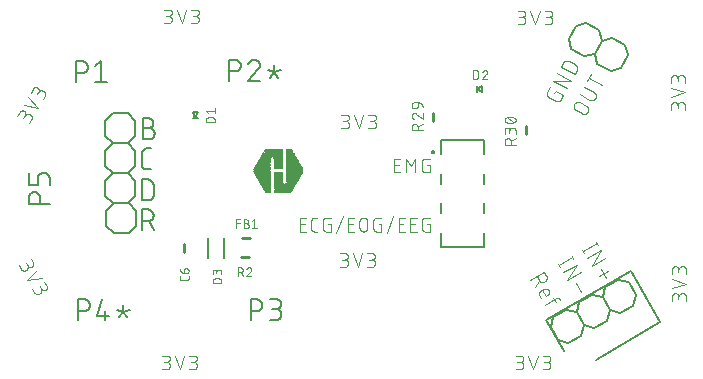
<source format=gbr>
G04 EAGLE Gerber RS-274X export*
G75*
%MOMM*%
%FSLAX34Y34*%
%LPD*%
%INSilkscreen Top*%
%IPPOS*%
%AMOC8*
5,1,8,0,0,1.08239X$1,22.5*%
G01*
%ADD10C,0.152400*%
%ADD11C,0.101600*%
%ADD12C,0.127000*%
%ADD13C,0.076200*%
%ADD14C,0.254000*%
%ADD15C,0.200000*%
%ADD16C,0.150000*%
%ADD17R,0.259075X0.015238*%
%ADD18R,1.310638X0.015238*%
%ADD19R,0.015238X0.015238*%
%ADD20R,0.304800X0.015238*%
%ADD21R,1.356356X0.015238*%
%ADD22R,0.335275X0.015238*%
%ADD23R,1.402075X0.015238*%
%ADD24R,0.365756X0.015238*%
%ADD25R,1.417319X0.015238*%
%ADD26R,0.381000X0.015238*%
%ADD27R,1.447800X0.015238*%
%ADD28R,0.396238X0.015238*%
%ADD29R,1.463037X0.015238*%
%ADD30R,0.411475X0.015238*%
%ADD31R,1.478275X0.015238*%
%ADD32R,0.426719X0.015238*%
%ADD33R,1.493519X0.015238*%
%ADD34R,0.441956X0.015238*%
%ADD35R,1.508756X0.015238*%
%ADD36R,0.457200X0.015238*%
%ADD37R,1.524000X0.015238*%
%ADD38R,0.472438X0.015238*%
%ADD39R,1.539238X0.015238*%
%ADD40R,0.487675X0.015238*%
%ADD41R,1.554475X0.015238*%
%ADD42R,0.502919X0.015238*%
%ADD43R,1.569719X0.015238*%
%ADD44R,0.518156X0.015238*%
%ADD45R,1.584956X0.015238*%
%ADD46R,0.533400X0.015238*%
%ADD47R,1.600200X0.015238*%
%ADD48R,0.548638X0.015238*%
%ADD49R,1.615438X0.015238*%
%ADD50R,0.563875X0.015238*%
%ADD51R,1.630675X0.015238*%
%ADD52R,0.579119X0.015238*%
%ADD53R,1.645919X0.015238*%
%ADD54R,0.594356X0.015238*%
%ADD55R,1.661156X0.015238*%
%ADD56R,0.609600X0.015238*%
%ADD57R,1.676400X0.015238*%
%ADD58R,0.624838X0.015238*%
%ADD59R,1.691638X0.015238*%
%ADD60R,0.640075X0.015238*%
%ADD61R,1.706875X0.015238*%
%ADD62R,0.655319X0.015238*%
%ADD63R,1.722119X0.015238*%
%ADD64R,0.670556X0.015238*%
%ADD65R,1.737356X0.015238*%
%ADD66R,0.685800X0.015238*%
%ADD67R,1.752600X0.015238*%
%ADD68R,0.701037X0.015238*%
%ADD69R,0.716275X0.015238*%
%ADD70R,0.731519X0.015238*%
%ADD71R,1.767838X0.015238*%
%ADD72R,1.783075X0.015238*%
%ADD73R,0.746756X0.015238*%
%ADD74R,1.798319X0.015238*%
%ADD75R,0.030481X0.015238*%
%ADD76R,0.762000X0.015238*%
%ADD77R,0.807719X0.015238*%
%ADD78R,0.868681X0.015238*%
%ADD79R,0.777238X0.015238*%
%ADD80R,0.853438X0.015238*%
%ADD81R,0.838200X0.015238*%
%ADD82R,0.792475X0.015238*%
%ADD83R,0.822963X0.015238*%
%ADD84R,0.822956X0.015238*%
%ADD85R,0.868675X0.015238*%
%ADD86R,0.883919X0.015238*%
%ADD87R,0.899156X0.015238*%
%ADD88R,0.914400X0.015238*%
%ADD89R,0.929638X0.015238*%
%ADD90R,0.944875X0.015238*%
%ADD91R,0.960119X0.015238*%
%ADD92R,0.975356X0.015238*%
%ADD93R,0.990600X0.015238*%
%ADD94R,1.005837X0.015238*%
%ADD95R,1.021075X0.015238*%
%ADD96R,1.036319X0.015238*%
%ADD97R,1.051556X0.015238*%
%ADD98R,1.066800X0.015238*%
%ADD99R,1.082037X0.015238*%
%ADD100R,1.097275X0.015238*%
%ADD101R,1.112519X0.015238*%
%ADD102R,1.127756X0.015238*%
%ADD103R,1.143000X0.015238*%
%ADD104R,1.158238X0.015238*%
%ADD105R,1.173475X0.015238*%
%ADD106R,1.188719X0.015238*%
%ADD107R,1.203956X0.015238*%
%ADD108R,1.219200X0.015238*%
%ADD109R,1.234438X0.015238*%
%ADD110R,1.249675X0.015238*%
%ADD111R,1.264919X0.015238*%
%ADD112R,1.280156X0.015238*%
%ADD113R,1.295400X0.015238*%
%ADD114R,1.325875X0.015238*%
%ADD115R,0.670563X0.015238*%
%ADD116R,1.341119X0.015238*%
%ADD117R,1.371600X0.015238*%
%ADD118R,1.386838X0.015238*%
%ADD119R,0.045719X0.015238*%
%ADD120R,0.060956X0.015238*%
%ADD121R,1.432556X0.015238*%
%ADD122R,0.106681X0.015238*%
%ADD123R,0.121919X0.015238*%
%ADD124R,0.152400X0.015238*%
%ADD125R,0.182875X0.015238*%
%ADD126R,0.030475X0.015238*%
%ADD127R,0.213363X0.015238*%
%ADD128R,0.076200X0.015238*%
%ADD129R,0.320038X0.015238*%
%ADD130R,0.243838X0.015238*%
%ADD131R,0.106675X0.015238*%
%ADD132R,0.274319X0.015238*%
%ADD133R,0.259081X0.015238*%
%ADD134R,0.198119X0.015238*%
%ADD135R,0.228600X0.015238*%


D10*
X-238951Y91250D02*
X-238951Y109030D01*
X-234012Y109030D01*
X-233872Y109028D01*
X-233733Y109022D01*
X-233593Y109012D01*
X-233454Y108998D01*
X-233315Y108981D01*
X-233177Y108959D01*
X-233040Y108933D01*
X-232903Y108904D01*
X-232767Y108871D01*
X-232633Y108834D01*
X-232499Y108793D01*
X-232367Y108748D01*
X-232235Y108699D01*
X-232106Y108647D01*
X-231978Y108592D01*
X-231851Y108532D01*
X-231726Y108469D01*
X-231603Y108403D01*
X-231482Y108333D01*
X-231363Y108260D01*
X-231246Y108183D01*
X-231132Y108103D01*
X-231019Y108020D01*
X-230909Y107934D01*
X-230802Y107844D01*
X-230697Y107752D01*
X-230595Y107657D01*
X-230495Y107559D01*
X-230398Y107458D01*
X-230304Y107354D01*
X-230214Y107248D01*
X-230126Y107139D01*
X-230041Y107028D01*
X-229960Y106914D01*
X-229881Y106799D01*
X-229806Y106681D01*
X-229735Y106561D01*
X-229667Y106438D01*
X-229602Y106315D01*
X-229541Y106189D01*
X-229483Y106061D01*
X-229429Y105933D01*
X-229379Y105802D01*
X-229332Y105670D01*
X-229289Y105537D01*
X-229250Y105403D01*
X-229215Y105268D01*
X-229184Y105132D01*
X-229156Y104994D01*
X-229133Y104857D01*
X-229113Y104718D01*
X-229097Y104579D01*
X-229085Y104440D01*
X-229077Y104301D01*
X-229073Y104161D01*
X-229073Y104021D01*
X-229077Y103881D01*
X-229085Y103742D01*
X-229097Y103603D01*
X-229113Y103464D01*
X-229133Y103325D01*
X-229156Y103188D01*
X-229184Y103050D01*
X-229215Y102914D01*
X-229250Y102779D01*
X-229289Y102645D01*
X-229332Y102512D01*
X-229379Y102380D01*
X-229429Y102249D01*
X-229483Y102121D01*
X-229541Y101993D01*
X-229602Y101867D01*
X-229667Y101744D01*
X-229735Y101622D01*
X-229806Y101501D01*
X-229881Y101383D01*
X-229960Y101268D01*
X-230041Y101154D01*
X-230126Y101043D01*
X-230214Y100934D01*
X-230304Y100828D01*
X-230398Y100724D01*
X-230495Y100623D01*
X-230595Y100525D01*
X-230697Y100430D01*
X-230802Y100338D01*
X-230909Y100248D01*
X-231019Y100162D01*
X-231132Y100079D01*
X-231246Y99999D01*
X-231363Y99922D01*
X-231482Y99849D01*
X-231603Y99779D01*
X-231726Y99713D01*
X-231851Y99650D01*
X-231978Y99590D01*
X-232106Y99535D01*
X-232235Y99483D01*
X-232367Y99434D01*
X-232499Y99389D01*
X-232633Y99348D01*
X-232767Y99311D01*
X-232903Y99278D01*
X-233040Y99249D01*
X-233177Y99223D01*
X-233315Y99201D01*
X-233454Y99184D01*
X-233593Y99170D01*
X-233733Y99160D01*
X-233872Y99154D01*
X-234012Y99152D01*
X-238951Y99152D01*
X-222955Y105078D02*
X-218017Y109030D01*
X-218017Y91250D01*
X-222955Y91250D02*
X-213078Y91250D01*
X-109525Y92583D02*
X-109525Y110363D01*
X-104586Y110363D01*
X-104446Y110361D01*
X-104307Y110355D01*
X-104167Y110345D01*
X-104028Y110331D01*
X-103889Y110314D01*
X-103751Y110292D01*
X-103614Y110266D01*
X-103477Y110237D01*
X-103341Y110204D01*
X-103207Y110167D01*
X-103073Y110126D01*
X-102941Y110081D01*
X-102809Y110032D01*
X-102680Y109980D01*
X-102552Y109925D01*
X-102425Y109865D01*
X-102300Y109802D01*
X-102177Y109736D01*
X-102056Y109666D01*
X-101937Y109593D01*
X-101820Y109516D01*
X-101706Y109436D01*
X-101593Y109353D01*
X-101483Y109267D01*
X-101376Y109177D01*
X-101271Y109085D01*
X-101169Y108990D01*
X-101069Y108892D01*
X-100972Y108791D01*
X-100878Y108687D01*
X-100788Y108581D01*
X-100700Y108472D01*
X-100615Y108361D01*
X-100534Y108247D01*
X-100455Y108132D01*
X-100380Y108014D01*
X-100309Y107894D01*
X-100241Y107771D01*
X-100176Y107648D01*
X-100115Y107522D01*
X-100057Y107394D01*
X-100003Y107266D01*
X-99953Y107135D01*
X-99906Y107003D01*
X-99863Y106870D01*
X-99824Y106736D01*
X-99789Y106601D01*
X-99758Y106465D01*
X-99730Y106327D01*
X-99707Y106190D01*
X-99687Y106051D01*
X-99671Y105912D01*
X-99659Y105773D01*
X-99651Y105634D01*
X-99647Y105494D01*
X-99647Y105354D01*
X-99651Y105214D01*
X-99659Y105075D01*
X-99671Y104936D01*
X-99687Y104797D01*
X-99707Y104658D01*
X-99730Y104521D01*
X-99758Y104383D01*
X-99789Y104247D01*
X-99824Y104112D01*
X-99863Y103978D01*
X-99906Y103845D01*
X-99953Y103713D01*
X-100003Y103582D01*
X-100057Y103454D01*
X-100115Y103326D01*
X-100176Y103200D01*
X-100241Y103077D01*
X-100309Y102955D01*
X-100380Y102834D01*
X-100455Y102716D01*
X-100534Y102601D01*
X-100615Y102487D01*
X-100700Y102376D01*
X-100788Y102267D01*
X-100878Y102161D01*
X-100972Y102057D01*
X-101069Y101956D01*
X-101169Y101858D01*
X-101271Y101763D01*
X-101376Y101671D01*
X-101483Y101581D01*
X-101593Y101495D01*
X-101706Y101412D01*
X-101820Y101332D01*
X-101937Y101255D01*
X-102056Y101182D01*
X-102177Y101112D01*
X-102300Y101046D01*
X-102425Y100983D01*
X-102552Y100923D01*
X-102680Y100868D01*
X-102809Y100816D01*
X-102941Y100767D01*
X-103073Y100722D01*
X-103207Y100681D01*
X-103341Y100644D01*
X-103477Y100611D01*
X-103614Y100582D01*
X-103751Y100556D01*
X-103889Y100534D01*
X-104028Y100517D01*
X-104167Y100503D01*
X-104307Y100493D01*
X-104446Y100487D01*
X-104586Y100485D01*
X-109525Y100485D01*
X-88097Y110363D02*
X-87965Y110361D01*
X-87834Y110355D01*
X-87702Y110345D01*
X-87571Y110332D01*
X-87441Y110314D01*
X-87311Y110293D01*
X-87181Y110268D01*
X-87053Y110239D01*
X-86925Y110206D01*
X-86799Y110169D01*
X-86673Y110129D01*
X-86549Y110085D01*
X-86426Y110037D01*
X-86305Y109986D01*
X-86185Y109931D01*
X-86067Y109873D01*
X-85951Y109811D01*
X-85837Y109745D01*
X-85724Y109677D01*
X-85614Y109605D01*
X-85506Y109530D01*
X-85400Y109451D01*
X-85296Y109370D01*
X-85195Y109285D01*
X-85097Y109198D01*
X-85001Y109107D01*
X-84908Y109014D01*
X-84817Y108918D01*
X-84730Y108820D01*
X-84645Y108719D01*
X-84564Y108615D01*
X-84485Y108509D01*
X-84410Y108401D01*
X-84338Y108291D01*
X-84270Y108178D01*
X-84204Y108064D01*
X-84142Y107948D01*
X-84084Y107830D01*
X-84029Y107710D01*
X-83978Y107589D01*
X-83930Y107466D01*
X-83886Y107342D01*
X-83846Y107216D01*
X-83809Y107090D01*
X-83776Y106962D01*
X-83747Y106834D01*
X-83722Y106704D01*
X-83701Y106574D01*
X-83683Y106444D01*
X-83670Y106313D01*
X-83660Y106181D01*
X-83654Y106050D01*
X-83652Y105918D01*
X-88097Y110363D02*
X-88247Y110361D01*
X-88396Y110355D01*
X-88545Y110345D01*
X-88694Y110332D01*
X-88843Y110314D01*
X-88991Y110293D01*
X-89139Y110267D01*
X-89285Y110238D01*
X-89431Y110205D01*
X-89576Y110168D01*
X-89720Y110127D01*
X-89863Y110083D01*
X-90005Y110035D01*
X-90145Y109983D01*
X-90284Y109928D01*
X-90422Y109869D01*
X-90557Y109806D01*
X-90692Y109740D01*
X-90824Y109670D01*
X-90954Y109597D01*
X-91083Y109520D01*
X-91210Y109440D01*
X-91334Y109357D01*
X-91456Y109271D01*
X-91576Y109181D01*
X-91693Y109088D01*
X-91808Y108993D01*
X-91921Y108894D01*
X-92031Y108792D01*
X-92138Y108688D01*
X-92242Y108581D01*
X-92344Y108471D01*
X-92442Y108358D01*
X-92538Y108243D01*
X-92630Y108125D01*
X-92720Y108005D01*
X-92806Y107883D01*
X-92889Y107759D01*
X-92969Y107632D01*
X-93045Y107504D01*
X-93118Y107373D01*
X-93188Y107240D01*
X-93254Y107106D01*
X-93316Y106970D01*
X-93375Y106833D01*
X-93431Y106694D01*
X-93482Y106553D01*
X-93530Y106412D01*
X-85135Y102461D02*
X-85039Y102554D01*
X-84947Y102650D01*
X-84857Y102749D01*
X-84770Y102850D01*
X-84686Y102953D01*
X-84604Y103058D01*
X-84526Y103166D01*
X-84451Y103276D01*
X-84378Y103388D01*
X-84309Y103502D01*
X-84243Y103618D01*
X-84181Y103736D01*
X-84122Y103855D01*
X-84066Y103976D01*
X-84013Y104099D01*
X-83964Y104223D01*
X-83919Y104348D01*
X-83876Y104475D01*
X-83838Y104602D01*
X-83803Y104731D01*
X-83772Y104860D01*
X-83744Y104991D01*
X-83720Y105122D01*
X-83699Y105254D01*
X-83683Y105386D01*
X-83670Y105519D01*
X-83660Y105652D01*
X-83655Y105785D01*
X-83653Y105918D01*
X-85134Y102461D02*
X-93530Y92583D01*
X-83652Y92583D01*
X-71282Y99497D02*
X-71282Y105424D01*
X-71282Y99497D02*
X-67825Y95052D01*
X-71282Y99497D02*
X-74740Y95052D01*
X-71282Y99497D02*
X-65850Y101473D01*
X-71282Y99497D02*
X-76715Y101473D01*
X-261652Y-11554D02*
X-279432Y-11554D01*
X-279432Y-6615D01*
X-279430Y-6475D01*
X-279424Y-6336D01*
X-279414Y-6196D01*
X-279400Y-6057D01*
X-279383Y-5918D01*
X-279361Y-5780D01*
X-279335Y-5643D01*
X-279306Y-5506D01*
X-279273Y-5370D01*
X-279236Y-5236D01*
X-279195Y-5102D01*
X-279150Y-4970D01*
X-279101Y-4838D01*
X-279049Y-4709D01*
X-278994Y-4581D01*
X-278934Y-4454D01*
X-278871Y-4329D01*
X-278805Y-4206D01*
X-278735Y-4085D01*
X-278662Y-3966D01*
X-278585Y-3849D01*
X-278505Y-3735D01*
X-278422Y-3622D01*
X-278336Y-3512D01*
X-278246Y-3405D01*
X-278154Y-3300D01*
X-278059Y-3198D01*
X-277961Y-3098D01*
X-277860Y-3001D01*
X-277756Y-2907D01*
X-277650Y-2817D01*
X-277541Y-2729D01*
X-277430Y-2644D01*
X-277316Y-2563D01*
X-277201Y-2484D01*
X-277083Y-2409D01*
X-276963Y-2338D01*
X-276840Y-2270D01*
X-276717Y-2205D01*
X-276591Y-2144D01*
X-276463Y-2086D01*
X-276335Y-2032D01*
X-276204Y-1982D01*
X-276072Y-1935D01*
X-275939Y-1892D01*
X-275805Y-1853D01*
X-275670Y-1818D01*
X-275534Y-1787D01*
X-275396Y-1759D01*
X-275259Y-1736D01*
X-275120Y-1716D01*
X-274981Y-1700D01*
X-274842Y-1688D01*
X-274703Y-1680D01*
X-274563Y-1676D01*
X-274423Y-1676D01*
X-274283Y-1680D01*
X-274144Y-1688D01*
X-274005Y-1700D01*
X-273866Y-1716D01*
X-273727Y-1736D01*
X-273590Y-1759D01*
X-273452Y-1787D01*
X-273316Y-1818D01*
X-273181Y-1853D01*
X-273047Y-1892D01*
X-272914Y-1935D01*
X-272782Y-1982D01*
X-272651Y-2032D01*
X-272523Y-2086D01*
X-272395Y-2144D01*
X-272269Y-2205D01*
X-272146Y-2270D01*
X-272024Y-2338D01*
X-271903Y-2409D01*
X-271785Y-2484D01*
X-271670Y-2563D01*
X-271556Y-2644D01*
X-271445Y-2729D01*
X-271336Y-2817D01*
X-271230Y-2907D01*
X-271126Y-3001D01*
X-271025Y-3098D01*
X-270927Y-3198D01*
X-270832Y-3300D01*
X-270740Y-3405D01*
X-270650Y-3512D01*
X-270564Y-3622D01*
X-270481Y-3735D01*
X-270401Y-3849D01*
X-270324Y-3966D01*
X-270251Y-4085D01*
X-270181Y-4206D01*
X-270115Y-4329D01*
X-270052Y-4454D01*
X-269992Y-4581D01*
X-269937Y-4709D01*
X-269885Y-4838D01*
X-269836Y-4970D01*
X-269791Y-5102D01*
X-269750Y-5236D01*
X-269713Y-5370D01*
X-269680Y-5506D01*
X-269651Y-5643D01*
X-269625Y-5780D01*
X-269603Y-5918D01*
X-269586Y-6057D01*
X-269572Y-6196D01*
X-269562Y-6336D01*
X-269556Y-6475D01*
X-269554Y-6615D01*
X-269554Y-11554D01*
X-261652Y4442D02*
X-261652Y10368D01*
X-261654Y10492D01*
X-261660Y10616D01*
X-261670Y10740D01*
X-261683Y10863D01*
X-261701Y10986D01*
X-261722Y11108D01*
X-261747Y11230D01*
X-261776Y11351D01*
X-261809Y11470D01*
X-261845Y11589D01*
X-261886Y11706D01*
X-261929Y11822D01*
X-261977Y11937D01*
X-262028Y12050D01*
X-262083Y12162D01*
X-262141Y12271D01*
X-262202Y12379D01*
X-262267Y12485D01*
X-262335Y12589D01*
X-262407Y12690D01*
X-262481Y12790D01*
X-262559Y12886D01*
X-262639Y12981D01*
X-262723Y13073D01*
X-262809Y13162D01*
X-262898Y13248D01*
X-262990Y13332D01*
X-263085Y13412D01*
X-263181Y13490D01*
X-263281Y13564D01*
X-263382Y13636D01*
X-263486Y13704D01*
X-263592Y13769D01*
X-263700Y13830D01*
X-263809Y13888D01*
X-263921Y13943D01*
X-264034Y13994D01*
X-264149Y14042D01*
X-264265Y14085D01*
X-264382Y14126D01*
X-264501Y14162D01*
X-264620Y14195D01*
X-264741Y14224D01*
X-264863Y14249D01*
X-264985Y14270D01*
X-265108Y14288D01*
X-265231Y14301D01*
X-265355Y14311D01*
X-265479Y14317D01*
X-265603Y14319D01*
X-267578Y14319D01*
X-267702Y14317D01*
X-267826Y14311D01*
X-267950Y14301D01*
X-268073Y14288D01*
X-268196Y14270D01*
X-268318Y14249D01*
X-268440Y14224D01*
X-268561Y14195D01*
X-268680Y14162D01*
X-268799Y14126D01*
X-268916Y14085D01*
X-269032Y14042D01*
X-269147Y13994D01*
X-269260Y13943D01*
X-269372Y13888D01*
X-269481Y13830D01*
X-269589Y13769D01*
X-269695Y13704D01*
X-269799Y13636D01*
X-269900Y13564D01*
X-270000Y13490D01*
X-270096Y13412D01*
X-270191Y13332D01*
X-270283Y13248D01*
X-270372Y13162D01*
X-270458Y13073D01*
X-270542Y12981D01*
X-270622Y12886D01*
X-270700Y12790D01*
X-270774Y12690D01*
X-270846Y12589D01*
X-270914Y12485D01*
X-270979Y12379D01*
X-271040Y12271D01*
X-271098Y12162D01*
X-271153Y12050D01*
X-271204Y11937D01*
X-271252Y11822D01*
X-271295Y11706D01*
X-271336Y11589D01*
X-271372Y11470D01*
X-271405Y11351D01*
X-271434Y11230D01*
X-271459Y11108D01*
X-271480Y10986D01*
X-271498Y10863D01*
X-271511Y10740D01*
X-271521Y10616D01*
X-271527Y10492D01*
X-271529Y10368D01*
X-271530Y10368D02*
X-271530Y4442D01*
X-279432Y4442D01*
X-279432Y14319D01*
X-237363Y-92583D02*
X-237363Y-110363D01*
X-237363Y-92583D02*
X-232424Y-92583D01*
X-232284Y-92585D01*
X-232145Y-92591D01*
X-232005Y-92601D01*
X-231866Y-92615D01*
X-231727Y-92632D01*
X-231589Y-92654D01*
X-231452Y-92680D01*
X-231315Y-92709D01*
X-231179Y-92742D01*
X-231045Y-92779D01*
X-230911Y-92820D01*
X-230779Y-92865D01*
X-230647Y-92914D01*
X-230518Y-92966D01*
X-230390Y-93021D01*
X-230263Y-93081D01*
X-230138Y-93144D01*
X-230015Y-93210D01*
X-229894Y-93280D01*
X-229775Y-93353D01*
X-229658Y-93430D01*
X-229544Y-93510D01*
X-229431Y-93593D01*
X-229321Y-93679D01*
X-229214Y-93769D01*
X-229109Y-93861D01*
X-229007Y-93956D01*
X-228907Y-94054D01*
X-228810Y-94155D01*
X-228716Y-94259D01*
X-228626Y-94365D01*
X-228538Y-94474D01*
X-228453Y-94585D01*
X-228372Y-94699D01*
X-228293Y-94814D01*
X-228218Y-94932D01*
X-228147Y-95052D01*
X-228079Y-95175D01*
X-228014Y-95298D01*
X-227953Y-95424D01*
X-227895Y-95552D01*
X-227841Y-95680D01*
X-227791Y-95811D01*
X-227744Y-95943D01*
X-227701Y-96076D01*
X-227662Y-96210D01*
X-227627Y-96345D01*
X-227596Y-96481D01*
X-227568Y-96619D01*
X-227545Y-96756D01*
X-227525Y-96895D01*
X-227509Y-97034D01*
X-227497Y-97173D01*
X-227489Y-97312D01*
X-227485Y-97452D01*
X-227485Y-97592D01*
X-227489Y-97732D01*
X-227497Y-97871D01*
X-227509Y-98010D01*
X-227525Y-98149D01*
X-227545Y-98288D01*
X-227568Y-98425D01*
X-227596Y-98563D01*
X-227627Y-98699D01*
X-227662Y-98834D01*
X-227701Y-98968D01*
X-227744Y-99101D01*
X-227791Y-99233D01*
X-227841Y-99364D01*
X-227895Y-99492D01*
X-227953Y-99620D01*
X-228014Y-99746D01*
X-228079Y-99869D01*
X-228147Y-99991D01*
X-228218Y-100112D01*
X-228293Y-100230D01*
X-228372Y-100345D01*
X-228453Y-100459D01*
X-228538Y-100570D01*
X-228626Y-100679D01*
X-228716Y-100785D01*
X-228810Y-100889D01*
X-228907Y-100990D01*
X-229007Y-101088D01*
X-229109Y-101183D01*
X-229214Y-101275D01*
X-229321Y-101365D01*
X-229431Y-101451D01*
X-229544Y-101534D01*
X-229658Y-101614D01*
X-229775Y-101691D01*
X-229894Y-101764D01*
X-230015Y-101834D01*
X-230138Y-101900D01*
X-230263Y-101963D01*
X-230390Y-102023D01*
X-230518Y-102078D01*
X-230647Y-102130D01*
X-230779Y-102179D01*
X-230911Y-102224D01*
X-231045Y-102265D01*
X-231179Y-102302D01*
X-231315Y-102335D01*
X-231452Y-102364D01*
X-231589Y-102390D01*
X-231727Y-102412D01*
X-231866Y-102429D01*
X-232005Y-102443D01*
X-232145Y-102453D01*
X-232284Y-102459D01*
X-232424Y-102461D01*
X-237363Y-102461D01*
X-221368Y-106412D02*
X-217417Y-92583D01*
X-221368Y-106412D02*
X-211490Y-106412D01*
X-214454Y-102461D02*
X-214454Y-110363D01*
X-199120Y-103449D02*
X-199120Y-97522D01*
X-199120Y-103449D02*
X-195663Y-107894D01*
X-199120Y-103449D02*
X-202578Y-107894D01*
X-199120Y-103449D02*
X-193688Y-101473D01*
X-199120Y-103449D02*
X-204553Y-101473D01*
X-91313Y-110363D02*
X-91313Y-92583D01*
X-86374Y-92583D01*
X-86234Y-92585D01*
X-86095Y-92591D01*
X-85955Y-92601D01*
X-85816Y-92615D01*
X-85677Y-92632D01*
X-85539Y-92654D01*
X-85402Y-92680D01*
X-85265Y-92709D01*
X-85129Y-92742D01*
X-84995Y-92779D01*
X-84861Y-92820D01*
X-84729Y-92865D01*
X-84597Y-92914D01*
X-84468Y-92966D01*
X-84340Y-93021D01*
X-84213Y-93081D01*
X-84088Y-93144D01*
X-83965Y-93210D01*
X-83844Y-93280D01*
X-83725Y-93353D01*
X-83608Y-93430D01*
X-83494Y-93510D01*
X-83381Y-93593D01*
X-83271Y-93679D01*
X-83164Y-93769D01*
X-83059Y-93861D01*
X-82957Y-93956D01*
X-82857Y-94054D01*
X-82760Y-94155D01*
X-82666Y-94259D01*
X-82576Y-94365D01*
X-82488Y-94474D01*
X-82403Y-94585D01*
X-82322Y-94699D01*
X-82243Y-94814D01*
X-82168Y-94932D01*
X-82097Y-95052D01*
X-82029Y-95175D01*
X-81964Y-95298D01*
X-81903Y-95424D01*
X-81845Y-95552D01*
X-81791Y-95680D01*
X-81741Y-95811D01*
X-81694Y-95943D01*
X-81651Y-96076D01*
X-81612Y-96210D01*
X-81577Y-96345D01*
X-81546Y-96481D01*
X-81518Y-96619D01*
X-81495Y-96756D01*
X-81475Y-96895D01*
X-81459Y-97034D01*
X-81447Y-97173D01*
X-81439Y-97312D01*
X-81435Y-97452D01*
X-81435Y-97592D01*
X-81439Y-97732D01*
X-81447Y-97871D01*
X-81459Y-98010D01*
X-81475Y-98149D01*
X-81495Y-98288D01*
X-81518Y-98425D01*
X-81546Y-98563D01*
X-81577Y-98699D01*
X-81612Y-98834D01*
X-81651Y-98968D01*
X-81694Y-99101D01*
X-81741Y-99233D01*
X-81791Y-99364D01*
X-81845Y-99492D01*
X-81903Y-99620D01*
X-81964Y-99746D01*
X-82029Y-99869D01*
X-82097Y-99991D01*
X-82168Y-100112D01*
X-82243Y-100230D01*
X-82322Y-100345D01*
X-82403Y-100459D01*
X-82488Y-100570D01*
X-82576Y-100679D01*
X-82666Y-100785D01*
X-82760Y-100889D01*
X-82857Y-100990D01*
X-82957Y-101088D01*
X-83059Y-101183D01*
X-83164Y-101275D01*
X-83271Y-101365D01*
X-83381Y-101451D01*
X-83494Y-101534D01*
X-83608Y-101614D01*
X-83725Y-101691D01*
X-83844Y-101764D01*
X-83965Y-101834D01*
X-84088Y-101900D01*
X-84213Y-101963D01*
X-84340Y-102023D01*
X-84468Y-102078D01*
X-84597Y-102130D01*
X-84729Y-102179D01*
X-84861Y-102224D01*
X-84995Y-102265D01*
X-85129Y-102302D01*
X-85265Y-102335D01*
X-85402Y-102364D01*
X-85539Y-102390D01*
X-85677Y-102412D01*
X-85816Y-102429D01*
X-85955Y-102443D01*
X-86095Y-102453D01*
X-86234Y-102459D01*
X-86374Y-102461D01*
X-91313Y-102461D01*
X-75318Y-110363D02*
X-70379Y-110363D01*
X-70239Y-110361D01*
X-70100Y-110355D01*
X-69960Y-110345D01*
X-69821Y-110331D01*
X-69682Y-110314D01*
X-69544Y-110292D01*
X-69407Y-110266D01*
X-69270Y-110237D01*
X-69134Y-110204D01*
X-69000Y-110167D01*
X-68866Y-110126D01*
X-68734Y-110081D01*
X-68602Y-110032D01*
X-68473Y-109980D01*
X-68345Y-109925D01*
X-68218Y-109865D01*
X-68093Y-109802D01*
X-67970Y-109736D01*
X-67849Y-109666D01*
X-67730Y-109593D01*
X-67613Y-109516D01*
X-67499Y-109436D01*
X-67386Y-109353D01*
X-67276Y-109267D01*
X-67169Y-109177D01*
X-67064Y-109085D01*
X-66962Y-108990D01*
X-66862Y-108892D01*
X-66765Y-108791D01*
X-66671Y-108687D01*
X-66581Y-108581D01*
X-66493Y-108472D01*
X-66408Y-108361D01*
X-66327Y-108247D01*
X-66248Y-108132D01*
X-66173Y-108014D01*
X-66102Y-107893D01*
X-66034Y-107771D01*
X-65969Y-107648D01*
X-65908Y-107522D01*
X-65850Y-107394D01*
X-65796Y-107266D01*
X-65746Y-107135D01*
X-65699Y-107003D01*
X-65656Y-106870D01*
X-65617Y-106736D01*
X-65582Y-106601D01*
X-65551Y-106465D01*
X-65523Y-106327D01*
X-65500Y-106190D01*
X-65480Y-106051D01*
X-65464Y-105912D01*
X-65452Y-105773D01*
X-65444Y-105634D01*
X-65440Y-105494D01*
X-65440Y-105354D01*
X-65444Y-105214D01*
X-65452Y-105075D01*
X-65464Y-104936D01*
X-65480Y-104797D01*
X-65500Y-104658D01*
X-65523Y-104521D01*
X-65551Y-104383D01*
X-65582Y-104247D01*
X-65617Y-104112D01*
X-65656Y-103978D01*
X-65699Y-103845D01*
X-65746Y-103713D01*
X-65796Y-103582D01*
X-65850Y-103454D01*
X-65908Y-103326D01*
X-65969Y-103200D01*
X-66034Y-103077D01*
X-66102Y-102954D01*
X-66173Y-102834D01*
X-66248Y-102716D01*
X-66327Y-102601D01*
X-66408Y-102487D01*
X-66493Y-102376D01*
X-66581Y-102267D01*
X-66671Y-102161D01*
X-66765Y-102057D01*
X-66862Y-101956D01*
X-66962Y-101858D01*
X-67064Y-101763D01*
X-67169Y-101671D01*
X-67276Y-101581D01*
X-67386Y-101495D01*
X-67499Y-101412D01*
X-67613Y-101332D01*
X-67730Y-101255D01*
X-67849Y-101182D01*
X-67970Y-101112D01*
X-68093Y-101046D01*
X-68218Y-100983D01*
X-68345Y-100923D01*
X-68473Y-100868D01*
X-68602Y-100816D01*
X-68734Y-100767D01*
X-68866Y-100722D01*
X-69000Y-100681D01*
X-69134Y-100644D01*
X-69270Y-100611D01*
X-69407Y-100582D01*
X-69544Y-100556D01*
X-69682Y-100534D01*
X-69821Y-100517D01*
X-69960Y-100503D01*
X-70100Y-100493D01*
X-70239Y-100487D01*
X-70379Y-100485D01*
X-69391Y-92583D02*
X-75318Y-92583D01*
X-69391Y-92583D02*
X-69267Y-92585D01*
X-69143Y-92591D01*
X-69019Y-92601D01*
X-68896Y-92614D01*
X-68773Y-92632D01*
X-68651Y-92653D01*
X-68529Y-92678D01*
X-68408Y-92707D01*
X-68289Y-92740D01*
X-68170Y-92776D01*
X-68053Y-92817D01*
X-67937Y-92860D01*
X-67822Y-92908D01*
X-67709Y-92959D01*
X-67597Y-93014D01*
X-67488Y-93072D01*
X-67380Y-93133D01*
X-67274Y-93198D01*
X-67170Y-93266D01*
X-67069Y-93338D01*
X-66969Y-93412D01*
X-66873Y-93490D01*
X-66778Y-93570D01*
X-66686Y-93654D01*
X-66597Y-93740D01*
X-66511Y-93829D01*
X-66427Y-93921D01*
X-66347Y-94016D01*
X-66269Y-94112D01*
X-66195Y-94212D01*
X-66123Y-94313D01*
X-66055Y-94417D01*
X-65990Y-94523D01*
X-65929Y-94631D01*
X-65871Y-94740D01*
X-65816Y-94852D01*
X-65765Y-94965D01*
X-65717Y-95080D01*
X-65674Y-95196D01*
X-65633Y-95313D01*
X-65597Y-95432D01*
X-65564Y-95551D01*
X-65535Y-95672D01*
X-65510Y-95794D01*
X-65489Y-95916D01*
X-65471Y-96039D01*
X-65458Y-96162D01*
X-65448Y-96286D01*
X-65442Y-96410D01*
X-65440Y-96534D01*
X-65442Y-96658D01*
X-65448Y-96782D01*
X-65458Y-96906D01*
X-65471Y-97029D01*
X-65489Y-97152D01*
X-65510Y-97274D01*
X-65535Y-97396D01*
X-65564Y-97517D01*
X-65597Y-97636D01*
X-65633Y-97755D01*
X-65674Y-97872D01*
X-65717Y-97988D01*
X-65765Y-98103D01*
X-65816Y-98216D01*
X-65871Y-98328D01*
X-65929Y-98437D01*
X-65990Y-98545D01*
X-66055Y-98651D01*
X-66123Y-98755D01*
X-66195Y-98856D01*
X-66269Y-98956D01*
X-66347Y-99052D01*
X-66427Y-99147D01*
X-66511Y-99239D01*
X-66597Y-99328D01*
X-66686Y-99414D01*
X-66778Y-99498D01*
X-66873Y-99578D01*
X-66969Y-99656D01*
X-67069Y-99730D01*
X-67170Y-99802D01*
X-67274Y-99870D01*
X-67380Y-99935D01*
X-67488Y-99996D01*
X-67597Y-100054D01*
X-67709Y-100109D01*
X-67822Y-100160D01*
X-67937Y-100208D01*
X-68053Y-100251D01*
X-68170Y-100292D01*
X-68289Y-100328D01*
X-68408Y-100361D01*
X-68529Y-100390D01*
X-68651Y-100415D01*
X-68773Y-100436D01*
X-68896Y-100454D01*
X-69019Y-100467D01*
X-69143Y-100477D01*
X-69267Y-100483D01*
X-69391Y-100485D01*
X-73342Y-100485D01*
X-183388Y-34163D02*
X-183388Y-16383D01*
X-178449Y-16383D01*
X-178309Y-16385D01*
X-178170Y-16391D01*
X-178030Y-16401D01*
X-177891Y-16415D01*
X-177752Y-16432D01*
X-177614Y-16454D01*
X-177477Y-16480D01*
X-177340Y-16509D01*
X-177204Y-16542D01*
X-177070Y-16579D01*
X-176936Y-16620D01*
X-176804Y-16665D01*
X-176672Y-16714D01*
X-176543Y-16766D01*
X-176415Y-16821D01*
X-176288Y-16881D01*
X-176163Y-16944D01*
X-176040Y-17010D01*
X-175919Y-17080D01*
X-175800Y-17153D01*
X-175683Y-17230D01*
X-175569Y-17310D01*
X-175456Y-17393D01*
X-175346Y-17479D01*
X-175239Y-17569D01*
X-175134Y-17661D01*
X-175032Y-17756D01*
X-174932Y-17854D01*
X-174835Y-17955D01*
X-174741Y-18059D01*
X-174651Y-18165D01*
X-174563Y-18274D01*
X-174478Y-18385D01*
X-174397Y-18499D01*
X-174318Y-18614D01*
X-174243Y-18732D01*
X-174172Y-18852D01*
X-174104Y-18975D01*
X-174039Y-19098D01*
X-173978Y-19224D01*
X-173920Y-19352D01*
X-173866Y-19480D01*
X-173816Y-19611D01*
X-173769Y-19743D01*
X-173726Y-19876D01*
X-173687Y-20010D01*
X-173652Y-20145D01*
X-173621Y-20281D01*
X-173593Y-20419D01*
X-173570Y-20556D01*
X-173550Y-20695D01*
X-173534Y-20834D01*
X-173522Y-20973D01*
X-173514Y-21112D01*
X-173510Y-21252D01*
X-173510Y-21392D01*
X-173514Y-21532D01*
X-173522Y-21671D01*
X-173534Y-21810D01*
X-173550Y-21949D01*
X-173570Y-22088D01*
X-173593Y-22225D01*
X-173621Y-22363D01*
X-173652Y-22499D01*
X-173687Y-22634D01*
X-173726Y-22768D01*
X-173769Y-22901D01*
X-173816Y-23033D01*
X-173866Y-23164D01*
X-173920Y-23292D01*
X-173978Y-23420D01*
X-174039Y-23546D01*
X-174104Y-23669D01*
X-174172Y-23791D01*
X-174243Y-23912D01*
X-174318Y-24030D01*
X-174397Y-24145D01*
X-174478Y-24259D01*
X-174563Y-24370D01*
X-174651Y-24479D01*
X-174741Y-24585D01*
X-174835Y-24689D01*
X-174932Y-24790D01*
X-175032Y-24888D01*
X-175134Y-24983D01*
X-175239Y-25075D01*
X-175346Y-25165D01*
X-175456Y-25251D01*
X-175569Y-25334D01*
X-175683Y-25414D01*
X-175800Y-25491D01*
X-175919Y-25564D01*
X-176040Y-25634D01*
X-176163Y-25700D01*
X-176288Y-25763D01*
X-176415Y-25823D01*
X-176543Y-25878D01*
X-176672Y-25930D01*
X-176804Y-25979D01*
X-176936Y-26024D01*
X-177070Y-26065D01*
X-177204Y-26102D01*
X-177340Y-26135D01*
X-177477Y-26164D01*
X-177614Y-26190D01*
X-177752Y-26212D01*
X-177891Y-26229D01*
X-178030Y-26243D01*
X-178170Y-26253D01*
X-178309Y-26259D01*
X-178449Y-26261D01*
X-183388Y-26261D01*
X-177461Y-26261D02*
X-173510Y-34163D01*
X-175486Y17431D02*
X-179437Y17431D01*
X-179561Y17433D01*
X-179685Y17439D01*
X-179809Y17449D01*
X-179932Y17462D01*
X-180055Y17480D01*
X-180177Y17501D01*
X-180299Y17526D01*
X-180420Y17555D01*
X-180539Y17588D01*
X-180658Y17624D01*
X-180775Y17665D01*
X-180891Y17708D01*
X-181006Y17756D01*
X-181119Y17807D01*
X-181231Y17862D01*
X-181340Y17920D01*
X-181448Y17981D01*
X-181554Y18046D01*
X-181658Y18114D01*
X-181759Y18186D01*
X-181859Y18260D01*
X-181955Y18338D01*
X-182050Y18418D01*
X-182142Y18502D01*
X-182231Y18588D01*
X-182317Y18677D01*
X-182401Y18769D01*
X-182481Y18864D01*
X-182559Y18960D01*
X-182633Y19060D01*
X-182705Y19161D01*
X-182773Y19265D01*
X-182838Y19371D01*
X-182899Y19479D01*
X-182957Y19588D01*
X-183012Y19700D01*
X-183063Y19813D01*
X-183111Y19928D01*
X-183154Y20044D01*
X-183195Y20161D01*
X-183231Y20280D01*
X-183264Y20399D01*
X-183293Y20520D01*
X-183318Y20642D01*
X-183339Y20764D01*
X-183357Y20887D01*
X-183370Y21010D01*
X-183380Y21134D01*
X-183386Y21258D01*
X-183388Y21382D01*
X-183388Y31260D01*
X-183386Y31384D01*
X-183380Y31508D01*
X-183370Y31632D01*
X-183357Y31755D01*
X-183339Y31878D01*
X-183318Y32000D01*
X-183293Y32122D01*
X-183264Y32243D01*
X-183231Y32362D01*
X-183195Y32481D01*
X-183154Y32598D01*
X-183111Y32714D01*
X-183063Y32829D01*
X-183012Y32942D01*
X-182957Y33054D01*
X-182899Y33163D01*
X-182838Y33271D01*
X-182773Y33377D01*
X-182705Y33481D01*
X-182633Y33582D01*
X-182559Y33682D01*
X-182481Y33778D01*
X-182401Y33873D01*
X-182317Y33965D01*
X-182231Y34054D01*
X-182142Y34140D01*
X-182050Y34224D01*
X-181955Y34304D01*
X-181859Y34382D01*
X-181759Y34456D01*
X-181658Y34528D01*
X-181554Y34596D01*
X-181448Y34661D01*
X-181340Y34722D01*
X-181231Y34780D01*
X-181119Y34835D01*
X-181006Y34886D01*
X-180892Y34934D01*
X-180775Y34977D01*
X-180658Y35018D01*
X-180539Y35054D01*
X-180420Y35087D01*
X-180299Y35116D01*
X-180177Y35141D01*
X-180055Y35162D01*
X-179932Y35180D01*
X-179809Y35193D01*
X-179685Y35203D01*
X-179561Y35209D01*
X-179437Y35211D01*
X-175486Y35211D01*
X-177655Y52709D02*
X-182594Y52709D01*
X-177655Y52709D02*
X-177515Y52707D01*
X-177376Y52701D01*
X-177236Y52691D01*
X-177097Y52677D01*
X-176958Y52660D01*
X-176820Y52638D01*
X-176683Y52612D01*
X-176546Y52583D01*
X-176410Y52550D01*
X-176276Y52513D01*
X-176142Y52472D01*
X-176010Y52427D01*
X-175878Y52378D01*
X-175749Y52326D01*
X-175621Y52271D01*
X-175494Y52211D01*
X-175369Y52148D01*
X-175246Y52082D01*
X-175125Y52012D01*
X-175006Y51939D01*
X-174889Y51862D01*
X-174775Y51782D01*
X-174662Y51699D01*
X-174552Y51613D01*
X-174445Y51523D01*
X-174340Y51431D01*
X-174238Y51336D01*
X-174138Y51238D01*
X-174041Y51137D01*
X-173947Y51033D01*
X-173857Y50927D01*
X-173769Y50818D01*
X-173684Y50707D01*
X-173603Y50593D01*
X-173524Y50478D01*
X-173449Y50360D01*
X-173378Y50240D01*
X-173310Y50117D01*
X-173245Y49994D01*
X-173184Y49868D01*
X-173126Y49740D01*
X-173072Y49612D01*
X-173022Y49481D01*
X-172975Y49349D01*
X-172932Y49216D01*
X-172893Y49082D01*
X-172858Y48947D01*
X-172827Y48811D01*
X-172799Y48673D01*
X-172776Y48536D01*
X-172756Y48397D01*
X-172740Y48258D01*
X-172728Y48119D01*
X-172720Y47980D01*
X-172716Y47840D01*
X-172716Y47700D01*
X-172720Y47560D01*
X-172728Y47421D01*
X-172740Y47282D01*
X-172756Y47143D01*
X-172776Y47004D01*
X-172799Y46867D01*
X-172827Y46729D01*
X-172858Y46593D01*
X-172893Y46458D01*
X-172932Y46324D01*
X-172975Y46191D01*
X-173022Y46059D01*
X-173072Y45928D01*
X-173126Y45800D01*
X-173184Y45672D01*
X-173245Y45546D01*
X-173310Y45423D01*
X-173378Y45301D01*
X-173449Y45180D01*
X-173524Y45062D01*
X-173603Y44947D01*
X-173684Y44833D01*
X-173769Y44722D01*
X-173857Y44613D01*
X-173947Y44507D01*
X-174041Y44403D01*
X-174138Y44302D01*
X-174238Y44204D01*
X-174340Y44109D01*
X-174445Y44017D01*
X-174552Y43927D01*
X-174662Y43841D01*
X-174775Y43758D01*
X-174889Y43678D01*
X-175006Y43601D01*
X-175125Y43528D01*
X-175246Y43458D01*
X-175369Y43392D01*
X-175494Y43329D01*
X-175621Y43269D01*
X-175749Y43214D01*
X-175878Y43162D01*
X-176010Y43113D01*
X-176142Y43068D01*
X-176276Y43027D01*
X-176410Y42990D01*
X-176546Y42957D01*
X-176683Y42928D01*
X-176820Y42902D01*
X-176958Y42880D01*
X-177097Y42863D01*
X-177236Y42849D01*
X-177376Y42839D01*
X-177515Y42833D01*
X-177655Y42831D01*
X-182594Y42831D01*
X-182594Y60611D01*
X-177655Y60611D01*
X-177531Y60609D01*
X-177407Y60603D01*
X-177283Y60593D01*
X-177160Y60580D01*
X-177037Y60562D01*
X-176915Y60541D01*
X-176793Y60516D01*
X-176672Y60487D01*
X-176553Y60454D01*
X-176434Y60418D01*
X-176317Y60377D01*
X-176201Y60334D01*
X-176086Y60286D01*
X-175973Y60235D01*
X-175861Y60180D01*
X-175752Y60122D01*
X-175644Y60061D01*
X-175538Y59996D01*
X-175434Y59928D01*
X-175333Y59856D01*
X-175233Y59782D01*
X-175137Y59704D01*
X-175042Y59624D01*
X-174950Y59540D01*
X-174861Y59454D01*
X-174775Y59365D01*
X-174691Y59273D01*
X-174611Y59178D01*
X-174533Y59082D01*
X-174459Y58982D01*
X-174387Y58881D01*
X-174319Y58777D01*
X-174254Y58671D01*
X-174193Y58563D01*
X-174135Y58454D01*
X-174080Y58342D01*
X-174029Y58229D01*
X-173981Y58114D01*
X-173938Y57998D01*
X-173897Y57881D01*
X-173861Y57762D01*
X-173828Y57643D01*
X-173799Y57522D01*
X-173774Y57400D01*
X-173753Y57278D01*
X-173735Y57155D01*
X-173722Y57032D01*
X-173712Y56908D01*
X-173706Y56784D01*
X-173704Y56660D01*
X-173706Y56536D01*
X-173712Y56412D01*
X-173722Y56288D01*
X-173735Y56165D01*
X-173753Y56042D01*
X-173774Y55920D01*
X-173799Y55798D01*
X-173828Y55677D01*
X-173861Y55558D01*
X-173897Y55439D01*
X-173938Y55322D01*
X-173981Y55206D01*
X-174029Y55091D01*
X-174080Y54978D01*
X-174135Y54866D01*
X-174193Y54757D01*
X-174254Y54649D01*
X-174319Y54543D01*
X-174387Y54439D01*
X-174459Y54338D01*
X-174533Y54238D01*
X-174611Y54142D01*
X-174691Y54047D01*
X-174775Y53955D01*
X-174861Y53866D01*
X-174950Y53780D01*
X-175042Y53696D01*
X-175137Y53616D01*
X-175233Y53538D01*
X-175333Y53464D01*
X-175434Y53392D01*
X-175538Y53324D01*
X-175644Y53259D01*
X-175752Y53198D01*
X-175861Y53140D01*
X-175973Y53085D01*
X-176086Y53034D01*
X-176201Y52986D01*
X-176317Y52943D01*
X-176434Y52902D01*
X-176553Y52866D01*
X-176672Y52833D01*
X-176793Y52804D01*
X-176915Y52779D01*
X-177037Y52758D01*
X-177160Y52740D01*
X-177283Y52727D01*
X-177407Y52717D01*
X-177531Y52711D01*
X-177655Y52709D01*
X-183388Y9017D02*
X-183388Y-8763D01*
X-183388Y9017D02*
X-178449Y9017D01*
X-178310Y9015D01*
X-178172Y9009D01*
X-178034Y9000D01*
X-177896Y8986D01*
X-177759Y8969D01*
X-177622Y8947D01*
X-177485Y8922D01*
X-177350Y8893D01*
X-177215Y8860D01*
X-177082Y8824D01*
X-176949Y8784D01*
X-176818Y8740D01*
X-176688Y8692D01*
X-176559Y8641D01*
X-176432Y8586D01*
X-176306Y8528D01*
X-176182Y8466D01*
X-176060Y8401D01*
X-175940Y8332D01*
X-175821Y8260D01*
X-175705Y8185D01*
X-175591Y8106D01*
X-175479Y8024D01*
X-175370Y7939D01*
X-175262Y7852D01*
X-175158Y7761D01*
X-175056Y7667D01*
X-174957Y7570D01*
X-174860Y7471D01*
X-174766Y7369D01*
X-174675Y7265D01*
X-174588Y7157D01*
X-174503Y7048D01*
X-174421Y6936D01*
X-174342Y6822D01*
X-174267Y6706D01*
X-174195Y6587D01*
X-174126Y6467D01*
X-174061Y6345D01*
X-173999Y6221D01*
X-173941Y6095D01*
X-173886Y5968D01*
X-173835Y5839D01*
X-173787Y5709D01*
X-173743Y5578D01*
X-173703Y5445D01*
X-173667Y5312D01*
X-173634Y5177D01*
X-173605Y5042D01*
X-173580Y4905D01*
X-173558Y4768D01*
X-173541Y4631D01*
X-173527Y4493D01*
X-173518Y4355D01*
X-173512Y4217D01*
X-173510Y4078D01*
X-173510Y-3824D01*
X-173512Y-3963D01*
X-173518Y-4101D01*
X-173527Y-4239D01*
X-173541Y-4377D01*
X-173558Y-4514D01*
X-173580Y-4651D01*
X-173605Y-4788D01*
X-173634Y-4923D01*
X-173667Y-5058D01*
X-173703Y-5191D01*
X-173743Y-5324D01*
X-173787Y-5455D01*
X-173835Y-5585D01*
X-173886Y-5714D01*
X-173941Y-5841D01*
X-173999Y-5967D01*
X-174061Y-6091D01*
X-174126Y-6213D01*
X-174195Y-6333D01*
X-174267Y-6452D01*
X-174342Y-6568D01*
X-174421Y-6682D01*
X-174503Y-6794D01*
X-174588Y-6903D01*
X-174675Y-7011D01*
X-174766Y-7115D01*
X-174860Y-7217D01*
X-174957Y-7316D01*
X-175056Y-7413D01*
X-175158Y-7507D01*
X-175262Y-7598D01*
X-175370Y-7685D01*
X-175479Y-7770D01*
X-175591Y-7852D01*
X-175705Y-7931D01*
X-175821Y-8006D01*
X-175940Y-8078D01*
X-176060Y-8147D01*
X-176182Y-8212D01*
X-176306Y-8274D01*
X-176432Y-8332D01*
X-176559Y-8387D01*
X-176688Y-8438D01*
X-176818Y-8486D01*
X-176949Y-8530D01*
X-177082Y-8570D01*
X-177215Y-8606D01*
X-177350Y-8639D01*
X-177485Y-8668D01*
X-177622Y-8693D01*
X-177759Y-8715D01*
X-177896Y-8732D01*
X-178034Y-8746D01*
X-178172Y-8755D01*
X-178310Y-8761D01*
X-178449Y-8763D01*
X-183388Y-8763D01*
D11*
X-164592Y141002D02*
X-161346Y141002D01*
X-161346Y141001D02*
X-161233Y141003D01*
X-161120Y141009D01*
X-161007Y141019D01*
X-160894Y141033D01*
X-160782Y141050D01*
X-160671Y141072D01*
X-160561Y141097D01*
X-160451Y141127D01*
X-160343Y141160D01*
X-160236Y141197D01*
X-160130Y141237D01*
X-160026Y141282D01*
X-159923Y141330D01*
X-159822Y141381D01*
X-159723Y141436D01*
X-159626Y141494D01*
X-159531Y141556D01*
X-159438Y141621D01*
X-159348Y141689D01*
X-159260Y141760D01*
X-159174Y141835D01*
X-159091Y141912D01*
X-159011Y141992D01*
X-158934Y142075D01*
X-158859Y142161D01*
X-158788Y142249D01*
X-158720Y142339D01*
X-158655Y142432D01*
X-158593Y142527D01*
X-158535Y142624D01*
X-158480Y142723D01*
X-158429Y142824D01*
X-158381Y142927D01*
X-158336Y143031D01*
X-158296Y143137D01*
X-158259Y143244D01*
X-158226Y143352D01*
X-158196Y143462D01*
X-158171Y143572D01*
X-158149Y143683D01*
X-158132Y143795D01*
X-158118Y143908D01*
X-158108Y144021D01*
X-158102Y144134D01*
X-158100Y144247D01*
X-158102Y144360D01*
X-158108Y144473D01*
X-158118Y144586D01*
X-158132Y144699D01*
X-158149Y144811D01*
X-158171Y144922D01*
X-158196Y145032D01*
X-158226Y145142D01*
X-158259Y145250D01*
X-158296Y145357D01*
X-158336Y145463D01*
X-158381Y145567D01*
X-158429Y145670D01*
X-158480Y145771D01*
X-158535Y145870D01*
X-158593Y145967D01*
X-158655Y146062D01*
X-158720Y146155D01*
X-158788Y146245D01*
X-158859Y146333D01*
X-158934Y146419D01*
X-159011Y146502D01*
X-159091Y146582D01*
X-159174Y146659D01*
X-159260Y146734D01*
X-159348Y146805D01*
X-159438Y146873D01*
X-159531Y146938D01*
X-159626Y147000D01*
X-159723Y147058D01*
X-159822Y147113D01*
X-159923Y147164D01*
X-160026Y147212D01*
X-160130Y147257D01*
X-160236Y147297D01*
X-160343Y147334D01*
X-160451Y147367D01*
X-160561Y147397D01*
X-160671Y147422D01*
X-160782Y147444D01*
X-160894Y147461D01*
X-161007Y147475D01*
X-161120Y147485D01*
X-161233Y147491D01*
X-161346Y147493D01*
X-160697Y152686D02*
X-164592Y152686D01*
X-160697Y152685D02*
X-160596Y152683D01*
X-160496Y152677D01*
X-160396Y152667D01*
X-160296Y152654D01*
X-160197Y152636D01*
X-160098Y152615D01*
X-160001Y152590D01*
X-159904Y152561D01*
X-159809Y152528D01*
X-159715Y152492D01*
X-159623Y152452D01*
X-159532Y152409D01*
X-159443Y152362D01*
X-159356Y152312D01*
X-159270Y152258D01*
X-159187Y152201D01*
X-159107Y152141D01*
X-159028Y152078D01*
X-158952Y152011D01*
X-158879Y151942D01*
X-158809Y151870D01*
X-158741Y151796D01*
X-158676Y151719D01*
X-158615Y151639D01*
X-158556Y151557D01*
X-158501Y151473D01*
X-158449Y151387D01*
X-158400Y151299D01*
X-158355Y151209D01*
X-158313Y151117D01*
X-158275Y151024D01*
X-158241Y150929D01*
X-158210Y150834D01*
X-158183Y150737D01*
X-158160Y150639D01*
X-158140Y150540D01*
X-158125Y150440D01*
X-158113Y150340D01*
X-158105Y150240D01*
X-158101Y150139D01*
X-158101Y150039D01*
X-158105Y149938D01*
X-158113Y149838D01*
X-158125Y149738D01*
X-158140Y149638D01*
X-158160Y149539D01*
X-158183Y149441D01*
X-158210Y149344D01*
X-158241Y149249D01*
X-158275Y149154D01*
X-158313Y149061D01*
X-158355Y148969D01*
X-158400Y148879D01*
X-158449Y148791D01*
X-158501Y148705D01*
X-158556Y148621D01*
X-158615Y148539D01*
X-158676Y148459D01*
X-158741Y148382D01*
X-158809Y148308D01*
X-158879Y148236D01*
X-158952Y148167D01*
X-159028Y148100D01*
X-159107Y148037D01*
X-159187Y147977D01*
X-159270Y147920D01*
X-159356Y147866D01*
X-159443Y147816D01*
X-159532Y147769D01*
X-159623Y147726D01*
X-159715Y147686D01*
X-159809Y147650D01*
X-159904Y147617D01*
X-160001Y147588D01*
X-160098Y147563D01*
X-160197Y147542D01*
X-160296Y147524D01*
X-160396Y147511D01*
X-160496Y147501D01*
X-160596Y147495D01*
X-160697Y147493D01*
X-163294Y147493D01*
X-153811Y152686D02*
X-149916Y141002D01*
X-146022Y152686D01*
X-141732Y141002D02*
X-138487Y141002D01*
X-138487Y141001D02*
X-138374Y141003D01*
X-138261Y141009D01*
X-138148Y141019D01*
X-138035Y141033D01*
X-137923Y141050D01*
X-137812Y141072D01*
X-137702Y141097D01*
X-137592Y141127D01*
X-137484Y141160D01*
X-137377Y141197D01*
X-137271Y141237D01*
X-137167Y141282D01*
X-137064Y141330D01*
X-136963Y141381D01*
X-136864Y141436D01*
X-136767Y141494D01*
X-136672Y141556D01*
X-136579Y141621D01*
X-136489Y141689D01*
X-136401Y141760D01*
X-136315Y141835D01*
X-136232Y141912D01*
X-136152Y141992D01*
X-136075Y142075D01*
X-136000Y142161D01*
X-135929Y142249D01*
X-135861Y142339D01*
X-135796Y142432D01*
X-135734Y142527D01*
X-135676Y142624D01*
X-135621Y142723D01*
X-135570Y142824D01*
X-135522Y142927D01*
X-135477Y143031D01*
X-135437Y143137D01*
X-135400Y143244D01*
X-135367Y143352D01*
X-135337Y143462D01*
X-135312Y143572D01*
X-135290Y143683D01*
X-135273Y143795D01*
X-135259Y143908D01*
X-135249Y144021D01*
X-135243Y144134D01*
X-135241Y144247D01*
X-135243Y144360D01*
X-135249Y144473D01*
X-135259Y144586D01*
X-135273Y144699D01*
X-135290Y144811D01*
X-135312Y144922D01*
X-135337Y145032D01*
X-135367Y145142D01*
X-135400Y145250D01*
X-135437Y145357D01*
X-135477Y145463D01*
X-135522Y145567D01*
X-135570Y145670D01*
X-135621Y145771D01*
X-135676Y145870D01*
X-135734Y145967D01*
X-135796Y146062D01*
X-135861Y146155D01*
X-135929Y146245D01*
X-136000Y146333D01*
X-136075Y146419D01*
X-136152Y146502D01*
X-136232Y146582D01*
X-136315Y146659D01*
X-136401Y146734D01*
X-136489Y146805D01*
X-136579Y146873D01*
X-136672Y146938D01*
X-136767Y147000D01*
X-136864Y147058D01*
X-136963Y147113D01*
X-137064Y147164D01*
X-137167Y147212D01*
X-137271Y147257D01*
X-137377Y147297D01*
X-137484Y147334D01*
X-137592Y147367D01*
X-137702Y147397D01*
X-137812Y147422D01*
X-137923Y147444D01*
X-138035Y147461D01*
X-138148Y147475D01*
X-138261Y147485D01*
X-138374Y147491D01*
X-138487Y147493D01*
X-137837Y152686D02*
X-141732Y152686D01*
X-137837Y152685D02*
X-137736Y152683D01*
X-137636Y152677D01*
X-137536Y152667D01*
X-137436Y152654D01*
X-137337Y152636D01*
X-137238Y152615D01*
X-137141Y152590D01*
X-137044Y152561D01*
X-136949Y152528D01*
X-136855Y152492D01*
X-136763Y152452D01*
X-136672Y152409D01*
X-136583Y152362D01*
X-136496Y152312D01*
X-136410Y152258D01*
X-136327Y152201D01*
X-136247Y152141D01*
X-136168Y152078D01*
X-136092Y152011D01*
X-136019Y151942D01*
X-135949Y151870D01*
X-135881Y151796D01*
X-135816Y151719D01*
X-135755Y151639D01*
X-135696Y151557D01*
X-135641Y151473D01*
X-135589Y151387D01*
X-135540Y151299D01*
X-135495Y151209D01*
X-135453Y151117D01*
X-135415Y151024D01*
X-135381Y150929D01*
X-135350Y150834D01*
X-135323Y150737D01*
X-135300Y150639D01*
X-135280Y150540D01*
X-135265Y150440D01*
X-135253Y150340D01*
X-135245Y150240D01*
X-135241Y150139D01*
X-135241Y150039D01*
X-135245Y149938D01*
X-135253Y149838D01*
X-135265Y149738D01*
X-135280Y149638D01*
X-135300Y149539D01*
X-135323Y149441D01*
X-135350Y149344D01*
X-135381Y149249D01*
X-135415Y149154D01*
X-135453Y149061D01*
X-135495Y148969D01*
X-135540Y148879D01*
X-135589Y148791D01*
X-135641Y148705D01*
X-135696Y148621D01*
X-135755Y148539D01*
X-135816Y148459D01*
X-135881Y148382D01*
X-135949Y148308D01*
X-136019Y148236D01*
X-136092Y148167D01*
X-136168Y148100D01*
X-136247Y148037D01*
X-136327Y147977D01*
X-136410Y147920D01*
X-136496Y147866D01*
X-136583Y147816D01*
X-136672Y147769D01*
X-136763Y147726D01*
X-136855Y147686D01*
X-136949Y147650D01*
X-137044Y147617D01*
X-137141Y147588D01*
X-137238Y147563D01*
X-137337Y147542D01*
X-137436Y147524D01*
X-137536Y147511D01*
X-137636Y147501D01*
X-137736Y147495D01*
X-137837Y147493D01*
X-140434Y147493D01*
X-14573Y52102D02*
X-11328Y52102D01*
X-11328Y52101D02*
X-11215Y52103D01*
X-11102Y52109D01*
X-10989Y52119D01*
X-10876Y52133D01*
X-10764Y52150D01*
X-10653Y52172D01*
X-10543Y52197D01*
X-10433Y52227D01*
X-10325Y52260D01*
X-10218Y52297D01*
X-10112Y52337D01*
X-10008Y52382D01*
X-9905Y52430D01*
X-9804Y52481D01*
X-9705Y52536D01*
X-9608Y52594D01*
X-9513Y52656D01*
X-9420Y52721D01*
X-9330Y52789D01*
X-9242Y52860D01*
X-9156Y52935D01*
X-9073Y53012D01*
X-8993Y53092D01*
X-8916Y53175D01*
X-8841Y53261D01*
X-8770Y53349D01*
X-8702Y53439D01*
X-8637Y53532D01*
X-8575Y53627D01*
X-8517Y53724D01*
X-8462Y53823D01*
X-8411Y53924D01*
X-8363Y54027D01*
X-8318Y54131D01*
X-8278Y54237D01*
X-8241Y54344D01*
X-8208Y54452D01*
X-8178Y54562D01*
X-8153Y54672D01*
X-8131Y54783D01*
X-8114Y54895D01*
X-8100Y55008D01*
X-8090Y55121D01*
X-8084Y55234D01*
X-8082Y55347D01*
X-8084Y55460D01*
X-8090Y55573D01*
X-8100Y55686D01*
X-8114Y55799D01*
X-8131Y55911D01*
X-8153Y56022D01*
X-8178Y56132D01*
X-8208Y56242D01*
X-8241Y56350D01*
X-8278Y56457D01*
X-8318Y56563D01*
X-8363Y56667D01*
X-8411Y56770D01*
X-8462Y56871D01*
X-8517Y56970D01*
X-8575Y57067D01*
X-8637Y57162D01*
X-8702Y57255D01*
X-8770Y57345D01*
X-8841Y57433D01*
X-8916Y57519D01*
X-8993Y57602D01*
X-9073Y57682D01*
X-9156Y57759D01*
X-9242Y57834D01*
X-9330Y57905D01*
X-9420Y57973D01*
X-9513Y58038D01*
X-9608Y58100D01*
X-9705Y58158D01*
X-9804Y58213D01*
X-9905Y58264D01*
X-10008Y58312D01*
X-10112Y58357D01*
X-10218Y58397D01*
X-10325Y58434D01*
X-10433Y58467D01*
X-10543Y58497D01*
X-10653Y58522D01*
X-10764Y58544D01*
X-10876Y58561D01*
X-10989Y58575D01*
X-11102Y58585D01*
X-11215Y58591D01*
X-11328Y58593D01*
X-10679Y63786D02*
X-14573Y63786D01*
X-10679Y63785D02*
X-10578Y63783D01*
X-10478Y63777D01*
X-10378Y63767D01*
X-10278Y63754D01*
X-10179Y63736D01*
X-10080Y63715D01*
X-9983Y63690D01*
X-9886Y63661D01*
X-9791Y63628D01*
X-9697Y63592D01*
X-9605Y63552D01*
X-9514Y63509D01*
X-9425Y63462D01*
X-9338Y63412D01*
X-9252Y63358D01*
X-9169Y63301D01*
X-9089Y63241D01*
X-9010Y63178D01*
X-8934Y63111D01*
X-8861Y63042D01*
X-8791Y62970D01*
X-8723Y62896D01*
X-8658Y62819D01*
X-8597Y62739D01*
X-8538Y62657D01*
X-8483Y62573D01*
X-8431Y62487D01*
X-8382Y62399D01*
X-8337Y62309D01*
X-8295Y62217D01*
X-8257Y62124D01*
X-8223Y62029D01*
X-8192Y61934D01*
X-8165Y61837D01*
X-8142Y61739D01*
X-8122Y61640D01*
X-8107Y61540D01*
X-8095Y61440D01*
X-8087Y61340D01*
X-8083Y61239D01*
X-8083Y61139D01*
X-8087Y61038D01*
X-8095Y60938D01*
X-8107Y60838D01*
X-8122Y60738D01*
X-8142Y60639D01*
X-8165Y60541D01*
X-8192Y60444D01*
X-8223Y60349D01*
X-8257Y60254D01*
X-8295Y60161D01*
X-8337Y60069D01*
X-8382Y59979D01*
X-8431Y59891D01*
X-8483Y59805D01*
X-8538Y59721D01*
X-8597Y59639D01*
X-8658Y59559D01*
X-8723Y59482D01*
X-8791Y59408D01*
X-8861Y59336D01*
X-8934Y59267D01*
X-9010Y59200D01*
X-9089Y59137D01*
X-9169Y59077D01*
X-9252Y59020D01*
X-9338Y58966D01*
X-9425Y58916D01*
X-9514Y58869D01*
X-9605Y58826D01*
X-9697Y58786D01*
X-9791Y58750D01*
X-9886Y58717D01*
X-9983Y58688D01*
X-10080Y58663D01*
X-10179Y58642D01*
X-10278Y58624D01*
X-10378Y58611D01*
X-10478Y58601D01*
X-10578Y58595D01*
X-10679Y58593D01*
X-13275Y58593D01*
X-3792Y63786D02*
X102Y52102D01*
X3997Y63786D01*
X8287Y52102D02*
X11532Y52102D01*
X11532Y52101D02*
X11645Y52103D01*
X11758Y52109D01*
X11871Y52119D01*
X11984Y52133D01*
X12096Y52150D01*
X12207Y52172D01*
X12317Y52197D01*
X12427Y52227D01*
X12535Y52260D01*
X12642Y52297D01*
X12748Y52337D01*
X12852Y52382D01*
X12955Y52430D01*
X13056Y52481D01*
X13155Y52536D01*
X13252Y52594D01*
X13347Y52656D01*
X13440Y52721D01*
X13530Y52789D01*
X13618Y52860D01*
X13704Y52935D01*
X13787Y53012D01*
X13867Y53092D01*
X13944Y53175D01*
X14019Y53261D01*
X14090Y53349D01*
X14158Y53439D01*
X14223Y53532D01*
X14285Y53627D01*
X14343Y53724D01*
X14398Y53823D01*
X14449Y53924D01*
X14497Y54027D01*
X14542Y54131D01*
X14582Y54237D01*
X14619Y54344D01*
X14652Y54452D01*
X14682Y54562D01*
X14707Y54672D01*
X14729Y54783D01*
X14746Y54895D01*
X14760Y55008D01*
X14770Y55121D01*
X14776Y55234D01*
X14778Y55347D01*
X14776Y55460D01*
X14770Y55573D01*
X14760Y55686D01*
X14746Y55799D01*
X14729Y55911D01*
X14707Y56022D01*
X14682Y56132D01*
X14652Y56242D01*
X14619Y56350D01*
X14582Y56457D01*
X14542Y56563D01*
X14497Y56667D01*
X14449Y56770D01*
X14398Y56871D01*
X14343Y56970D01*
X14285Y57067D01*
X14223Y57162D01*
X14158Y57255D01*
X14090Y57345D01*
X14019Y57433D01*
X13944Y57519D01*
X13867Y57602D01*
X13787Y57682D01*
X13704Y57759D01*
X13618Y57834D01*
X13530Y57905D01*
X13440Y57973D01*
X13347Y58038D01*
X13252Y58100D01*
X13155Y58158D01*
X13056Y58213D01*
X12955Y58264D01*
X12852Y58312D01*
X12748Y58357D01*
X12642Y58397D01*
X12535Y58434D01*
X12427Y58467D01*
X12317Y58497D01*
X12207Y58522D01*
X12096Y58544D01*
X11984Y58561D01*
X11871Y58575D01*
X11758Y58585D01*
X11645Y58591D01*
X11532Y58593D01*
X12181Y63786D02*
X8287Y63786D01*
X12181Y63785D02*
X12282Y63783D01*
X12382Y63777D01*
X12482Y63767D01*
X12582Y63754D01*
X12681Y63736D01*
X12780Y63715D01*
X12877Y63690D01*
X12974Y63661D01*
X13069Y63628D01*
X13163Y63592D01*
X13255Y63552D01*
X13346Y63509D01*
X13435Y63462D01*
X13522Y63412D01*
X13608Y63358D01*
X13691Y63301D01*
X13771Y63241D01*
X13850Y63178D01*
X13926Y63111D01*
X13999Y63042D01*
X14069Y62970D01*
X14137Y62896D01*
X14202Y62819D01*
X14263Y62739D01*
X14322Y62657D01*
X14377Y62573D01*
X14429Y62487D01*
X14478Y62399D01*
X14523Y62309D01*
X14565Y62217D01*
X14603Y62124D01*
X14637Y62029D01*
X14668Y61934D01*
X14695Y61837D01*
X14718Y61739D01*
X14738Y61640D01*
X14753Y61540D01*
X14765Y61440D01*
X14773Y61340D01*
X14777Y61239D01*
X14777Y61139D01*
X14773Y61038D01*
X14765Y60938D01*
X14753Y60838D01*
X14738Y60738D01*
X14718Y60639D01*
X14695Y60541D01*
X14668Y60444D01*
X14637Y60349D01*
X14603Y60254D01*
X14565Y60161D01*
X14523Y60069D01*
X14478Y59979D01*
X14429Y59891D01*
X14377Y59805D01*
X14322Y59721D01*
X14263Y59639D01*
X14202Y59559D01*
X14137Y59482D01*
X14069Y59408D01*
X13999Y59336D01*
X13926Y59267D01*
X13850Y59200D01*
X13771Y59137D01*
X13691Y59077D01*
X13608Y59020D01*
X13522Y58966D01*
X13435Y58916D01*
X13346Y58869D01*
X13255Y58826D01*
X13163Y58786D01*
X13069Y58750D01*
X12974Y58717D01*
X12877Y58688D01*
X12780Y58663D01*
X12681Y58642D01*
X12582Y58624D01*
X12482Y58611D01*
X12382Y58601D01*
X12282Y58595D01*
X12181Y58593D01*
X9585Y58593D01*
X134652Y140208D02*
X137897Y140208D01*
X138010Y140210D01*
X138123Y140216D01*
X138236Y140226D01*
X138349Y140240D01*
X138461Y140257D01*
X138572Y140279D01*
X138682Y140304D01*
X138792Y140334D01*
X138900Y140367D01*
X139007Y140404D01*
X139113Y140444D01*
X139217Y140489D01*
X139320Y140537D01*
X139421Y140588D01*
X139520Y140643D01*
X139617Y140701D01*
X139712Y140763D01*
X139805Y140828D01*
X139895Y140896D01*
X139983Y140967D01*
X140069Y141042D01*
X140152Y141119D01*
X140232Y141199D01*
X140309Y141282D01*
X140384Y141368D01*
X140455Y141456D01*
X140523Y141546D01*
X140588Y141639D01*
X140650Y141734D01*
X140708Y141831D01*
X140763Y141930D01*
X140814Y142031D01*
X140862Y142134D01*
X140907Y142238D01*
X140947Y142344D01*
X140984Y142451D01*
X141017Y142559D01*
X141047Y142669D01*
X141072Y142779D01*
X141094Y142890D01*
X141111Y143002D01*
X141125Y143115D01*
X141135Y143228D01*
X141141Y143341D01*
X141143Y143454D01*
X141141Y143567D01*
X141135Y143680D01*
X141125Y143793D01*
X141111Y143906D01*
X141094Y144018D01*
X141072Y144129D01*
X141047Y144239D01*
X141017Y144349D01*
X140984Y144457D01*
X140947Y144564D01*
X140907Y144670D01*
X140862Y144774D01*
X140814Y144877D01*
X140763Y144978D01*
X140708Y145077D01*
X140650Y145174D01*
X140588Y145269D01*
X140523Y145362D01*
X140455Y145452D01*
X140384Y145540D01*
X140309Y145626D01*
X140232Y145709D01*
X140152Y145789D01*
X140069Y145866D01*
X139983Y145941D01*
X139895Y146012D01*
X139805Y146080D01*
X139712Y146145D01*
X139617Y146207D01*
X139520Y146265D01*
X139421Y146320D01*
X139320Y146371D01*
X139217Y146419D01*
X139113Y146464D01*
X139007Y146504D01*
X138900Y146541D01*
X138792Y146574D01*
X138682Y146604D01*
X138572Y146629D01*
X138461Y146651D01*
X138349Y146668D01*
X138236Y146682D01*
X138123Y146692D01*
X138010Y146698D01*
X137897Y146700D01*
X138546Y151892D02*
X134652Y151892D01*
X138546Y151892D02*
X138647Y151890D01*
X138747Y151884D01*
X138847Y151874D01*
X138947Y151861D01*
X139046Y151843D01*
X139145Y151822D01*
X139242Y151797D01*
X139339Y151768D01*
X139434Y151735D01*
X139528Y151699D01*
X139620Y151659D01*
X139711Y151616D01*
X139800Y151569D01*
X139887Y151519D01*
X139973Y151465D01*
X140056Y151408D01*
X140136Y151348D01*
X140215Y151285D01*
X140291Y151218D01*
X140364Y151149D01*
X140434Y151077D01*
X140502Y151003D01*
X140567Y150926D01*
X140628Y150846D01*
X140687Y150764D01*
X140742Y150680D01*
X140794Y150594D01*
X140843Y150506D01*
X140888Y150416D01*
X140930Y150324D01*
X140968Y150231D01*
X141002Y150136D01*
X141033Y150041D01*
X141060Y149944D01*
X141083Y149846D01*
X141103Y149747D01*
X141118Y149647D01*
X141130Y149547D01*
X141138Y149447D01*
X141142Y149346D01*
X141142Y149246D01*
X141138Y149145D01*
X141130Y149045D01*
X141118Y148945D01*
X141103Y148845D01*
X141083Y148746D01*
X141060Y148648D01*
X141033Y148551D01*
X141002Y148456D01*
X140968Y148361D01*
X140930Y148268D01*
X140888Y148176D01*
X140843Y148086D01*
X140794Y147998D01*
X140742Y147912D01*
X140687Y147828D01*
X140628Y147746D01*
X140567Y147666D01*
X140502Y147589D01*
X140434Y147515D01*
X140364Y147443D01*
X140291Y147374D01*
X140215Y147307D01*
X140136Y147244D01*
X140056Y147184D01*
X139973Y147127D01*
X139887Y147073D01*
X139800Y147023D01*
X139711Y146976D01*
X139620Y146933D01*
X139528Y146893D01*
X139434Y146857D01*
X139339Y146824D01*
X139242Y146795D01*
X139145Y146770D01*
X139046Y146749D01*
X138947Y146731D01*
X138847Y146718D01*
X138747Y146708D01*
X138647Y146702D01*
X138546Y146700D01*
X138546Y146699D02*
X135950Y146699D01*
X145433Y151892D02*
X149327Y140208D01*
X153222Y151892D01*
X157512Y140208D02*
X160757Y140208D01*
X160870Y140210D01*
X160983Y140216D01*
X161096Y140226D01*
X161209Y140240D01*
X161321Y140257D01*
X161432Y140279D01*
X161542Y140304D01*
X161652Y140334D01*
X161760Y140367D01*
X161867Y140404D01*
X161973Y140444D01*
X162077Y140489D01*
X162180Y140537D01*
X162281Y140588D01*
X162380Y140643D01*
X162477Y140701D01*
X162572Y140763D01*
X162665Y140828D01*
X162755Y140896D01*
X162843Y140967D01*
X162929Y141042D01*
X163012Y141119D01*
X163092Y141199D01*
X163169Y141282D01*
X163244Y141368D01*
X163315Y141456D01*
X163383Y141546D01*
X163448Y141639D01*
X163510Y141734D01*
X163568Y141831D01*
X163623Y141930D01*
X163674Y142031D01*
X163722Y142134D01*
X163767Y142238D01*
X163807Y142344D01*
X163844Y142451D01*
X163877Y142559D01*
X163907Y142669D01*
X163932Y142779D01*
X163954Y142890D01*
X163971Y143002D01*
X163985Y143115D01*
X163995Y143228D01*
X164001Y143341D01*
X164003Y143454D01*
X164001Y143567D01*
X163995Y143680D01*
X163985Y143793D01*
X163971Y143906D01*
X163954Y144018D01*
X163932Y144129D01*
X163907Y144239D01*
X163877Y144349D01*
X163844Y144457D01*
X163807Y144564D01*
X163767Y144670D01*
X163722Y144774D01*
X163674Y144877D01*
X163623Y144978D01*
X163568Y145077D01*
X163510Y145174D01*
X163448Y145269D01*
X163383Y145362D01*
X163315Y145452D01*
X163244Y145540D01*
X163169Y145626D01*
X163092Y145709D01*
X163012Y145789D01*
X162929Y145866D01*
X162843Y145941D01*
X162755Y146012D01*
X162665Y146080D01*
X162572Y146145D01*
X162477Y146207D01*
X162380Y146265D01*
X162281Y146320D01*
X162180Y146371D01*
X162077Y146419D01*
X161973Y146464D01*
X161867Y146504D01*
X161760Y146541D01*
X161652Y146574D01*
X161542Y146604D01*
X161432Y146629D01*
X161321Y146651D01*
X161209Y146668D01*
X161096Y146682D01*
X160983Y146692D01*
X160870Y146698D01*
X160757Y146700D01*
X161406Y151892D02*
X157512Y151892D01*
X161406Y151892D02*
X161507Y151890D01*
X161607Y151884D01*
X161707Y151874D01*
X161807Y151861D01*
X161906Y151843D01*
X162005Y151822D01*
X162102Y151797D01*
X162199Y151768D01*
X162294Y151735D01*
X162388Y151699D01*
X162480Y151659D01*
X162571Y151616D01*
X162660Y151569D01*
X162747Y151519D01*
X162833Y151465D01*
X162916Y151408D01*
X162996Y151348D01*
X163075Y151285D01*
X163151Y151218D01*
X163224Y151149D01*
X163294Y151077D01*
X163362Y151003D01*
X163427Y150926D01*
X163488Y150846D01*
X163547Y150764D01*
X163602Y150680D01*
X163654Y150594D01*
X163703Y150506D01*
X163748Y150416D01*
X163790Y150324D01*
X163828Y150231D01*
X163862Y150136D01*
X163893Y150041D01*
X163920Y149944D01*
X163943Y149846D01*
X163963Y149747D01*
X163978Y149647D01*
X163990Y149547D01*
X163998Y149447D01*
X164002Y149346D01*
X164002Y149246D01*
X163998Y149145D01*
X163990Y149045D01*
X163978Y148945D01*
X163963Y148845D01*
X163943Y148746D01*
X163920Y148648D01*
X163893Y148551D01*
X163862Y148456D01*
X163828Y148361D01*
X163790Y148268D01*
X163748Y148176D01*
X163703Y148086D01*
X163654Y147998D01*
X163602Y147912D01*
X163547Y147828D01*
X163488Y147746D01*
X163427Y147666D01*
X163362Y147589D01*
X163294Y147515D01*
X163224Y147443D01*
X163151Y147374D01*
X163075Y147307D01*
X162996Y147244D01*
X162916Y147184D01*
X162833Y147127D01*
X162747Y147073D01*
X162660Y147023D01*
X162571Y146976D01*
X162480Y146933D01*
X162388Y146893D01*
X162294Y146857D01*
X162199Y146824D01*
X162102Y146795D01*
X162005Y146770D01*
X161906Y146749D01*
X161807Y146731D01*
X161707Y146718D01*
X161607Y146708D01*
X161507Y146702D01*
X161406Y146700D01*
X161406Y146699D02*
X158810Y146699D01*
X276511Y71222D02*
X276511Y67977D01*
X276511Y71222D02*
X276509Y71335D01*
X276503Y71448D01*
X276493Y71561D01*
X276479Y71674D01*
X276462Y71786D01*
X276440Y71897D01*
X276415Y72007D01*
X276385Y72117D01*
X276352Y72225D01*
X276315Y72332D01*
X276275Y72438D01*
X276230Y72542D01*
X276182Y72645D01*
X276131Y72746D01*
X276076Y72845D01*
X276018Y72942D01*
X275956Y73037D01*
X275891Y73130D01*
X275823Y73220D01*
X275752Y73308D01*
X275677Y73394D01*
X275600Y73477D01*
X275520Y73557D01*
X275437Y73634D01*
X275351Y73709D01*
X275263Y73780D01*
X275173Y73848D01*
X275080Y73913D01*
X274985Y73975D01*
X274888Y74033D01*
X274789Y74088D01*
X274688Y74139D01*
X274585Y74187D01*
X274481Y74232D01*
X274375Y74272D01*
X274268Y74309D01*
X274160Y74342D01*
X274050Y74372D01*
X273940Y74397D01*
X273829Y74419D01*
X273717Y74436D01*
X273604Y74450D01*
X273491Y74460D01*
X273378Y74466D01*
X273265Y74468D01*
X273152Y74466D01*
X273039Y74460D01*
X272926Y74450D01*
X272813Y74436D01*
X272701Y74419D01*
X272590Y74397D01*
X272480Y74372D01*
X272370Y74342D01*
X272262Y74309D01*
X272155Y74272D01*
X272049Y74232D01*
X271945Y74187D01*
X271842Y74139D01*
X271741Y74088D01*
X271642Y74033D01*
X271545Y73975D01*
X271450Y73913D01*
X271357Y73848D01*
X271267Y73780D01*
X271179Y73709D01*
X271093Y73634D01*
X271010Y73557D01*
X270930Y73477D01*
X270853Y73394D01*
X270778Y73308D01*
X270707Y73220D01*
X270639Y73130D01*
X270574Y73037D01*
X270512Y72942D01*
X270454Y72845D01*
X270399Y72746D01*
X270348Y72645D01*
X270300Y72542D01*
X270255Y72438D01*
X270215Y72332D01*
X270178Y72225D01*
X270145Y72117D01*
X270115Y72007D01*
X270090Y71897D01*
X270068Y71786D01*
X270051Y71674D01*
X270037Y71561D01*
X270027Y71448D01*
X270021Y71335D01*
X270019Y71222D01*
X264827Y71871D02*
X264827Y67977D01*
X264827Y71871D02*
X264829Y71972D01*
X264835Y72072D01*
X264845Y72172D01*
X264858Y72272D01*
X264876Y72371D01*
X264897Y72470D01*
X264922Y72567D01*
X264951Y72664D01*
X264984Y72759D01*
X265020Y72853D01*
X265060Y72945D01*
X265103Y73036D01*
X265150Y73125D01*
X265200Y73212D01*
X265254Y73298D01*
X265311Y73381D01*
X265371Y73461D01*
X265434Y73540D01*
X265501Y73616D01*
X265570Y73689D01*
X265642Y73759D01*
X265716Y73827D01*
X265793Y73892D01*
X265873Y73953D01*
X265955Y74012D01*
X266039Y74067D01*
X266125Y74119D01*
X266213Y74168D01*
X266303Y74213D01*
X266395Y74255D01*
X266488Y74293D01*
X266583Y74327D01*
X266678Y74358D01*
X266775Y74385D01*
X266873Y74408D01*
X266972Y74428D01*
X267072Y74443D01*
X267172Y74455D01*
X267272Y74463D01*
X267373Y74467D01*
X267473Y74467D01*
X267574Y74463D01*
X267674Y74455D01*
X267774Y74443D01*
X267874Y74428D01*
X267973Y74408D01*
X268071Y74385D01*
X268168Y74358D01*
X268263Y74327D01*
X268358Y74293D01*
X268451Y74255D01*
X268543Y74213D01*
X268633Y74168D01*
X268721Y74119D01*
X268807Y74067D01*
X268891Y74012D01*
X268973Y73953D01*
X269053Y73892D01*
X269130Y73827D01*
X269204Y73759D01*
X269276Y73689D01*
X269345Y73616D01*
X269412Y73540D01*
X269475Y73461D01*
X269535Y73381D01*
X269592Y73298D01*
X269646Y73212D01*
X269696Y73125D01*
X269743Y73036D01*
X269786Y72945D01*
X269826Y72853D01*
X269862Y72759D01*
X269895Y72664D01*
X269924Y72567D01*
X269949Y72470D01*
X269970Y72371D01*
X269988Y72272D01*
X270001Y72172D01*
X270011Y72072D01*
X270017Y71972D01*
X270019Y71871D01*
X270020Y71871D02*
X270020Y69275D01*
X264827Y78758D02*
X276511Y82652D01*
X264827Y86547D01*
X276511Y90837D02*
X276511Y94082D01*
X276509Y94195D01*
X276503Y94308D01*
X276493Y94421D01*
X276479Y94534D01*
X276462Y94646D01*
X276440Y94757D01*
X276415Y94867D01*
X276385Y94977D01*
X276352Y95085D01*
X276315Y95192D01*
X276275Y95298D01*
X276230Y95402D01*
X276182Y95505D01*
X276131Y95606D01*
X276076Y95705D01*
X276018Y95802D01*
X275956Y95897D01*
X275891Y95990D01*
X275823Y96080D01*
X275752Y96168D01*
X275677Y96254D01*
X275600Y96337D01*
X275520Y96417D01*
X275437Y96494D01*
X275351Y96569D01*
X275263Y96640D01*
X275173Y96708D01*
X275080Y96773D01*
X274985Y96835D01*
X274888Y96893D01*
X274789Y96948D01*
X274688Y96999D01*
X274585Y97047D01*
X274481Y97092D01*
X274375Y97132D01*
X274268Y97169D01*
X274160Y97202D01*
X274050Y97232D01*
X273940Y97257D01*
X273829Y97279D01*
X273717Y97296D01*
X273604Y97310D01*
X273491Y97320D01*
X273378Y97326D01*
X273265Y97328D01*
X273152Y97326D01*
X273039Y97320D01*
X272926Y97310D01*
X272813Y97296D01*
X272701Y97279D01*
X272590Y97257D01*
X272480Y97232D01*
X272370Y97202D01*
X272262Y97169D01*
X272155Y97132D01*
X272049Y97092D01*
X271945Y97047D01*
X271842Y96999D01*
X271741Y96948D01*
X271642Y96893D01*
X271545Y96835D01*
X271450Y96773D01*
X271357Y96708D01*
X271267Y96640D01*
X271179Y96569D01*
X271093Y96494D01*
X271010Y96417D01*
X270930Y96337D01*
X270853Y96254D01*
X270778Y96168D01*
X270707Y96080D01*
X270639Y95990D01*
X270574Y95897D01*
X270512Y95802D01*
X270454Y95705D01*
X270399Y95606D01*
X270348Y95505D01*
X270300Y95402D01*
X270255Y95298D01*
X270215Y95192D01*
X270178Y95085D01*
X270145Y94977D01*
X270115Y94867D01*
X270090Y94757D01*
X270068Y94646D01*
X270051Y94534D01*
X270037Y94421D01*
X270027Y94308D01*
X270021Y94195D01*
X270019Y94082D01*
X264827Y94731D02*
X264827Y90837D01*
X264827Y94731D02*
X264829Y94832D01*
X264835Y94932D01*
X264845Y95032D01*
X264858Y95132D01*
X264876Y95231D01*
X264897Y95330D01*
X264922Y95427D01*
X264951Y95524D01*
X264984Y95619D01*
X265020Y95713D01*
X265060Y95805D01*
X265103Y95896D01*
X265150Y95985D01*
X265200Y96072D01*
X265254Y96158D01*
X265311Y96241D01*
X265371Y96321D01*
X265434Y96400D01*
X265501Y96476D01*
X265570Y96549D01*
X265642Y96619D01*
X265716Y96687D01*
X265793Y96752D01*
X265873Y96813D01*
X265955Y96872D01*
X266039Y96927D01*
X266125Y96979D01*
X266213Y97028D01*
X266303Y97073D01*
X266395Y97115D01*
X266488Y97153D01*
X266583Y97187D01*
X266678Y97218D01*
X266775Y97245D01*
X266873Y97268D01*
X266972Y97288D01*
X267072Y97303D01*
X267172Y97315D01*
X267272Y97323D01*
X267373Y97327D01*
X267473Y97327D01*
X267574Y97323D01*
X267674Y97315D01*
X267774Y97303D01*
X267874Y97288D01*
X267973Y97268D01*
X268071Y97245D01*
X268168Y97218D01*
X268263Y97187D01*
X268358Y97153D01*
X268451Y97115D01*
X268543Y97073D01*
X268633Y97028D01*
X268721Y96979D01*
X268807Y96927D01*
X268891Y96872D01*
X268973Y96813D01*
X269053Y96752D01*
X269130Y96687D01*
X269204Y96619D01*
X269276Y96549D01*
X269345Y96476D01*
X269412Y96400D01*
X269475Y96321D01*
X269535Y96241D01*
X269592Y96158D01*
X269646Y96072D01*
X269696Y95985D01*
X269743Y95896D01*
X269786Y95805D01*
X269826Y95713D01*
X269862Y95619D01*
X269895Y95524D01*
X269924Y95427D01*
X269949Y95330D01*
X269970Y95231D01*
X269988Y95132D01*
X270001Y95032D01*
X270011Y94932D01*
X270017Y94832D01*
X270019Y94731D01*
X270020Y94731D02*
X270020Y92135D01*
X277305Y-90703D02*
X277305Y-93948D01*
X277305Y-90703D02*
X277303Y-90590D01*
X277297Y-90477D01*
X277287Y-90364D01*
X277273Y-90251D01*
X277256Y-90139D01*
X277234Y-90028D01*
X277209Y-89918D01*
X277179Y-89808D01*
X277146Y-89700D01*
X277109Y-89593D01*
X277069Y-89487D01*
X277024Y-89383D01*
X276976Y-89280D01*
X276925Y-89179D01*
X276870Y-89080D01*
X276812Y-88983D01*
X276750Y-88888D01*
X276685Y-88795D01*
X276617Y-88705D01*
X276546Y-88617D01*
X276471Y-88531D01*
X276394Y-88448D01*
X276314Y-88368D01*
X276231Y-88291D01*
X276145Y-88216D01*
X276057Y-88145D01*
X275967Y-88077D01*
X275874Y-88012D01*
X275779Y-87950D01*
X275682Y-87892D01*
X275583Y-87837D01*
X275482Y-87786D01*
X275379Y-87738D01*
X275275Y-87693D01*
X275169Y-87653D01*
X275062Y-87616D01*
X274954Y-87583D01*
X274844Y-87553D01*
X274734Y-87528D01*
X274623Y-87506D01*
X274511Y-87489D01*
X274398Y-87475D01*
X274285Y-87465D01*
X274172Y-87459D01*
X274059Y-87457D01*
X273946Y-87459D01*
X273833Y-87465D01*
X273720Y-87475D01*
X273607Y-87489D01*
X273495Y-87506D01*
X273384Y-87528D01*
X273274Y-87553D01*
X273164Y-87583D01*
X273056Y-87616D01*
X272949Y-87653D01*
X272843Y-87693D01*
X272739Y-87738D01*
X272636Y-87786D01*
X272535Y-87837D01*
X272436Y-87892D01*
X272339Y-87950D01*
X272244Y-88012D01*
X272151Y-88077D01*
X272061Y-88145D01*
X271973Y-88216D01*
X271887Y-88291D01*
X271804Y-88368D01*
X271724Y-88448D01*
X271647Y-88531D01*
X271572Y-88617D01*
X271501Y-88705D01*
X271433Y-88795D01*
X271368Y-88888D01*
X271306Y-88983D01*
X271248Y-89080D01*
X271193Y-89179D01*
X271142Y-89280D01*
X271094Y-89383D01*
X271049Y-89487D01*
X271009Y-89593D01*
X270972Y-89700D01*
X270939Y-89808D01*
X270909Y-89918D01*
X270884Y-90028D01*
X270862Y-90139D01*
X270845Y-90251D01*
X270831Y-90364D01*
X270821Y-90477D01*
X270815Y-90590D01*
X270813Y-90703D01*
X265621Y-90054D02*
X265621Y-93948D01*
X265621Y-90054D02*
X265623Y-89953D01*
X265629Y-89853D01*
X265639Y-89753D01*
X265652Y-89653D01*
X265670Y-89554D01*
X265691Y-89455D01*
X265716Y-89358D01*
X265745Y-89261D01*
X265778Y-89166D01*
X265814Y-89072D01*
X265854Y-88980D01*
X265897Y-88889D01*
X265944Y-88800D01*
X265994Y-88713D01*
X266048Y-88627D01*
X266105Y-88544D01*
X266165Y-88464D01*
X266228Y-88385D01*
X266295Y-88309D01*
X266364Y-88236D01*
X266436Y-88166D01*
X266510Y-88098D01*
X266587Y-88033D01*
X266667Y-87972D01*
X266749Y-87913D01*
X266833Y-87858D01*
X266919Y-87806D01*
X267007Y-87757D01*
X267097Y-87712D01*
X267189Y-87670D01*
X267282Y-87632D01*
X267377Y-87598D01*
X267472Y-87567D01*
X267569Y-87540D01*
X267667Y-87517D01*
X267766Y-87497D01*
X267866Y-87482D01*
X267966Y-87470D01*
X268066Y-87462D01*
X268167Y-87458D01*
X268267Y-87458D01*
X268368Y-87462D01*
X268468Y-87470D01*
X268568Y-87482D01*
X268668Y-87497D01*
X268767Y-87517D01*
X268865Y-87540D01*
X268962Y-87567D01*
X269057Y-87598D01*
X269152Y-87632D01*
X269245Y-87670D01*
X269337Y-87712D01*
X269427Y-87757D01*
X269515Y-87806D01*
X269601Y-87858D01*
X269685Y-87913D01*
X269767Y-87972D01*
X269847Y-88033D01*
X269924Y-88098D01*
X269998Y-88166D01*
X270070Y-88236D01*
X270139Y-88309D01*
X270206Y-88385D01*
X270269Y-88464D01*
X270329Y-88544D01*
X270386Y-88627D01*
X270440Y-88713D01*
X270490Y-88800D01*
X270537Y-88889D01*
X270580Y-88980D01*
X270620Y-89072D01*
X270656Y-89166D01*
X270689Y-89261D01*
X270718Y-89358D01*
X270743Y-89455D01*
X270764Y-89554D01*
X270782Y-89653D01*
X270795Y-89753D01*
X270805Y-89853D01*
X270811Y-89953D01*
X270813Y-90054D01*
X270813Y-92650D01*
X265621Y-83167D02*
X277305Y-79273D01*
X265621Y-75378D01*
X277305Y-71088D02*
X277305Y-67843D01*
X277303Y-67730D01*
X277297Y-67617D01*
X277287Y-67504D01*
X277273Y-67391D01*
X277256Y-67279D01*
X277234Y-67168D01*
X277209Y-67058D01*
X277179Y-66948D01*
X277146Y-66840D01*
X277109Y-66733D01*
X277069Y-66627D01*
X277024Y-66523D01*
X276976Y-66420D01*
X276925Y-66319D01*
X276870Y-66220D01*
X276812Y-66123D01*
X276750Y-66028D01*
X276685Y-65935D01*
X276617Y-65845D01*
X276546Y-65757D01*
X276471Y-65671D01*
X276394Y-65588D01*
X276314Y-65508D01*
X276231Y-65431D01*
X276145Y-65356D01*
X276057Y-65285D01*
X275967Y-65217D01*
X275874Y-65152D01*
X275779Y-65090D01*
X275682Y-65032D01*
X275583Y-64977D01*
X275482Y-64926D01*
X275379Y-64878D01*
X275275Y-64833D01*
X275169Y-64793D01*
X275062Y-64756D01*
X274954Y-64723D01*
X274844Y-64693D01*
X274734Y-64668D01*
X274623Y-64646D01*
X274511Y-64629D01*
X274398Y-64615D01*
X274285Y-64605D01*
X274172Y-64599D01*
X274059Y-64597D01*
X273946Y-64599D01*
X273833Y-64605D01*
X273720Y-64615D01*
X273607Y-64629D01*
X273495Y-64646D01*
X273384Y-64668D01*
X273274Y-64693D01*
X273164Y-64723D01*
X273056Y-64756D01*
X272949Y-64793D01*
X272843Y-64833D01*
X272739Y-64878D01*
X272636Y-64926D01*
X272535Y-64977D01*
X272436Y-65032D01*
X272339Y-65090D01*
X272244Y-65152D01*
X272151Y-65217D01*
X272061Y-65285D01*
X271973Y-65356D01*
X271887Y-65431D01*
X271804Y-65508D01*
X271724Y-65588D01*
X271647Y-65671D01*
X271572Y-65757D01*
X271501Y-65845D01*
X271433Y-65935D01*
X271368Y-66028D01*
X271306Y-66123D01*
X271248Y-66220D01*
X271193Y-66319D01*
X271142Y-66420D01*
X271094Y-66523D01*
X271049Y-66627D01*
X271009Y-66733D01*
X270972Y-66840D01*
X270939Y-66948D01*
X270909Y-67058D01*
X270884Y-67168D01*
X270862Y-67279D01*
X270845Y-67391D01*
X270831Y-67504D01*
X270821Y-67617D01*
X270815Y-67730D01*
X270813Y-67843D01*
X265621Y-67194D02*
X265621Y-71088D01*
X265621Y-67194D02*
X265623Y-67093D01*
X265629Y-66993D01*
X265639Y-66893D01*
X265652Y-66793D01*
X265670Y-66694D01*
X265691Y-66595D01*
X265716Y-66498D01*
X265745Y-66401D01*
X265778Y-66306D01*
X265814Y-66212D01*
X265854Y-66120D01*
X265897Y-66029D01*
X265944Y-65940D01*
X265994Y-65853D01*
X266048Y-65767D01*
X266105Y-65684D01*
X266165Y-65604D01*
X266228Y-65525D01*
X266295Y-65449D01*
X266364Y-65376D01*
X266436Y-65306D01*
X266510Y-65238D01*
X266587Y-65173D01*
X266667Y-65112D01*
X266749Y-65053D01*
X266833Y-64998D01*
X266919Y-64946D01*
X267007Y-64897D01*
X267097Y-64852D01*
X267189Y-64810D01*
X267282Y-64772D01*
X267377Y-64738D01*
X267472Y-64707D01*
X267569Y-64680D01*
X267667Y-64657D01*
X267766Y-64637D01*
X267866Y-64622D01*
X267966Y-64610D01*
X268066Y-64602D01*
X268167Y-64598D01*
X268267Y-64598D01*
X268368Y-64602D01*
X268468Y-64610D01*
X268568Y-64622D01*
X268668Y-64637D01*
X268767Y-64657D01*
X268865Y-64680D01*
X268962Y-64707D01*
X269057Y-64738D01*
X269152Y-64772D01*
X269245Y-64810D01*
X269337Y-64852D01*
X269427Y-64897D01*
X269515Y-64946D01*
X269601Y-64998D01*
X269685Y-65053D01*
X269767Y-65112D01*
X269847Y-65173D01*
X269924Y-65238D01*
X269998Y-65306D01*
X270070Y-65376D01*
X270139Y-65449D01*
X270206Y-65525D01*
X270269Y-65604D01*
X270329Y-65684D01*
X270386Y-65767D01*
X270440Y-65853D01*
X270490Y-65940D01*
X270537Y-66029D01*
X270580Y-66120D01*
X270620Y-66212D01*
X270656Y-66306D01*
X270689Y-66401D01*
X270718Y-66498D01*
X270743Y-66595D01*
X270764Y-66694D01*
X270782Y-66793D01*
X270795Y-66893D01*
X270805Y-66993D01*
X270811Y-67093D01*
X270813Y-67194D01*
X270813Y-69790D01*
X136310Y-151892D02*
X133064Y-151892D01*
X136310Y-151892D02*
X136423Y-151890D01*
X136536Y-151884D01*
X136649Y-151874D01*
X136762Y-151860D01*
X136874Y-151843D01*
X136985Y-151821D01*
X137095Y-151796D01*
X137205Y-151766D01*
X137313Y-151733D01*
X137420Y-151696D01*
X137526Y-151656D01*
X137630Y-151611D01*
X137733Y-151563D01*
X137834Y-151512D01*
X137933Y-151457D01*
X138030Y-151399D01*
X138125Y-151337D01*
X138218Y-151272D01*
X138308Y-151204D01*
X138396Y-151133D01*
X138482Y-151058D01*
X138565Y-150981D01*
X138645Y-150901D01*
X138722Y-150818D01*
X138797Y-150732D01*
X138868Y-150644D01*
X138936Y-150554D01*
X139001Y-150461D01*
X139063Y-150366D01*
X139121Y-150269D01*
X139176Y-150170D01*
X139227Y-150069D01*
X139275Y-149966D01*
X139320Y-149862D01*
X139360Y-149756D01*
X139397Y-149649D01*
X139430Y-149541D01*
X139460Y-149431D01*
X139485Y-149321D01*
X139507Y-149210D01*
X139524Y-149098D01*
X139538Y-148985D01*
X139548Y-148872D01*
X139554Y-148759D01*
X139556Y-148646D01*
X139554Y-148533D01*
X139548Y-148420D01*
X139538Y-148307D01*
X139524Y-148194D01*
X139507Y-148082D01*
X139485Y-147971D01*
X139460Y-147861D01*
X139430Y-147751D01*
X139397Y-147643D01*
X139360Y-147536D01*
X139320Y-147430D01*
X139275Y-147326D01*
X139227Y-147223D01*
X139176Y-147122D01*
X139121Y-147023D01*
X139063Y-146926D01*
X139001Y-146831D01*
X138936Y-146738D01*
X138868Y-146648D01*
X138797Y-146560D01*
X138722Y-146474D01*
X138645Y-146391D01*
X138565Y-146311D01*
X138482Y-146234D01*
X138396Y-146159D01*
X138308Y-146088D01*
X138218Y-146020D01*
X138125Y-145955D01*
X138030Y-145893D01*
X137933Y-145835D01*
X137834Y-145780D01*
X137733Y-145729D01*
X137630Y-145681D01*
X137526Y-145636D01*
X137420Y-145596D01*
X137313Y-145559D01*
X137205Y-145526D01*
X137095Y-145496D01*
X136985Y-145471D01*
X136874Y-145449D01*
X136762Y-145432D01*
X136649Y-145418D01*
X136536Y-145408D01*
X136423Y-145402D01*
X136310Y-145400D01*
X136959Y-140208D02*
X133064Y-140208D01*
X136959Y-140208D02*
X137060Y-140210D01*
X137160Y-140216D01*
X137260Y-140226D01*
X137360Y-140239D01*
X137459Y-140257D01*
X137558Y-140278D01*
X137655Y-140303D01*
X137752Y-140332D01*
X137847Y-140365D01*
X137941Y-140401D01*
X138033Y-140441D01*
X138124Y-140484D01*
X138213Y-140531D01*
X138300Y-140581D01*
X138386Y-140635D01*
X138469Y-140692D01*
X138549Y-140752D01*
X138628Y-140815D01*
X138704Y-140882D01*
X138777Y-140951D01*
X138847Y-141023D01*
X138915Y-141097D01*
X138980Y-141174D01*
X139041Y-141254D01*
X139100Y-141336D01*
X139155Y-141420D01*
X139207Y-141506D01*
X139256Y-141594D01*
X139301Y-141684D01*
X139343Y-141776D01*
X139381Y-141869D01*
X139415Y-141964D01*
X139446Y-142059D01*
X139473Y-142156D01*
X139496Y-142254D01*
X139516Y-142353D01*
X139531Y-142453D01*
X139543Y-142553D01*
X139551Y-142653D01*
X139555Y-142754D01*
X139555Y-142854D01*
X139551Y-142955D01*
X139543Y-143055D01*
X139531Y-143155D01*
X139516Y-143255D01*
X139496Y-143354D01*
X139473Y-143452D01*
X139446Y-143549D01*
X139415Y-143644D01*
X139381Y-143739D01*
X139343Y-143832D01*
X139301Y-143924D01*
X139256Y-144014D01*
X139207Y-144102D01*
X139155Y-144188D01*
X139100Y-144272D01*
X139041Y-144354D01*
X138980Y-144434D01*
X138915Y-144511D01*
X138847Y-144585D01*
X138777Y-144657D01*
X138704Y-144726D01*
X138628Y-144793D01*
X138549Y-144856D01*
X138469Y-144916D01*
X138386Y-144973D01*
X138300Y-145027D01*
X138213Y-145077D01*
X138124Y-145124D01*
X138033Y-145167D01*
X137941Y-145207D01*
X137847Y-145243D01*
X137752Y-145276D01*
X137655Y-145305D01*
X137558Y-145330D01*
X137459Y-145351D01*
X137360Y-145369D01*
X137260Y-145382D01*
X137160Y-145392D01*
X137060Y-145398D01*
X136959Y-145400D01*
X136959Y-145401D02*
X134362Y-145401D01*
X143845Y-140208D02*
X147740Y-151892D01*
X151634Y-140208D01*
X155924Y-151892D02*
X159170Y-151892D01*
X159283Y-151890D01*
X159396Y-151884D01*
X159509Y-151874D01*
X159622Y-151860D01*
X159734Y-151843D01*
X159845Y-151821D01*
X159955Y-151796D01*
X160065Y-151766D01*
X160173Y-151733D01*
X160280Y-151696D01*
X160386Y-151656D01*
X160490Y-151611D01*
X160593Y-151563D01*
X160694Y-151512D01*
X160793Y-151457D01*
X160890Y-151399D01*
X160985Y-151337D01*
X161078Y-151272D01*
X161168Y-151204D01*
X161256Y-151133D01*
X161342Y-151058D01*
X161425Y-150981D01*
X161505Y-150901D01*
X161582Y-150818D01*
X161657Y-150732D01*
X161728Y-150644D01*
X161796Y-150554D01*
X161861Y-150461D01*
X161923Y-150366D01*
X161981Y-150269D01*
X162036Y-150170D01*
X162087Y-150069D01*
X162135Y-149966D01*
X162180Y-149862D01*
X162220Y-149756D01*
X162257Y-149649D01*
X162290Y-149541D01*
X162320Y-149431D01*
X162345Y-149321D01*
X162367Y-149210D01*
X162384Y-149098D01*
X162398Y-148985D01*
X162408Y-148872D01*
X162414Y-148759D01*
X162416Y-148646D01*
X162414Y-148533D01*
X162408Y-148420D01*
X162398Y-148307D01*
X162384Y-148194D01*
X162367Y-148082D01*
X162345Y-147971D01*
X162320Y-147861D01*
X162290Y-147751D01*
X162257Y-147643D01*
X162220Y-147536D01*
X162180Y-147430D01*
X162135Y-147326D01*
X162087Y-147223D01*
X162036Y-147122D01*
X161981Y-147023D01*
X161923Y-146926D01*
X161861Y-146831D01*
X161796Y-146738D01*
X161728Y-146648D01*
X161657Y-146560D01*
X161582Y-146474D01*
X161505Y-146391D01*
X161425Y-146311D01*
X161342Y-146234D01*
X161256Y-146159D01*
X161168Y-146088D01*
X161078Y-146020D01*
X160985Y-145955D01*
X160890Y-145893D01*
X160793Y-145835D01*
X160694Y-145780D01*
X160593Y-145729D01*
X160490Y-145681D01*
X160386Y-145636D01*
X160280Y-145596D01*
X160173Y-145559D01*
X160065Y-145526D01*
X159955Y-145496D01*
X159845Y-145471D01*
X159734Y-145449D01*
X159622Y-145432D01*
X159509Y-145418D01*
X159396Y-145408D01*
X159283Y-145402D01*
X159170Y-145400D01*
X159819Y-140208D02*
X155924Y-140208D01*
X159819Y-140208D02*
X159920Y-140210D01*
X160020Y-140216D01*
X160120Y-140226D01*
X160220Y-140239D01*
X160319Y-140257D01*
X160418Y-140278D01*
X160515Y-140303D01*
X160612Y-140332D01*
X160707Y-140365D01*
X160801Y-140401D01*
X160893Y-140441D01*
X160984Y-140484D01*
X161073Y-140531D01*
X161160Y-140581D01*
X161246Y-140635D01*
X161329Y-140692D01*
X161409Y-140752D01*
X161488Y-140815D01*
X161564Y-140882D01*
X161637Y-140951D01*
X161707Y-141023D01*
X161775Y-141097D01*
X161840Y-141174D01*
X161901Y-141254D01*
X161960Y-141336D01*
X162015Y-141420D01*
X162067Y-141506D01*
X162116Y-141594D01*
X162161Y-141684D01*
X162203Y-141776D01*
X162241Y-141869D01*
X162275Y-141964D01*
X162306Y-142059D01*
X162333Y-142156D01*
X162356Y-142254D01*
X162376Y-142353D01*
X162391Y-142453D01*
X162403Y-142553D01*
X162411Y-142653D01*
X162415Y-142754D01*
X162415Y-142854D01*
X162411Y-142955D01*
X162403Y-143055D01*
X162391Y-143155D01*
X162376Y-143255D01*
X162356Y-143354D01*
X162333Y-143452D01*
X162306Y-143549D01*
X162275Y-143644D01*
X162241Y-143739D01*
X162203Y-143832D01*
X162161Y-143924D01*
X162116Y-144014D01*
X162067Y-144102D01*
X162015Y-144188D01*
X161960Y-144272D01*
X161901Y-144354D01*
X161840Y-144434D01*
X161775Y-144511D01*
X161707Y-144585D01*
X161637Y-144657D01*
X161564Y-144726D01*
X161488Y-144793D01*
X161409Y-144856D01*
X161329Y-144916D01*
X161246Y-144973D01*
X161160Y-145027D01*
X161073Y-145077D01*
X160984Y-145124D01*
X160893Y-145167D01*
X160801Y-145207D01*
X160707Y-145243D01*
X160612Y-145276D01*
X160515Y-145305D01*
X160418Y-145330D01*
X160319Y-145351D01*
X160220Y-145369D01*
X160120Y-145382D01*
X160020Y-145392D01*
X159920Y-145398D01*
X159819Y-145400D01*
X159819Y-145401D02*
X157222Y-145401D01*
X-12121Y-65373D02*
X-15367Y-65373D01*
X-12121Y-65374D02*
X-12008Y-65372D01*
X-11895Y-65366D01*
X-11782Y-65356D01*
X-11669Y-65342D01*
X-11557Y-65325D01*
X-11446Y-65303D01*
X-11336Y-65278D01*
X-11226Y-65248D01*
X-11118Y-65215D01*
X-11011Y-65178D01*
X-10905Y-65138D01*
X-10801Y-65093D01*
X-10698Y-65045D01*
X-10597Y-64994D01*
X-10498Y-64939D01*
X-10401Y-64881D01*
X-10306Y-64819D01*
X-10213Y-64754D01*
X-10123Y-64686D01*
X-10035Y-64615D01*
X-9949Y-64540D01*
X-9866Y-64463D01*
X-9786Y-64383D01*
X-9709Y-64300D01*
X-9634Y-64214D01*
X-9563Y-64126D01*
X-9495Y-64036D01*
X-9430Y-63943D01*
X-9368Y-63848D01*
X-9310Y-63751D01*
X-9255Y-63652D01*
X-9204Y-63551D01*
X-9156Y-63448D01*
X-9111Y-63344D01*
X-9071Y-63238D01*
X-9034Y-63131D01*
X-9001Y-63023D01*
X-8971Y-62913D01*
X-8946Y-62803D01*
X-8924Y-62692D01*
X-8907Y-62580D01*
X-8893Y-62467D01*
X-8883Y-62354D01*
X-8877Y-62241D01*
X-8875Y-62128D01*
X-8877Y-62015D01*
X-8883Y-61902D01*
X-8893Y-61789D01*
X-8907Y-61676D01*
X-8924Y-61564D01*
X-8946Y-61453D01*
X-8971Y-61343D01*
X-9001Y-61233D01*
X-9034Y-61125D01*
X-9071Y-61018D01*
X-9111Y-60912D01*
X-9156Y-60808D01*
X-9204Y-60705D01*
X-9255Y-60604D01*
X-9310Y-60505D01*
X-9368Y-60408D01*
X-9430Y-60313D01*
X-9495Y-60220D01*
X-9563Y-60130D01*
X-9634Y-60042D01*
X-9709Y-59956D01*
X-9786Y-59873D01*
X-9866Y-59793D01*
X-9949Y-59716D01*
X-10035Y-59641D01*
X-10123Y-59570D01*
X-10213Y-59502D01*
X-10306Y-59437D01*
X-10401Y-59375D01*
X-10498Y-59317D01*
X-10597Y-59262D01*
X-10698Y-59211D01*
X-10801Y-59163D01*
X-10905Y-59118D01*
X-11011Y-59078D01*
X-11118Y-59041D01*
X-11226Y-59008D01*
X-11336Y-58978D01*
X-11446Y-58953D01*
X-11557Y-58931D01*
X-11669Y-58914D01*
X-11782Y-58900D01*
X-11895Y-58890D01*
X-12008Y-58884D01*
X-12121Y-58882D01*
X-11472Y-53689D02*
X-15367Y-53689D01*
X-11472Y-53690D02*
X-11371Y-53692D01*
X-11271Y-53698D01*
X-11171Y-53708D01*
X-11071Y-53721D01*
X-10972Y-53739D01*
X-10873Y-53760D01*
X-10776Y-53785D01*
X-10679Y-53814D01*
X-10584Y-53847D01*
X-10490Y-53883D01*
X-10398Y-53923D01*
X-10307Y-53966D01*
X-10218Y-54013D01*
X-10131Y-54063D01*
X-10045Y-54117D01*
X-9962Y-54174D01*
X-9882Y-54234D01*
X-9803Y-54297D01*
X-9727Y-54364D01*
X-9654Y-54433D01*
X-9584Y-54505D01*
X-9516Y-54579D01*
X-9451Y-54656D01*
X-9390Y-54736D01*
X-9331Y-54818D01*
X-9276Y-54902D01*
X-9224Y-54988D01*
X-9175Y-55076D01*
X-9130Y-55166D01*
X-9088Y-55258D01*
X-9050Y-55351D01*
X-9016Y-55446D01*
X-8985Y-55541D01*
X-8958Y-55638D01*
X-8935Y-55736D01*
X-8915Y-55835D01*
X-8900Y-55935D01*
X-8888Y-56035D01*
X-8880Y-56135D01*
X-8876Y-56236D01*
X-8876Y-56336D01*
X-8880Y-56437D01*
X-8888Y-56537D01*
X-8900Y-56637D01*
X-8915Y-56737D01*
X-8935Y-56836D01*
X-8958Y-56934D01*
X-8985Y-57031D01*
X-9016Y-57126D01*
X-9050Y-57221D01*
X-9088Y-57314D01*
X-9130Y-57406D01*
X-9175Y-57496D01*
X-9224Y-57584D01*
X-9276Y-57670D01*
X-9331Y-57754D01*
X-9390Y-57836D01*
X-9451Y-57916D01*
X-9516Y-57993D01*
X-9584Y-58067D01*
X-9654Y-58139D01*
X-9727Y-58208D01*
X-9803Y-58275D01*
X-9882Y-58338D01*
X-9962Y-58398D01*
X-10045Y-58455D01*
X-10131Y-58509D01*
X-10218Y-58559D01*
X-10307Y-58606D01*
X-10398Y-58649D01*
X-10490Y-58689D01*
X-10584Y-58725D01*
X-10679Y-58758D01*
X-10776Y-58787D01*
X-10873Y-58812D01*
X-10972Y-58833D01*
X-11071Y-58851D01*
X-11171Y-58864D01*
X-11271Y-58874D01*
X-11371Y-58880D01*
X-11472Y-58882D01*
X-14069Y-58882D01*
X-4586Y-53689D02*
X-691Y-65373D01*
X3203Y-53689D01*
X7493Y-65373D02*
X10739Y-65373D01*
X10739Y-65374D02*
X10852Y-65372D01*
X10965Y-65366D01*
X11078Y-65356D01*
X11191Y-65342D01*
X11303Y-65325D01*
X11414Y-65303D01*
X11524Y-65278D01*
X11634Y-65248D01*
X11742Y-65215D01*
X11849Y-65178D01*
X11955Y-65138D01*
X12059Y-65093D01*
X12162Y-65045D01*
X12263Y-64994D01*
X12362Y-64939D01*
X12459Y-64881D01*
X12554Y-64819D01*
X12647Y-64754D01*
X12737Y-64686D01*
X12825Y-64615D01*
X12911Y-64540D01*
X12994Y-64463D01*
X13074Y-64383D01*
X13151Y-64300D01*
X13226Y-64214D01*
X13297Y-64126D01*
X13365Y-64036D01*
X13430Y-63943D01*
X13492Y-63848D01*
X13550Y-63751D01*
X13605Y-63652D01*
X13656Y-63551D01*
X13704Y-63448D01*
X13749Y-63344D01*
X13789Y-63238D01*
X13826Y-63131D01*
X13859Y-63023D01*
X13889Y-62913D01*
X13914Y-62803D01*
X13936Y-62692D01*
X13953Y-62580D01*
X13967Y-62467D01*
X13977Y-62354D01*
X13983Y-62241D01*
X13985Y-62128D01*
X13983Y-62015D01*
X13977Y-61902D01*
X13967Y-61789D01*
X13953Y-61676D01*
X13936Y-61564D01*
X13914Y-61453D01*
X13889Y-61343D01*
X13859Y-61233D01*
X13826Y-61125D01*
X13789Y-61018D01*
X13749Y-60912D01*
X13704Y-60808D01*
X13656Y-60705D01*
X13605Y-60604D01*
X13550Y-60505D01*
X13492Y-60408D01*
X13430Y-60313D01*
X13365Y-60220D01*
X13297Y-60130D01*
X13226Y-60042D01*
X13151Y-59956D01*
X13074Y-59873D01*
X12994Y-59793D01*
X12911Y-59716D01*
X12825Y-59641D01*
X12737Y-59570D01*
X12647Y-59502D01*
X12554Y-59437D01*
X12459Y-59375D01*
X12362Y-59317D01*
X12263Y-59262D01*
X12162Y-59211D01*
X12059Y-59163D01*
X11955Y-59118D01*
X11849Y-59078D01*
X11742Y-59041D01*
X11634Y-59008D01*
X11524Y-58978D01*
X11414Y-58953D01*
X11303Y-58931D01*
X11191Y-58914D01*
X11078Y-58900D01*
X10965Y-58890D01*
X10852Y-58884D01*
X10739Y-58882D01*
X11388Y-53689D02*
X7493Y-53689D01*
X11388Y-53690D02*
X11489Y-53692D01*
X11589Y-53698D01*
X11689Y-53708D01*
X11789Y-53721D01*
X11888Y-53739D01*
X11987Y-53760D01*
X12084Y-53785D01*
X12181Y-53814D01*
X12276Y-53847D01*
X12370Y-53883D01*
X12462Y-53923D01*
X12553Y-53966D01*
X12642Y-54013D01*
X12729Y-54063D01*
X12815Y-54117D01*
X12898Y-54174D01*
X12978Y-54234D01*
X13057Y-54297D01*
X13133Y-54364D01*
X13206Y-54433D01*
X13276Y-54505D01*
X13344Y-54579D01*
X13409Y-54656D01*
X13470Y-54736D01*
X13529Y-54818D01*
X13584Y-54902D01*
X13636Y-54988D01*
X13685Y-55076D01*
X13730Y-55166D01*
X13772Y-55258D01*
X13810Y-55351D01*
X13844Y-55446D01*
X13875Y-55541D01*
X13902Y-55638D01*
X13925Y-55736D01*
X13945Y-55835D01*
X13960Y-55935D01*
X13972Y-56035D01*
X13980Y-56135D01*
X13984Y-56236D01*
X13984Y-56336D01*
X13980Y-56437D01*
X13972Y-56537D01*
X13960Y-56637D01*
X13945Y-56737D01*
X13925Y-56836D01*
X13902Y-56934D01*
X13875Y-57031D01*
X13844Y-57126D01*
X13810Y-57221D01*
X13772Y-57314D01*
X13730Y-57406D01*
X13685Y-57496D01*
X13636Y-57584D01*
X13584Y-57670D01*
X13529Y-57754D01*
X13470Y-57836D01*
X13409Y-57916D01*
X13344Y-57993D01*
X13276Y-58067D01*
X13206Y-58139D01*
X13133Y-58208D01*
X13057Y-58275D01*
X12978Y-58338D01*
X12898Y-58398D01*
X12815Y-58455D01*
X12729Y-58509D01*
X12642Y-58559D01*
X12553Y-58606D01*
X12462Y-58649D01*
X12370Y-58689D01*
X12276Y-58725D01*
X12181Y-58758D01*
X12084Y-58787D01*
X11987Y-58812D01*
X11888Y-58833D01*
X11789Y-58851D01*
X11689Y-58864D01*
X11589Y-58874D01*
X11489Y-58880D01*
X11388Y-58882D01*
X8791Y-58882D01*
X-162934Y-151892D02*
X-166180Y-151892D01*
X-162934Y-151892D02*
X-162821Y-151890D01*
X-162708Y-151884D01*
X-162595Y-151874D01*
X-162482Y-151860D01*
X-162370Y-151843D01*
X-162259Y-151821D01*
X-162149Y-151796D01*
X-162039Y-151766D01*
X-161931Y-151733D01*
X-161824Y-151696D01*
X-161718Y-151656D01*
X-161614Y-151611D01*
X-161511Y-151563D01*
X-161410Y-151512D01*
X-161311Y-151457D01*
X-161214Y-151399D01*
X-161119Y-151337D01*
X-161026Y-151272D01*
X-160936Y-151204D01*
X-160848Y-151133D01*
X-160762Y-151058D01*
X-160679Y-150981D01*
X-160599Y-150901D01*
X-160522Y-150818D01*
X-160447Y-150732D01*
X-160376Y-150644D01*
X-160308Y-150554D01*
X-160243Y-150461D01*
X-160181Y-150366D01*
X-160123Y-150269D01*
X-160068Y-150170D01*
X-160017Y-150069D01*
X-159969Y-149966D01*
X-159924Y-149862D01*
X-159884Y-149756D01*
X-159847Y-149649D01*
X-159814Y-149541D01*
X-159784Y-149431D01*
X-159759Y-149321D01*
X-159737Y-149210D01*
X-159720Y-149098D01*
X-159706Y-148985D01*
X-159696Y-148872D01*
X-159690Y-148759D01*
X-159688Y-148646D01*
X-159690Y-148533D01*
X-159696Y-148420D01*
X-159706Y-148307D01*
X-159720Y-148194D01*
X-159737Y-148082D01*
X-159759Y-147971D01*
X-159784Y-147861D01*
X-159814Y-147751D01*
X-159847Y-147643D01*
X-159884Y-147536D01*
X-159924Y-147430D01*
X-159969Y-147326D01*
X-160017Y-147223D01*
X-160068Y-147122D01*
X-160123Y-147023D01*
X-160181Y-146926D01*
X-160243Y-146831D01*
X-160308Y-146738D01*
X-160376Y-146648D01*
X-160447Y-146560D01*
X-160522Y-146474D01*
X-160599Y-146391D01*
X-160679Y-146311D01*
X-160762Y-146234D01*
X-160848Y-146159D01*
X-160936Y-146088D01*
X-161026Y-146020D01*
X-161119Y-145955D01*
X-161214Y-145893D01*
X-161311Y-145835D01*
X-161410Y-145780D01*
X-161511Y-145729D01*
X-161614Y-145681D01*
X-161718Y-145636D01*
X-161824Y-145596D01*
X-161931Y-145559D01*
X-162039Y-145526D01*
X-162149Y-145496D01*
X-162259Y-145471D01*
X-162370Y-145449D01*
X-162482Y-145432D01*
X-162595Y-145418D01*
X-162708Y-145408D01*
X-162821Y-145402D01*
X-162934Y-145400D01*
X-162285Y-140208D02*
X-166180Y-140208D01*
X-162285Y-140208D02*
X-162184Y-140210D01*
X-162084Y-140216D01*
X-161984Y-140226D01*
X-161884Y-140239D01*
X-161785Y-140257D01*
X-161686Y-140278D01*
X-161589Y-140303D01*
X-161492Y-140332D01*
X-161397Y-140365D01*
X-161303Y-140401D01*
X-161211Y-140441D01*
X-161120Y-140484D01*
X-161031Y-140531D01*
X-160944Y-140581D01*
X-160858Y-140635D01*
X-160775Y-140692D01*
X-160695Y-140752D01*
X-160616Y-140815D01*
X-160540Y-140882D01*
X-160467Y-140951D01*
X-160397Y-141023D01*
X-160329Y-141097D01*
X-160264Y-141174D01*
X-160203Y-141254D01*
X-160144Y-141336D01*
X-160089Y-141420D01*
X-160037Y-141506D01*
X-159988Y-141594D01*
X-159943Y-141684D01*
X-159901Y-141776D01*
X-159863Y-141869D01*
X-159829Y-141964D01*
X-159798Y-142059D01*
X-159771Y-142156D01*
X-159748Y-142254D01*
X-159728Y-142353D01*
X-159713Y-142453D01*
X-159701Y-142553D01*
X-159693Y-142653D01*
X-159689Y-142754D01*
X-159689Y-142854D01*
X-159693Y-142955D01*
X-159701Y-143055D01*
X-159713Y-143155D01*
X-159728Y-143255D01*
X-159748Y-143354D01*
X-159771Y-143452D01*
X-159798Y-143549D01*
X-159829Y-143644D01*
X-159863Y-143739D01*
X-159901Y-143832D01*
X-159943Y-143924D01*
X-159988Y-144014D01*
X-160037Y-144102D01*
X-160089Y-144188D01*
X-160144Y-144272D01*
X-160203Y-144354D01*
X-160264Y-144434D01*
X-160329Y-144511D01*
X-160397Y-144585D01*
X-160467Y-144657D01*
X-160540Y-144726D01*
X-160616Y-144793D01*
X-160695Y-144856D01*
X-160775Y-144916D01*
X-160858Y-144973D01*
X-160944Y-145027D01*
X-161031Y-145077D01*
X-161120Y-145124D01*
X-161211Y-145167D01*
X-161303Y-145207D01*
X-161397Y-145243D01*
X-161492Y-145276D01*
X-161589Y-145305D01*
X-161686Y-145330D01*
X-161785Y-145351D01*
X-161884Y-145369D01*
X-161984Y-145382D01*
X-162084Y-145392D01*
X-162184Y-145398D01*
X-162285Y-145400D01*
X-162285Y-145401D02*
X-164881Y-145401D01*
X-155399Y-140208D02*
X-151504Y-151892D01*
X-147609Y-140208D01*
X-143320Y-151892D02*
X-140074Y-151892D01*
X-139961Y-151890D01*
X-139848Y-151884D01*
X-139735Y-151874D01*
X-139622Y-151860D01*
X-139510Y-151843D01*
X-139399Y-151821D01*
X-139289Y-151796D01*
X-139179Y-151766D01*
X-139071Y-151733D01*
X-138964Y-151696D01*
X-138858Y-151656D01*
X-138754Y-151611D01*
X-138651Y-151563D01*
X-138550Y-151512D01*
X-138451Y-151457D01*
X-138354Y-151399D01*
X-138259Y-151337D01*
X-138166Y-151272D01*
X-138076Y-151204D01*
X-137988Y-151133D01*
X-137902Y-151058D01*
X-137819Y-150981D01*
X-137739Y-150901D01*
X-137662Y-150818D01*
X-137587Y-150732D01*
X-137516Y-150644D01*
X-137448Y-150554D01*
X-137383Y-150461D01*
X-137321Y-150366D01*
X-137263Y-150269D01*
X-137208Y-150170D01*
X-137157Y-150069D01*
X-137109Y-149966D01*
X-137064Y-149862D01*
X-137024Y-149756D01*
X-136987Y-149649D01*
X-136954Y-149541D01*
X-136924Y-149431D01*
X-136899Y-149321D01*
X-136877Y-149210D01*
X-136860Y-149098D01*
X-136846Y-148985D01*
X-136836Y-148872D01*
X-136830Y-148759D01*
X-136828Y-148646D01*
X-136830Y-148533D01*
X-136836Y-148420D01*
X-136846Y-148307D01*
X-136860Y-148194D01*
X-136877Y-148082D01*
X-136899Y-147971D01*
X-136924Y-147861D01*
X-136954Y-147751D01*
X-136987Y-147643D01*
X-137024Y-147536D01*
X-137064Y-147430D01*
X-137109Y-147326D01*
X-137157Y-147223D01*
X-137208Y-147122D01*
X-137263Y-147023D01*
X-137321Y-146926D01*
X-137383Y-146831D01*
X-137448Y-146738D01*
X-137516Y-146648D01*
X-137587Y-146560D01*
X-137662Y-146474D01*
X-137739Y-146391D01*
X-137819Y-146311D01*
X-137902Y-146234D01*
X-137988Y-146159D01*
X-138076Y-146088D01*
X-138166Y-146020D01*
X-138259Y-145955D01*
X-138354Y-145893D01*
X-138451Y-145835D01*
X-138550Y-145780D01*
X-138651Y-145729D01*
X-138754Y-145681D01*
X-138858Y-145636D01*
X-138964Y-145596D01*
X-139071Y-145559D01*
X-139179Y-145526D01*
X-139289Y-145496D01*
X-139399Y-145471D01*
X-139510Y-145449D01*
X-139622Y-145432D01*
X-139735Y-145418D01*
X-139848Y-145408D01*
X-139961Y-145402D01*
X-140074Y-145400D01*
X-139425Y-140208D02*
X-143320Y-140208D01*
X-139425Y-140208D02*
X-139324Y-140210D01*
X-139224Y-140216D01*
X-139124Y-140226D01*
X-139024Y-140239D01*
X-138925Y-140257D01*
X-138826Y-140278D01*
X-138729Y-140303D01*
X-138632Y-140332D01*
X-138537Y-140365D01*
X-138443Y-140401D01*
X-138351Y-140441D01*
X-138260Y-140484D01*
X-138171Y-140531D01*
X-138084Y-140581D01*
X-137998Y-140635D01*
X-137915Y-140692D01*
X-137835Y-140752D01*
X-137756Y-140815D01*
X-137680Y-140882D01*
X-137607Y-140951D01*
X-137537Y-141023D01*
X-137469Y-141097D01*
X-137404Y-141174D01*
X-137343Y-141254D01*
X-137284Y-141336D01*
X-137229Y-141420D01*
X-137177Y-141506D01*
X-137128Y-141594D01*
X-137083Y-141684D01*
X-137041Y-141776D01*
X-137003Y-141869D01*
X-136969Y-141964D01*
X-136938Y-142059D01*
X-136911Y-142156D01*
X-136888Y-142254D01*
X-136868Y-142353D01*
X-136853Y-142453D01*
X-136841Y-142553D01*
X-136833Y-142653D01*
X-136829Y-142754D01*
X-136829Y-142854D01*
X-136833Y-142955D01*
X-136841Y-143055D01*
X-136853Y-143155D01*
X-136868Y-143255D01*
X-136888Y-143354D01*
X-136911Y-143452D01*
X-136938Y-143549D01*
X-136969Y-143644D01*
X-137003Y-143739D01*
X-137041Y-143832D01*
X-137083Y-143924D01*
X-137128Y-144014D01*
X-137177Y-144102D01*
X-137229Y-144188D01*
X-137284Y-144272D01*
X-137343Y-144354D01*
X-137404Y-144434D01*
X-137469Y-144511D01*
X-137537Y-144585D01*
X-137607Y-144657D01*
X-137680Y-144726D01*
X-137756Y-144793D01*
X-137835Y-144856D01*
X-137915Y-144916D01*
X-137998Y-144973D01*
X-138084Y-145027D01*
X-138171Y-145077D01*
X-138260Y-145124D01*
X-138351Y-145167D01*
X-138443Y-145207D01*
X-138537Y-145243D01*
X-138632Y-145276D01*
X-138729Y-145305D01*
X-138826Y-145330D01*
X-138925Y-145351D01*
X-139024Y-145369D01*
X-139124Y-145382D01*
X-139224Y-145392D01*
X-139324Y-145398D01*
X-139425Y-145400D01*
X-139425Y-145401D02*
X-142021Y-145401D01*
X-286093Y-66682D02*
X-287716Y-63872D01*
X-286094Y-66682D02*
X-286036Y-66779D01*
X-285974Y-66874D01*
X-285909Y-66967D01*
X-285841Y-67057D01*
X-285770Y-67145D01*
X-285695Y-67231D01*
X-285618Y-67314D01*
X-285538Y-67394D01*
X-285455Y-67471D01*
X-285369Y-67546D01*
X-285281Y-67617D01*
X-285191Y-67685D01*
X-285098Y-67750D01*
X-285003Y-67812D01*
X-284906Y-67870D01*
X-284807Y-67925D01*
X-284706Y-67976D01*
X-284603Y-68024D01*
X-284499Y-68069D01*
X-284393Y-68109D01*
X-284286Y-68146D01*
X-284178Y-68179D01*
X-284068Y-68209D01*
X-283958Y-68234D01*
X-283847Y-68256D01*
X-283735Y-68273D01*
X-283622Y-68287D01*
X-283509Y-68297D01*
X-283396Y-68303D01*
X-283283Y-68305D01*
X-283170Y-68303D01*
X-283057Y-68297D01*
X-282944Y-68287D01*
X-282831Y-68273D01*
X-282719Y-68256D01*
X-282608Y-68234D01*
X-282498Y-68209D01*
X-282388Y-68179D01*
X-282280Y-68146D01*
X-282173Y-68109D01*
X-282067Y-68069D01*
X-281963Y-68024D01*
X-281860Y-67976D01*
X-281759Y-67925D01*
X-281660Y-67870D01*
X-281563Y-67812D01*
X-281468Y-67750D01*
X-281375Y-67685D01*
X-281285Y-67617D01*
X-281197Y-67546D01*
X-281111Y-67471D01*
X-281028Y-67394D01*
X-280948Y-67314D01*
X-280871Y-67231D01*
X-280796Y-67145D01*
X-280725Y-67057D01*
X-280657Y-66967D01*
X-280592Y-66874D01*
X-280530Y-66779D01*
X-280472Y-66682D01*
X-280417Y-66583D01*
X-280366Y-66482D01*
X-280318Y-66379D01*
X-280273Y-66275D01*
X-280233Y-66169D01*
X-280196Y-66062D01*
X-280163Y-65954D01*
X-280133Y-65844D01*
X-280108Y-65734D01*
X-280086Y-65623D01*
X-280069Y-65511D01*
X-280055Y-65398D01*
X-280045Y-65285D01*
X-280039Y-65172D01*
X-280037Y-65059D01*
X-280039Y-64946D01*
X-280045Y-64833D01*
X-280055Y-64720D01*
X-280069Y-64607D01*
X-280086Y-64495D01*
X-280108Y-64384D01*
X-280133Y-64274D01*
X-280163Y-64164D01*
X-280196Y-64056D01*
X-280233Y-63949D01*
X-280273Y-63843D01*
X-280318Y-63739D01*
X-280366Y-63636D01*
X-280417Y-63535D01*
X-280472Y-63436D01*
X-275650Y-61402D02*
X-277597Y-58030D01*
X-275651Y-61403D02*
X-275602Y-61491D01*
X-275557Y-61581D01*
X-275515Y-61673D01*
X-275477Y-61766D01*
X-275443Y-61861D01*
X-275412Y-61956D01*
X-275385Y-62053D01*
X-275362Y-62151D01*
X-275342Y-62250D01*
X-275327Y-62350D01*
X-275315Y-62450D01*
X-275307Y-62550D01*
X-275303Y-62651D01*
X-275303Y-62751D01*
X-275307Y-62852D01*
X-275315Y-62952D01*
X-275327Y-63052D01*
X-275342Y-63152D01*
X-275362Y-63251D01*
X-275385Y-63349D01*
X-275412Y-63446D01*
X-275443Y-63541D01*
X-275477Y-63636D01*
X-275515Y-63729D01*
X-275557Y-63821D01*
X-275602Y-63911D01*
X-275651Y-63999D01*
X-275703Y-64085D01*
X-275758Y-64169D01*
X-275817Y-64251D01*
X-275878Y-64331D01*
X-275943Y-64408D01*
X-276011Y-64482D01*
X-276081Y-64554D01*
X-276154Y-64623D01*
X-276230Y-64690D01*
X-276309Y-64753D01*
X-276389Y-64813D01*
X-276472Y-64870D01*
X-276558Y-64924D01*
X-276645Y-64974D01*
X-276734Y-65021D01*
X-276825Y-65064D01*
X-276917Y-65104D01*
X-277011Y-65140D01*
X-277106Y-65173D01*
X-277203Y-65202D01*
X-277300Y-65227D01*
X-277399Y-65248D01*
X-277498Y-65266D01*
X-277598Y-65279D01*
X-277698Y-65289D01*
X-277798Y-65295D01*
X-277899Y-65297D01*
X-278000Y-65295D01*
X-278100Y-65289D01*
X-278200Y-65279D01*
X-278300Y-65266D01*
X-278399Y-65248D01*
X-278498Y-65227D01*
X-278595Y-65202D01*
X-278692Y-65173D01*
X-278787Y-65140D01*
X-278881Y-65104D01*
X-278973Y-65064D01*
X-279064Y-65021D01*
X-279153Y-64974D01*
X-279240Y-64924D01*
X-279326Y-64870D01*
X-279409Y-64813D01*
X-279489Y-64753D01*
X-279568Y-64690D01*
X-279644Y-64623D01*
X-279717Y-64554D01*
X-279787Y-64482D01*
X-279855Y-64408D01*
X-279920Y-64331D01*
X-279981Y-64251D01*
X-280040Y-64169D01*
X-280095Y-64085D01*
X-280147Y-63999D01*
X-281446Y-61750D01*
X-272207Y-67366D02*
X-280378Y-76581D01*
X-268312Y-74112D01*
X-276286Y-83669D02*
X-274663Y-86480D01*
X-274664Y-86480D02*
X-274606Y-86577D01*
X-274544Y-86672D01*
X-274479Y-86765D01*
X-274411Y-86855D01*
X-274340Y-86943D01*
X-274265Y-87029D01*
X-274188Y-87112D01*
X-274108Y-87192D01*
X-274025Y-87269D01*
X-273939Y-87344D01*
X-273851Y-87415D01*
X-273761Y-87483D01*
X-273668Y-87548D01*
X-273573Y-87610D01*
X-273476Y-87668D01*
X-273377Y-87723D01*
X-273276Y-87774D01*
X-273173Y-87822D01*
X-273069Y-87867D01*
X-272963Y-87907D01*
X-272856Y-87944D01*
X-272748Y-87977D01*
X-272638Y-88007D01*
X-272528Y-88032D01*
X-272417Y-88054D01*
X-272305Y-88071D01*
X-272192Y-88085D01*
X-272079Y-88095D01*
X-271966Y-88101D01*
X-271853Y-88103D01*
X-271740Y-88101D01*
X-271627Y-88095D01*
X-271514Y-88085D01*
X-271401Y-88071D01*
X-271289Y-88054D01*
X-271178Y-88032D01*
X-271068Y-88007D01*
X-270958Y-87977D01*
X-270850Y-87944D01*
X-270743Y-87907D01*
X-270637Y-87867D01*
X-270533Y-87822D01*
X-270430Y-87774D01*
X-270329Y-87723D01*
X-270230Y-87668D01*
X-270133Y-87610D01*
X-270038Y-87548D01*
X-269945Y-87483D01*
X-269855Y-87415D01*
X-269767Y-87344D01*
X-269681Y-87269D01*
X-269598Y-87192D01*
X-269518Y-87112D01*
X-269441Y-87029D01*
X-269366Y-86943D01*
X-269295Y-86855D01*
X-269227Y-86765D01*
X-269162Y-86672D01*
X-269100Y-86577D01*
X-269042Y-86480D01*
X-268987Y-86381D01*
X-268936Y-86280D01*
X-268888Y-86177D01*
X-268843Y-86073D01*
X-268803Y-85967D01*
X-268766Y-85860D01*
X-268733Y-85752D01*
X-268703Y-85642D01*
X-268678Y-85532D01*
X-268656Y-85421D01*
X-268639Y-85309D01*
X-268625Y-85196D01*
X-268615Y-85083D01*
X-268609Y-84970D01*
X-268607Y-84857D01*
X-268609Y-84744D01*
X-268615Y-84631D01*
X-268625Y-84518D01*
X-268639Y-84405D01*
X-268656Y-84293D01*
X-268678Y-84182D01*
X-268703Y-84072D01*
X-268733Y-83962D01*
X-268766Y-83854D01*
X-268803Y-83747D01*
X-268843Y-83641D01*
X-268888Y-83537D01*
X-268936Y-83434D01*
X-268987Y-83333D01*
X-269042Y-83234D01*
X-264220Y-81200D02*
X-266167Y-77827D01*
X-264221Y-81200D02*
X-264172Y-81288D01*
X-264127Y-81378D01*
X-264085Y-81470D01*
X-264047Y-81563D01*
X-264013Y-81658D01*
X-263982Y-81753D01*
X-263955Y-81850D01*
X-263932Y-81948D01*
X-263912Y-82047D01*
X-263897Y-82147D01*
X-263885Y-82247D01*
X-263877Y-82347D01*
X-263873Y-82448D01*
X-263873Y-82548D01*
X-263877Y-82649D01*
X-263885Y-82749D01*
X-263897Y-82849D01*
X-263912Y-82949D01*
X-263932Y-83048D01*
X-263955Y-83146D01*
X-263982Y-83243D01*
X-264013Y-83338D01*
X-264047Y-83433D01*
X-264085Y-83526D01*
X-264127Y-83618D01*
X-264172Y-83708D01*
X-264221Y-83796D01*
X-264273Y-83882D01*
X-264328Y-83966D01*
X-264387Y-84048D01*
X-264448Y-84128D01*
X-264513Y-84205D01*
X-264581Y-84279D01*
X-264651Y-84351D01*
X-264724Y-84420D01*
X-264800Y-84487D01*
X-264879Y-84550D01*
X-264959Y-84610D01*
X-265042Y-84667D01*
X-265128Y-84721D01*
X-265215Y-84771D01*
X-265304Y-84818D01*
X-265395Y-84861D01*
X-265487Y-84901D01*
X-265581Y-84937D01*
X-265676Y-84970D01*
X-265773Y-84999D01*
X-265870Y-85024D01*
X-265969Y-85045D01*
X-266068Y-85063D01*
X-266168Y-85076D01*
X-266268Y-85086D01*
X-266368Y-85092D01*
X-266469Y-85094D01*
X-266570Y-85092D01*
X-266670Y-85086D01*
X-266770Y-85076D01*
X-266870Y-85063D01*
X-266969Y-85045D01*
X-267068Y-85024D01*
X-267165Y-84999D01*
X-267262Y-84970D01*
X-267357Y-84937D01*
X-267451Y-84901D01*
X-267543Y-84861D01*
X-267634Y-84818D01*
X-267723Y-84771D01*
X-267810Y-84721D01*
X-267896Y-84667D01*
X-267979Y-84610D01*
X-268059Y-84550D01*
X-268138Y-84487D01*
X-268214Y-84420D01*
X-268287Y-84351D01*
X-268357Y-84279D01*
X-268425Y-84205D01*
X-268490Y-84128D01*
X-268551Y-84048D01*
X-268610Y-83966D01*
X-268665Y-83882D01*
X-268717Y-83796D01*
X-270016Y-81548D01*
X-278792Y56838D02*
X-277169Y59648D01*
X-277114Y59747D01*
X-277063Y59848D01*
X-277015Y59951D01*
X-276970Y60055D01*
X-276930Y60161D01*
X-276893Y60268D01*
X-276860Y60376D01*
X-276830Y60486D01*
X-276805Y60596D01*
X-276783Y60707D01*
X-276766Y60819D01*
X-276752Y60932D01*
X-276742Y61045D01*
X-276736Y61158D01*
X-276734Y61271D01*
X-276736Y61384D01*
X-276742Y61497D01*
X-276752Y61610D01*
X-276766Y61723D01*
X-276783Y61835D01*
X-276805Y61946D01*
X-276830Y62056D01*
X-276860Y62166D01*
X-276893Y62274D01*
X-276930Y62381D01*
X-276970Y62487D01*
X-277015Y62591D01*
X-277063Y62694D01*
X-277114Y62795D01*
X-277169Y62894D01*
X-277227Y62991D01*
X-277289Y63086D01*
X-277354Y63179D01*
X-277422Y63269D01*
X-277493Y63357D01*
X-277568Y63443D01*
X-277645Y63526D01*
X-277725Y63606D01*
X-277808Y63683D01*
X-277894Y63758D01*
X-277982Y63829D01*
X-278072Y63897D01*
X-278165Y63962D01*
X-278260Y64024D01*
X-278357Y64082D01*
X-278456Y64137D01*
X-278557Y64188D01*
X-278660Y64236D01*
X-278764Y64281D01*
X-278870Y64321D01*
X-278977Y64358D01*
X-279085Y64391D01*
X-279195Y64421D01*
X-279305Y64446D01*
X-279416Y64468D01*
X-279528Y64485D01*
X-279641Y64499D01*
X-279754Y64509D01*
X-279867Y64515D01*
X-279980Y64517D01*
X-280093Y64515D01*
X-280206Y64509D01*
X-280319Y64499D01*
X-280432Y64485D01*
X-280544Y64468D01*
X-280655Y64446D01*
X-280765Y64421D01*
X-280875Y64391D01*
X-280983Y64358D01*
X-281090Y64321D01*
X-281196Y64281D01*
X-281300Y64236D01*
X-281403Y64188D01*
X-281504Y64137D01*
X-281603Y64082D01*
X-281700Y64024D01*
X-281795Y63962D01*
X-281888Y63897D01*
X-281978Y63829D01*
X-282066Y63758D01*
X-282152Y63683D01*
X-282235Y63606D01*
X-282315Y63526D01*
X-282392Y63443D01*
X-282467Y63357D01*
X-282538Y63269D01*
X-282606Y63179D01*
X-282671Y63086D01*
X-282733Y62991D01*
X-282791Y62894D01*
X-286964Y66052D02*
X-288911Y62680D01*
X-286964Y66053D02*
X-286912Y66139D01*
X-286857Y66223D01*
X-286798Y66305D01*
X-286736Y66384D01*
X-286672Y66462D01*
X-286604Y66536D01*
X-286533Y66608D01*
X-286460Y66677D01*
X-286384Y66743D01*
X-286306Y66807D01*
X-286225Y66867D01*
X-286142Y66924D01*
X-286057Y66977D01*
X-285970Y67028D01*
X-285881Y67075D01*
X-285790Y67118D01*
X-285697Y67158D01*
X-285603Y67194D01*
X-285508Y67227D01*
X-285411Y67256D01*
X-285314Y67281D01*
X-285215Y67302D01*
X-285116Y67320D01*
X-285016Y67333D01*
X-284916Y67343D01*
X-284816Y67349D01*
X-284715Y67351D01*
X-284614Y67349D01*
X-284514Y67343D01*
X-284414Y67333D01*
X-284314Y67320D01*
X-284215Y67302D01*
X-284116Y67281D01*
X-284019Y67256D01*
X-283922Y67227D01*
X-283827Y67194D01*
X-283733Y67158D01*
X-283640Y67118D01*
X-283549Y67075D01*
X-283460Y67028D01*
X-283373Y66977D01*
X-283288Y66924D01*
X-283205Y66867D01*
X-283124Y66807D01*
X-283046Y66743D01*
X-282970Y66677D01*
X-282897Y66608D01*
X-282826Y66536D01*
X-282758Y66462D01*
X-282694Y66384D01*
X-282632Y66305D01*
X-282573Y66223D01*
X-282518Y66139D01*
X-282466Y66053D01*
X-282417Y65964D01*
X-282372Y65874D01*
X-282330Y65783D01*
X-282292Y65689D01*
X-282258Y65595D01*
X-282227Y65499D01*
X-282200Y65402D01*
X-282177Y65304D01*
X-282157Y65205D01*
X-282142Y65105D01*
X-282130Y65005D01*
X-282122Y64905D01*
X-282118Y64804D01*
X-282118Y64704D01*
X-282122Y64603D01*
X-282130Y64503D01*
X-282142Y64403D01*
X-282157Y64303D01*
X-282177Y64204D01*
X-282200Y64106D01*
X-282227Y64009D01*
X-282258Y63913D01*
X-282292Y63819D01*
X-282330Y63725D01*
X-282372Y63634D01*
X-282417Y63544D01*
X-282466Y63456D01*
X-283765Y61207D01*
X-283520Y72016D02*
X-271454Y69547D01*
X-279626Y78762D01*
X-267362Y76635D02*
X-265739Y79445D01*
X-265684Y79544D01*
X-265633Y79645D01*
X-265585Y79748D01*
X-265540Y79852D01*
X-265500Y79958D01*
X-265463Y80065D01*
X-265430Y80173D01*
X-265400Y80283D01*
X-265375Y80393D01*
X-265353Y80504D01*
X-265336Y80616D01*
X-265322Y80729D01*
X-265312Y80842D01*
X-265306Y80955D01*
X-265304Y81068D01*
X-265306Y81181D01*
X-265312Y81294D01*
X-265322Y81407D01*
X-265336Y81520D01*
X-265353Y81632D01*
X-265375Y81743D01*
X-265400Y81853D01*
X-265430Y81963D01*
X-265463Y82071D01*
X-265500Y82178D01*
X-265540Y82284D01*
X-265585Y82388D01*
X-265633Y82491D01*
X-265684Y82592D01*
X-265739Y82691D01*
X-265797Y82788D01*
X-265859Y82883D01*
X-265924Y82976D01*
X-265992Y83066D01*
X-266063Y83154D01*
X-266138Y83240D01*
X-266215Y83323D01*
X-266295Y83403D01*
X-266378Y83480D01*
X-266464Y83555D01*
X-266552Y83626D01*
X-266642Y83694D01*
X-266735Y83759D01*
X-266830Y83821D01*
X-266927Y83879D01*
X-267026Y83934D01*
X-267127Y83985D01*
X-267230Y84033D01*
X-267334Y84078D01*
X-267440Y84118D01*
X-267547Y84155D01*
X-267655Y84188D01*
X-267765Y84218D01*
X-267875Y84243D01*
X-267986Y84265D01*
X-268098Y84282D01*
X-268211Y84296D01*
X-268324Y84306D01*
X-268437Y84312D01*
X-268550Y84314D01*
X-268663Y84312D01*
X-268776Y84306D01*
X-268889Y84296D01*
X-269002Y84282D01*
X-269114Y84265D01*
X-269225Y84243D01*
X-269335Y84218D01*
X-269445Y84188D01*
X-269553Y84155D01*
X-269660Y84118D01*
X-269766Y84078D01*
X-269870Y84033D01*
X-269973Y83985D01*
X-270074Y83934D01*
X-270173Y83879D01*
X-270270Y83821D01*
X-270365Y83759D01*
X-270458Y83694D01*
X-270548Y83626D01*
X-270636Y83555D01*
X-270722Y83480D01*
X-270805Y83403D01*
X-270885Y83323D01*
X-270962Y83240D01*
X-271037Y83154D01*
X-271108Y83066D01*
X-271176Y82976D01*
X-271241Y82883D01*
X-271303Y82788D01*
X-271361Y82691D01*
X-275533Y85850D02*
X-277481Y82477D01*
X-275534Y85850D02*
X-275482Y85936D01*
X-275427Y86020D01*
X-275368Y86102D01*
X-275306Y86181D01*
X-275242Y86259D01*
X-275174Y86333D01*
X-275103Y86405D01*
X-275030Y86474D01*
X-274954Y86540D01*
X-274876Y86604D01*
X-274795Y86664D01*
X-274712Y86721D01*
X-274627Y86774D01*
X-274540Y86825D01*
X-274451Y86872D01*
X-274360Y86915D01*
X-274267Y86955D01*
X-274173Y86991D01*
X-274078Y87024D01*
X-273981Y87053D01*
X-273884Y87078D01*
X-273785Y87099D01*
X-273686Y87117D01*
X-273586Y87130D01*
X-273486Y87140D01*
X-273386Y87146D01*
X-273285Y87148D01*
X-273184Y87146D01*
X-273084Y87140D01*
X-272984Y87130D01*
X-272884Y87117D01*
X-272785Y87099D01*
X-272686Y87078D01*
X-272589Y87053D01*
X-272492Y87024D01*
X-272397Y86991D01*
X-272303Y86955D01*
X-272210Y86915D01*
X-272119Y86872D01*
X-272030Y86825D01*
X-271943Y86774D01*
X-271858Y86721D01*
X-271775Y86664D01*
X-271694Y86604D01*
X-271616Y86540D01*
X-271540Y86474D01*
X-271467Y86405D01*
X-271396Y86333D01*
X-271328Y86259D01*
X-271264Y86181D01*
X-271202Y86102D01*
X-271143Y86020D01*
X-271088Y85936D01*
X-271036Y85850D01*
X-270987Y85761D01*
X-270942Y85671D01*
X-270900Y85580D01*
X-270862Y85486D01*
X-270828Y85392D01*
X-270797Y85296D01*
X-270770Y85199D01*
X-270747Y85101D01*
X-270727Y85002D01*
X-270712Y84902D01*
X-270700Y84802D01*
X-270692Y84702D01*
X-270688Y84601D01*
X-270688Y84501D01*
X-270692Y84400D01*
X-270700Y84300D01*
X-270712Y84200D01*
X-270727Y84100D01*
X-270747Y84001D01*
X-270770Y83903D01*
X-270797Y83806D01*
X-270828Y83710D01*
X-270862Y83616D01*
X-270900Y83522D01*
X-270942Y83431D01*
X-270987Y83341D01*
X-271036Y83253D01*
X-272334Y81005D01*
X-49506Y-35211D02*
X-44313Y-35211D01*
X-49506Y-35211D02*
X-49506Y-23527D01*
X-44313Y-23527D01*
X-45611Y-28720D02*
X-49506Y-28720D01*
X-37440Y-35211D02*
X-34843Y-35211D01*
X-37440Y-35210D02*
X-37539Y-35208D01*
X-37639Y-35202D01*
X-37738Y-35193D01*
X-37836Y-35180D01*
X-37934Y-35163D01*
X-38032Y-35142D01*
X-38128Y-35117D01*
X-38223Y-35089D01*
X-38317Y-35057D01*
X-38410Y-35022D01*
X-38502Y-34983D01*
X-38592Y-34940D01*
X-38680Y-34895D01*
X-38767Y-34845D01*
X-38851Y-34793D01*
X-38934Y-34737D01*
X-39014Y-34679D01*
X-39092Y-34617D01*
X-39167Y-34552D01*
X-39240Y-34484D01*
X-39310Y-34414D01*
X-39378Y-34341D01*
X-39443Y-34266D01*
X-39505Y-34188D01*
X-39563Y-34108D01*
X-39619Y-34025D01*
X-39671Y-33941D01*
X-39721Y-33854D01*
X-39766Y-33766D01*
X-39809Y-33676D01*
X-39848Y-33584D01*
X-39883Y-33491D01*
X-39915Y-33397D01*
X-39943Y-33302D01*
X-39968Y-33206D01*
X-39989Y-33108D01*
X-40006Y-33010D01*
X-40019Y-32912D01*
X-40028Y-32813D01*
X-40034Y-32713D01*
X-40036Y-32614D01*
X-40036Y-26123D01*
X-40037Y-26123D02*
X-40035Y-26024D01*
X-40029Y-25924D01*
X-40020Y-25825D01*
X-40007Y-25727D01*
X-39989Y-25629D01*
X-39969Y-25531D01*
X-39944Y-25435D01*
X-39916Y-25339D01*
X-39884Y-25245D01*
X-39849Y-25152D01*
X-39810Y-25061D01*
X-39767Y-24971D01*
X-39722Y-24882D01*
X-39672Y-24796D01*
X-39620Y-24711D01*
X-39564Y-24629D01*
X-39505Y-24549D01*
X-39444Y-24471D01*
X-39379Y-24395D01*
X-39311Y-24322D01*
X-39241Y-24252D01*
X-39168Y-24184D01*
X-39092Y-24119D01*
X-39014Y-24058D01*
X-38934Y-23999D01*
X-38852Y-23943D01*
X-38767Y-23891D01*
X-38681Y-23842D01*
X-38592Y-23796D01*
X-38502Y-23753D01*
X-38411Y-23714D01*
X-38318Y-23679D01*
X-38224Y-23647D01*
X-38128Y-23619D01*
X-38032Y-23594D01*
X-37934Y-23574D01*
X-37836Y-23556D01*
X-37738Y-23543D01*
X-37639Y-23534D01*
X-37540Y-23528D01*
X-37440Y-23526D01*
X-37440Y-23527D02*
X-34843Y-23527D01*
X-25553Y-28720D02*
X-23606Y-28720D01*
X-23606Y-35211D01*
X-27501Y-35211D01*
X-27501Y-35210D02*
X-27600Y-35208D01*
X-27700Y-35202D01*
X-27799Y-35193D01*
X-27897Y-35180D01*
X-27995Y-35163D01*
X-28093Y-35142D01*
X-28189Y-35117D01*
X-28284Y-35089D01*
X-28378Y-35057D01*
X-28471Y-35022D01*
X-28563Y-34983D01*
X-28653Y-34940D01*
X-28741Y-34895D01*
X-28828Y-34845D01*
X-28912Y-34793D01*
X-28995Y-34737D01*
X-29075Y-34679D01*
X-29153Y-34617D01*
X-29228Y-34552D01*
X-29301Y-34484D01*
X-29371Y-34414D01*
X-29439Y-34341D01*
X-29504Y-34266D01*
X-29566Y-34188D01*
X-29624Y-34108D01*
X-29680Y-34025D01*
X-29732Y-33941D01*
X-29782Y-33854D01*
X-29827Y-33766D01*
X-29870Y-33676D01*
X-29909Y-33584D01*
X-29944Y-33491D01*
X-29976Y-33397D01*
X-30004Y-33302D01*
X-30029Y-33206D01*
X-30050Y-33108D01*
X-30067Y-33010D01*
X-30080Y-32912D01*
X-30089Y-32813D01*
X-30095Y-32713D01*
X-30097Y-32614D01*
X-30097Y-26123D01*
X-30098Y-26123D02*
X-30096Y-26024D01*
X-30090Y-25924D01*
X-30081Y-25825D01*
X-30068Y-25727D01*
X-30050Y-25629D01*
X-30030Y-25531D01*
X-30005Y-25435D01*
X-29977Y-25339D01*
X-29945Y-25245D01*
X-29910Y-25152D01*
X-29871Y-25061D01*
X-29828Y-24971D01*
X-29783Y-24882D01*
X-29733Y-24796D01*
X-29681Y-24711D01*
X-29625Y-24629D01*
X-29566Y-24549D01*
X-29505Y-24471D01*
X-29440Y-24395D01*
X-29372Y-24322D01*
X-29302Y-24252D01*
X-29229Y-24184D01*
X-29153Y-24119D01*
X-29075Y-24058D01*
X-28995Y-23999D01*
X-28913Y-23943D01*
X-28828Y-23891D01*
X-28742Y-23842D01*
X-28653Y-23796D01*
X-28563Y-23753D01*
X-28472Y-23714D01*
X-28379Y-23679D01*
X-28285Y-23647D01*
X-28189Y-23619D01*
X-28093Y-23594D01*
X-27995Y-23574D01*
X-27897Y-23556D01*
X-27799Y-23543D01*
X-27700Y-23534D01*
X-27601Y-23528D01*
X-27501Y-23526D01*
X-27501Y-23527D02*
X-23606Y-23527D01*
X-13587Y-22229D02*
X-18780Y-36509D01*
X-8739Y-35211D02*
X-3546Y-35211D01*
X-8739Y-35211D02*
X-8739Y-23527D01*
X-3546Y-23527D01*
X-4844Y-28720D02*
X-8739Y-28720D01*
X764Y-26772D02*
X764Y-31965D01*
X763Y-26772D02*
X765Y-26659D01*
X771Y-26546D01*
X781Y-26433D01*
X795Y-26320D01*
X812Y-26208D01*
X834Y-26097D01*
X859Y-25987D01*
X889Y-25877D01*
X922Y-25769D01*
X959Y-25662D01*
X999Y-25556D01*
X1044Y-25452D01*
X1092Y-25349D01*
X1143Y-25248D01*
X1198Y-25149D01*
X1256Y-25052D01*
X1318Y-24957D01*
X1383Y-24864D01*
X1451Y-24774D01*
X1522Y-24686D01*
X1597Y-24600D01*
X1674Y-24517D01*
X1754Y-24437D01*
X1837Y-24360D01*
X1923Y-24285D01*
X2011Y-24214D01*
X2101Y-24146D01*
X2194Y-24081D01*
X2289Y-24019D01*
X2386Y-23961D01*
X2485Y-23906D01*
X2586Y-23855D01*
X2689Y-23807D01*
X2793Y-23762D01*
X2899Y-23722D01*
X3006Y-23685D01*
X3114Y-23652D01*
X3224Y-23622D01*
X3334Y-23597D01*
X3445Y-23575D01*
X3557Y-23558D01*
X3670Y-23544D01*
X3783Y-23534D01*
X3896Y-23528D01*
X4009Y-23526D01*
X4122Y-23528D01*
X4235Y-23534D01*
X4348Y-23544D01*
X4461Y-23558D01*
X4573Y-23575D01*
X4684Y-23597D01*
X4794Y-23622D01*
X4904Y-23652D01*
X5012Y-23685D01*
X5119Y-23722D01*
X5225Y-23762D01*
X5329Y-23807D01*
X5432Y-23855D01*
X5533Y-23906D01*
X5632Y-23961D01*
X5729Y-24019D01*
X5824Y-24081D01*
X5917Y-24146D01*
X6007Y-24214D01*
X6095Y-24285D01*
X6181Y-24360D01*
X6264Y-24437D01*
X6344Y-24517D01*
X6421Y-24600D01*
X6496Y-24686D01*
X6567Y-24774D01*
X6635Y-24864D01*
X6700Y-24957D01*
X6762Y-25052D01*
X6820Y-25149D01*
X6875Y-25248D01*
X6926Y-25349D01*
X6974Y-25452D01*
X7019Y-25556D01*
X7059Y-25662D01*
X7096Y-25769D01*
X7129Y-25877D01*
X7159Y-25987D01*
X7184Y-26097D01*
X7206Y-26208D01*
X7223Y-26320D01*
X7237Y-26433D01*
X7247Y-26546D01*
X7253Y-26659D01*
X7255Y-26772D01*
X7255Y-31965D01*
X7253Y-32078D01*
X7247Y-32191D01*
X7237Y-32304D01*
X7223Y-32417D01*
X7206Y-32529D01*
X7184Y-32640D01*
X7159Y-32750D01*
X7129Y-32860D01*
X7096Y-32968D01*
X7059Y-33075D01*
X7019Y-33181D01*
X6974Y-33285D01*
X6926Y-33388D01*
X6875Y-33489D01*
X6820Y-33588D01*
X6762Y-33685D01*
X6700Y-33780D01*
X6635Y-33873D01*
X6567Y-33963D01*
X6496Y-34051D01*
X6421Y-34137D01*
X6344Y-34220D01*
X6264Y-34300D01*
X6181Y-34377D01*
X6095Y-34452D01*
X6007Y-34523D01*
X5917Y-34591D01*
X5824Y-34656D01*
X5729Y-34718D01*
X5632Y-34776D01*
X5533Y-34831D01*
X5432Y-34882D01*
X5329Y-34930D01*
X5225Y-34975D01*
X5119Y-35015D01*
X5012Y-35052D01*
X4904Y-35085D01*
X4794Y-35115D01*
X4684Y-35140D01*
X4573Y-35162D01*
X4461Y-35179D01*
X4348Y-35193D01*
X4235Y-35203D01*
X4122Y-35209D01*
X4009Y-35211D01*
X3896Y-35209D01*
X3783Y-35203D01*
X3670Y-35193D01*
X3557Y-35179D01*
X3445Y-35162D01*
X3334Y-35140D01*
X3224Y-35115D01*
X3114Y-35085D01*
X3006Y-35052D01*
X2899Y-35015D01*
X2793Y-34975D01*
X2689Y-34930D01*
X2586Y-34882D01*
X2485Y-34831D01*
X2386Y-34776D01*
X2289Y-34718D01*
X2194Y-34656D01*
X2101Y-34591D01*
X2011Y-34523D01*
X1923Y-34452D01*
X1837Y-34377D01*
X1754Y-34300D01*
X1674Y-34220D01*
X1597Y-34137D01*
X1522Y-34051D01*
X1451Y-33963D01*
X1383Y-33873D01*
X1318Y-33780D01*
X1256Y-33685D01*
X1198Y-33588D01*
X1143Y-33489D01*
X1092Y-33388D01*
X1044Y-33285D01*
X999Y-33181D01*
X959Y-33075D01*
X922Y-32968D01*
X889Y-32860D01*
X859Y-32750D01*
X834Y-32640D01*
X812Y-32529D01*
X795Y-32417D01*
X781Y-32304D01*
X771Y-32191D01*
X765Y-32078D01*
X763Y-31965D01*
X17119Y-28720D02*
X19066Y-28720D01*
X19066Y-35211D01*
X15171Y-35211D01*
X15171Y-35210D02*
X15072Y-35208D01*
X14972Y-35202D01*
X14873Y-35193D01*
X14775Y-35180D01*
X14677Y-35163D01*
X14579Y-35142D01*
X14483Y-35117D01*
X14388Y-35089D01*
X14294Y-35057D01*
X14201Y-35022D01*
X14109Y-34983D01*
X14019Y-34940D01*
X13931Y-34895D01*
X13844Y-34845D01*
X13760Y-34793D01*
X13677Y-34737D01*
X13597Y-34679D01*
X13519Y-34617D01*
X13444Y-34552D01*
X13371Y-34484D01*
X13301Y-34414D01*
X13233Y-34341D01*
X13168Y-34266D01*
X13106Y-34188D01*
X13048Y-34108D01*
X12992Y-34025D01*
X12940Y-33941D01*
X12890Y-33854D01*
X12845Y-33766D01*
X12802Y-33676D01*
X12763Y-33584D01*
X12728Y-33491D01*
X12696Y-33397D01*
X12668Y-33302D01*
X12643Y-33206D01*
X12622Y-33108D01*
X12605Y-33010D01*
X12592Y-32912D01*
X12583Y-32813D01*
X12577Y-32713D01*
X12575Y-32614D01*
X12575Y-26123D01*
X12574Y-26123D02*
X12576Y-26024D01*
X12582Y-25924D01*
X12591Y-25825D01*
X12604Y-25727D01*
X12622Y-25629D01*
X12642Y-25531D01*
X12667Y-25435D01*
X12695Y-25339D01*
X12727Y-25245D01*
X12762Y-25152D01*
X12801Y-25061D01*
X12844Y-24971D01*
X12889Y-24882D01*
X12939Y-24796D01*
X12991Y-24711D01*
X13047Y-24629D01*
X13106Y-24549D01*
X13167Y-24471D01*
X13232Y-24395D01*
X13300Y-24322D01*
X13370Y-24252D01*
X13443Y-24184D01*
X13519Y-24119D01*
X13597Y-24058D01*
X13677Y-23999D01*
X13759Y-23943D01*
X13844Y-23891D01*
X13930Y-23842D01*
X14019Y-23796D01*
X14109Y-23753D01*
X14200Y-23714D01*
X14293Y-23679D01*
X14387Y-23647D01*
X14483Y-23619D01*
X14579Y-23594D01*
X14677Y-23574D01*
X14775Y-23556D01*
X14873Y-23543D01*
X14972Y-23534D01*
X15071Y-23528D01*
X15171Y-23526D01*
X15171Y-23527D02*
X19066Y-23527D01*
X29085Y-22229D02*
X23892Y-36509D01*
X33933Y-35211D02*
X39126Y-35211D01*
X33933Y-35211D02*
X33933Y-23527D01*
X39126Y-23527D01*
X37828Y-28720D02*
X33933Y-28720D01*
X43839Y-35211D02*
X49032Y-35211D01*
X43839Y-35211D02*
X43839Y-23527D01*
X49032Y-23527D01*
X47734Y-28720D02*
X43839Y-28720D01*
X58267Y-28720D02*
X60214Y-28720D01*
X60214Y-35211D01*
X56319Y-35211D01*
X56319Y-35210D02*
X56220Y-35208D01*
X56120Y-35202D01*
X56021Y-35193D01*
X55923Y-35180D01*
X55825Y-35163D01*
X55727Y-35142D01*
X55631Y-35117D01*
X55536Y-35089D01*
X55442Y-35057D01*
X55349Y-35022D01*
X55257Y-34983D01*
X55167Y-34940D01*
X55079Y-34895D01*
X54992Y-34845D01*
X54908Y-34793D01*
X54825Y-34737D01*
X54745Y-34679D01*
X54667Y-34617D01*
X54592Y-34552D01*
X54519Y-34484D01*
X54449Y-34414D01*
X54381Y-34341D01*
X54316Y-34266D01*
X54254Y-34188D01*
X54196Y-34108D01*
X54140Y-34025D01*
X54088Y-33941D01*
X54038Y-33854D01*
X53993Y-33766D01*
X53950Y-33676D01*
X53911Y-33584D01*
X53876Y-33491D01*
X53844Y-33397D01*
X53816Y-33302D01*
X53791Y-33206D01*
X53770Y-33108D01*
X53753Y-33010D01*
X53740Y-32912D01*
X53731Y-32813D01*
X53725Y-32713D01*
X53723Y-32614D01*
X53723Y-26123D01*
X53722Y-26123D02*
X53724Y-26024D01*
X53730Y-25924D01*
X53739Y-25825D01*
X53752Y-25727D01*
X53770Y-25629D01*
X53790Y-25531D01*
X53815Y-25435D01*
X53843Y-25339D01*
X53875Y-25245D01*
X53910Y-25152D01*
X53949Y-25061D01*
X53992Y-24971D01*
X54037Y-24882D01*
X54087Y-24796D01*
X54139Y-24711D01*
X54195Y-24629D01*
X54254Y-24549D01*
X54315Y-24471D01*
X54380Y-24395D01*
X54448Y-24322D01*
X54518Y-24252D01*
X54591Y-24184D01*
X54667Y-24119D01*
X54745Y-24058D01*
X54825Y-23999D01*
X54907Y-23943D01*
X54992Y-23891D01*
X55078Y-23842D01*
X55167Y-23796D01*
X55257Y-23753D01*
X55348Y-23714D01*
X55441Y-23679D01*
X55535Y-23647D01*
X55631Y-23619D01*
X55727Y-23594D01*
X55825Y-23574D01*
X55923Y-23556D01*
X56021Y-23543D01*
X56120Y-23534D01*
X56219Y-23528D01*
X56319Y-23526D01*
X56319Y-23527D02*
X60214Y-23527D01*
X35316Y14796D02*
X30123Y14796D01*
X30123Y26480D01*
X35316Y26480D01*
X34018Y21287D02*
X30123Y21287D01*
X40120Y26480D02*
X40120Y14796D01*
X44014Y19988D02*
X40120Y26480D01*
X44014Y19988D02*
X47909Y26480D01*
X47909Y14796D01*
X58267Y21287D02*
X60214Y21287D01*
X60214Y14796D01*
X56319Y14796D01*
X56220Y14798D01*
X56120Y14804D01*
X56021Y14813D01*
X55923Y14826D01*
X55825Y14843D01*
X55727Y14864D01*
X55631Y14889D01*
X55536Y14917D01*
X55442Y14949D01*
X55349Y14984D01*
X55257Y15023D01*
X55167Y15066D01*
X55079Y15111D01*
X54992Y15161D01*
X54908Y15213D01*
X54825Y15269D01*
X54745Y15327D01*
X54667Y15389D01*
X54592Y15454D01*
X54519Y15522D01*
X54449Y15592D01*
X54381Y15665D01*
X54316Y15740D01*
X54254Y15818D01*
X54196Y15898D01*
X54140Y15981D01*
X54088Y16065D01*
X54038Y16152D01*
X53993Y16240D01*
X53950Y16330D01*
X53911Y16422D01*
X53876Y16515D01*
X53844Y16609D01*
X53816Y16704D01*
X53791Y16800D01*
X53770Y16898D01*
X53753Y16996D01*
X53740Y17094D01*
X53731Y17193D01*
X53725Y17293D01*
X53723Y17392D01*
X53723Y23883D01*
X53725Y23982D01*
X53731Y24082D01*
X53740Y24181D01*
X53753Y24279D01*
X53770Y24377D01*
X53791Y24475D01*
X53816Y24571D01*
X53844Y24666D01*
X53876Y24760D01*
X53911Y24853D01*
X53950Y24945D01*
X53993Y25035D01*
X54038Y25123D01*
X54088Y25210D01*
X54140Y25294D01*
X54196Y25377D01*
X54254Y25457D01*
X54316Y25535D01*
X54381Y25610D01*
X54449Y25683D01*
X54519Y25753D01*
X54592Y25821D01*
X54667Y25886D01*
X54745Y25948D01*
X54825Y26006D01*
X54908Y26062D01*
X54992Y26114D01*
X55079Y26164D01*
X55167Y26209D01*
X55257Y26252D01*
X55349Y26291D01*
X55441Y26326D01*
X55536Y26358D01*
X55631Y26386D01*
X55727Y26411D01*
X55825Y26432D01*
X55923Y26449D01*
X56021Y26462D01*
X56120Y26471D01*
X56220Y26477D01*
X56319Y26479D01*
X56319Y26480D02*
X60214Y26480D01*
X165745Y82200D02*
X166805Y84129D01*
X173235Y80594D01*
X171114Y76736D01*
X171061Y76643D01*
X171004Y76552D01*
X170944Y76463D01*
X170881Y76377D01*
X170814Y76292D01*
X170745Y76211D01*
X170673Y76131D01*
X170598Y76055D01*
X170520Y75981D01*
X170439Y75911D01*
X170356Y75843D01*
X170271Y75778D01*
X170183Y75717D01*
X170093Y75658D01*
X170001Y75603D01*
X169907Y75552D01*
X169811Y75504D01*
X169714Y75459D01*
X169614Y75418D01*
X169514Y75381D01*
X169412Y75347D01*
X169309Y75317D01*
X169205Y75291D01*
X169100Y75269D01*
X168995Y75250D01*
X168889Y75236D01*
X168782Y75225D01*
X168675Y75218D01*
X168568Y75215D01*
X168461Y75216D01*
X168353Y75221D01*
X168247Y75230D01*
X168140Y75243D01*
X168034Y75259D01*
X167929Y75280D01*
X167825Y75304D01*
X167721Y75332D01*
X167619Y75364D01*
X167518Y75400D01*
X167418Y75439D01*
X167320Y75482D01*
X167223Y75528D01*
X167128Y75578D01*
X160698Y79113D01*
X160605Y79166D01*
X160514Y79223D01*
X160425Y79283D01*
X160339Y79346D01*
X160254Y79413D01*
X160173Y79482D01*
X160093Y79554D01*
X160017Y79629D01*
X159943Y79707D01*
X159873Y79788D01*
X159805Y79871D01*
X159740Y79956D01*
X159679Y80044D01*
X159620Y80134D01*
X159565Y80226D01*
X159514Y80320D01*
X159466Y80416D01*
X159421Y80513D01*
X159380Y80613D01*
X159343Y80713D01*
X159309Y80815D01*
X159279Y80918D01*
X159253Y81022D01*
X159231Y81127D01*
X159212Y81232D01*
X159198Y81338D01*
X159187Y81445D01*
X159180Y81552D01*
X159177Y81659D01*
X159178Y81766D01*
X159183Y81874D01*
X159192Y81980D01*
X159205Y82087D01*
X159221Y82193D01*
X159242Y82298D01*
X159266Y82402D01*
X159294Y82506D01*
X159326Y82608D01*
X159362Y82709D01*
X159401Y82809D01*
X159444Y82907D01*
X159490Y83004D01*
X159540Y83099D01*
X161661Y86957D01*
X164704Y92493D02*
X176279Y86130D01*
X179814Y92560D02*
X164704Y92493D01*
X168239Y98923D02*
X179814Y92560D01*
X182857Y98096D02*
X171283Y104459D01*
X173050Y107674D01*
X173109Y107778D01*
X173172Y107880D01*
X173239Y107980D01*
X173308Y108078D01*
X173381Y108174D01*
X173456Y108267D01*
X173535Y108357D01*
X173617Y108445D01*
X173701Y108531D01*
X173789Y108613D01*
X173879Y108693D01*
X173971Y108769D01*
X174066Y108843D01*
X174163Y108913D01*
X174263Y108980D01*
X174364Y109044D01*
X174468Y109105D01*
X174574Y109162D01*
X174681Y109216D01*
X174790Y109266D01*
X174901Y109312D01*
X175013Y109355D01*
X175127Y109394D01*
X175241Y109429D01*
X175357Y109461D01*
X175474Y109489D01*
X175592Y109513D01*
X175710Y109533D01*
X175829Y109549D01*
X175948Y109561D01*
X176068Y109570D01*
X176188Y109574D01*
X176308Y109575D01*
X176428Y109571D01*
X176548Y109564D01*
X176668Y109553D01*
X176787Y109538D01*
X176905Y109519D01*
X177023Y109496D01*
X177140Y109469D01*
X177256Y109439D01*
X177371Y109404D01*
X177485Y109366D01*
X177598Y109324D01*
X177709Y109279D01*
X177819Y109230D01*
X177926Y109177D01*
X178033Y109121D01*
X183177Y106293D01*
X183281Y106234D01*
X183383Y106171D01*
X183483Y106104D01*
X183581Y106035D01*
X183677Y105962D01*
X183770Y105887D01*
X183860Y105808D01*
X183948Y105726D01*
X184034Y105642D01*
X184116Y105554D01*
X184196Y105464D01*
X184272Y105372D01*
X184346Y105277D01*
X184416Y105180D01*
X184483Y105080D01*
X184547Y104979D01*
X184608Y104875D01*
X184665Y104769D01*
X184719Y104662D01*
X184769Y104553D01*
X184815Y104442D01*
X184858Y104330D01*
X184897Y104216D01*
X184932Y104102D01*
X184964Y103986D01*
X184992Y103869D01*
X185016Y103751D01*
X185036Y103633D01*
X185052Y103514D01*
X185064Y103395D01*
X185073Y103275D01*
X185077Y103155D01*
X185078Y103035D01*
X185074Y102915D01*
X185067Y102795D01*
X185056Y102675D01*
X185041Y102556D01*
X185022Y102438D01*
X184999Y102320D01*
X184972Y102203D01*
X184942Y102087D01*
X184907Y101972D01*
X184869Y101858D01*
X184827Y101745D01*
X184782Y101634D01*
X184733Y101525D01*
X184680Y101417D01*
X184624Y101310D01*
X184624Y101311D02*
X182857Y98096D01*
X156986Y-69271D02*
X145548Y-75875D01*
X156986Y-69271D02*
X158821Y-72448D01*
X158820Y-72449D02*
X158879Y-72553D01*
X158934Y-72660D01*
X158985Y-72769D01*
X159033Y-72879D01*
X159077Y-72991D01*
X159117Y-73104D01*
X159154Y-73218D01*
X159187Y-73333D01*
X159216Y-73450D01*
X159242Y-73567D01*
X159263Y-73685D01*
X159281Y-73804D01*
X159294Y-73923D01*
X159304Y-74043D01*
X159310Y-74163D01*
X159312Y-74283D01*
X159310Y-74403D01*
X159304Y-74523D01*
X159294Y-74643D01*
X159281Y-74762D01*
X159263Y-74881D01*
X159242Y-74999D01*
X159216Y-75116D01*
X159187Y-75233D01*
X159154Y-75348D01*
X159117Y-75462D01*
X159077Y-75575D01*
X159033Y-75687D01*
X158985Y-75797D01*
X158934Y-75906D01*
X158879Y-76013D01*
X158820Y-76117D01*
X158759Y-76220D01*
X158694Y-76321D01*
X158625Y-76420D01*
X158554Y-76517D01*
X158479Y-76611D01*
X158402Y-76702D01*
X158321Y-76791D01*
X158237Y-76877D01*
X158151Y-76961D01*
X158062Y-77041D01*
X157971Y-77119D01*
X157877Y-77194D01*
X157780Y-77265D01*
X157681Y-77334D01*
X157580Y-77399D01*
X157478Y-77460D01*
X157373Y-77519D01*
X157266Y-77574D01*
X157157Y-77625D01*
X157047Y-77673D01*
X156935Y-77717D01*
X156822Y-77757D01*
X156708Y-77794D01*
X156593Y-77827D01*
X156476Y-77856D01*
X156359Y-77881D01*
X156241Y-77903D01*
X156122Y-77921D01*
X156003Y-77934D01*
X155883Y-77944D01*
X155763Y-77950D01*
X155643Y-77952D01*
X155523Y-77950D01*
X155403Y-77944D01*
X155283Y-77934D01*
X155164Y-77921D01*
X155045Y-77903D01*
X154927Y-77882D01*
X154810Y-77856D01*
X154693Y-77827D01*
X154578Y-77794D01*
X154464Y-77757D01*
X154351Y-77717D01*
X154239Y-77673D01*
X154129Y-77625D01*
X154020Y-77574D01*
X153913Y-77519D01*
X153809Y-77460D01*
X153706Y-77399D01*
X153605Y-77334D01*
X153506Y-77265D01*
X153409Y-77194D01*
X153315Y-77119D01*
X153224Y-77042D01*
X153135Y-76961D01*
X153049Y-76877D01*
X152965Y-76791D01*
X152885Y-76702D01*
X152807Y-76611D01*
X152732Y-76517D01*
X152661Y-76420D01*
X152592Y-76321D01*
X152527Y-76221D01*
X152466Y-76118D01*
X152466Y-76117D02*
X150631Y-72940D01*
X152833Y-76753D02*
X149217Y-82230D01*
X152950Y-88697D02*
X154785Y-91874D01*
X152951Y-88696D02*
X152906Y-88615D01*
X152864Y-88531D01*
X152827Y-88445D01*
X152792Y-88359D01*
X152762Y-88270D01*
X152735Y-88181D01*
X152712Y-88090D01*
X152693Y-87999D01*
X152678Y-87906D01*
X152667Y-87814D01*
X152660Y-87721D01*
X152656Y-87627D01*
X152657Y-87534D01*
X152662Y-87440D01*
X152670Y-87347D01*
X152683Y-87255D01*
X152699Y-87163D01*
X152719Y-87072D01*
X152744Y-86981D01*
X152772Y-86892D01*
X152803Y-86804D01*
X152839Y-86718D01*
X152878Y-86633D01*
X152920Y-86550D01*
X152967Y-86469D01*
X153016Y-86389D01*
X153069Y-86312D01*
X153125Y-86238D01*
X153184Y-86165D01*
X153247Y-86096D01*
X153312Y-86029D01*
X153380Y-85965D01*
X153450Y-85903D01*
X153523Y-85845D01*
X153599Y-85790D01*
X153677Y-85738D01*
X153756Y-85690D01*
X156933Y-83855D01*
X157027Y-83803D01*
X157123Y-83755D01*
X157220Y-83710D01*
X157319Y-83669D01*
X157420Y-83631D01*
X157521Y-83597D01*
X157624Y-83567D01*
X157728Y-83540D01*
X157833Y-83518D01*
X157938Y-83499D01*
X158044Y-83484D01*
X158151Y-83473D01*
X158258Y-83465D01*
X158365Y-83462D01*
X158472Y-83463D01*
X158580Y-83467D01*
X158686Y-83476D01*
X158793Y-83488D01*
X158899Y-83505D01*
X159004Y-83525D01*
X159109Y-83549D01*
X159212Y-83576D01*
X159315Y-83608D01*
X159416Y-83643D01*
X159516Y-83682D01*
X159614Y-83725D01*
X159711Y-83771D01*
X159806Y-83820D01*
X159899Y-83873D01*
X159991Y-83930D01*
X160080Y-83989D01*
X160166Y-84052D01*
X160251Y-84118D01*
X160333Y-84187D01*
X160412Y-84259D01*
X160489Y-84334D01*
X160563Y-84412D01*
X160634Y-84492D01*
X160702Y-84575D01*
X160767Y-84660D01*
X160829Y-84748D01*
X160887Y-84838D01*
X160943Y-84930D01*
X160995Y-85023D01*
X161043Y-85119D01*
X161088Y-85216D01*
X161129Y-85315D01*
X161167Y-85416D01*
X161201Y-85517D01*
X161231Y-85620D01*
X161258Y-85724D01*
X161280Y-85829D01*
X161299Y-85934D01*
X161314Y-86041D01*
X161325Y-86147D01*
X161333Y-86254D01*
X161336Y-86361D01*
X161335Y-86468D01*
X161331Y-86576D01*
X161322Y-86682D01*
X161310Y-86789D01*
X161293Y-86895D01*
X161273Y-87000D01*
X161249Y-87105D01*
X161222Y-87208D01*
X161190Y-87311D01*
X161155Y-87412D01*
X161116Y-87512D01*
X161073Y-87610D01*
X161027Y-87707D01*
X160978Y-87802D01*
X160925Y-87895D01*
X160868Y-87987D01*
X160809Y-88076D01*
X160746Y-88162D01*
X160680Y-88247D01*
X160611Y-88329D01*
X160539Y-88408D01*
X160464Y-88485D01*
X160386Y-88559D01*
X160306Y-88630D01*
X160223Y-88698D01*
X160138Y-88763D01*
X160050Y-88825D01*
X159960Y-88884D01*
X159868Y-88939D01*
X159869Y-88939D02*
X158598Y-89673D01*
X155662Y-84589D01*
X157752Y-97013D02*
X167284Y-91510D01*
X167285Y-91510D02*
X167364Y-91466D01*
X167446Y-91426D01*
X167529Y-91388D01*
X167613Y-91355D01*
X167699Y-91325D01*
X167786Y-91298D01*
X167874Y-91275D01*
X167963Y-91256D01*
X168053Y-91240D01*
X168143Y-91228D01*
X168233Y-91220D01*
X168324Y-91216D01*
X168415Y-91215D01*
X168506Y-91218D01*
X168597Y-91225D01*
X168687Y-91236D01*
X168777Y-91250D01*
X168866Y-91268D01*
X168955Y-91290D01*
X169042Y-91315D01*
X169128Y-91344D01*
X169213Y-91377D01*
X169297Y-91413D01*
X169379Y-91452D01*
X169459Y-91495D01*
X169538Y-91541D01*
X169614Y-91590D01*
X169689Y-91643D01*
X169761Y-91698D01*
X169831Y-91756D01*
X169898Y-91817D01*
X169963Y-91881D01*
X170025Y-91948D01*
X170084Y-92017D01*
X170140Y-92088D01*
X170194Y-92162D01*
X170244Y-92238D01*
X170291Y-92316D01*
X170658Y-92951D01*
X166845Y-95153D02*
X164644Y-91340D01*
X189073Y64911D02*
X183929Y67739D01*
X183928Y67739D02*
X183824Y67798D01*
X183722Y67861D01*
X183622Y67928D01*
X183524Y67997D01*
X183428Y68070D01*
X183335Y68145D01*
X183245Y68224D01*
X183157Y68306D01*
X183071Y68390D01*
X182989Y68478D01*
X182909Y68568D01*
X182833Y68660D01*
X182759Y68755D01*
X182689Y68852D01*
X182622Y68952D01*
X182558Y69053D01*
X182497Y69157D01*
X182440Y69263D01*
X182386Y69370D01*
X182336Y69479D01*
X182290Y69590D01*
X182247Y69702D01*
X182208Y69816D01*
X182173Y69930D01*
X182141Y70046D01*
X182113Y70163D01*
X182089Y70281D01*
X182069Y70399D01*
X182053Y70518D01*
X182041Y70637D01*
X182032Y70757D01*
X182028Y70877D01*
X182027Y70997D01*
X182031Y71117D01*
X182038Y71237D01*
X182049Y71357D01*
X182064Y71476D01*
X182083Y71594D01*
X182106Y71712D01*
X182133Y71829D01*
X182163Y71945D01*
X182198Y72060D01*
X182236Y72174D01*
X182278Y72287D01*
X182323Y72398D01*
X182372Y72507D01*
X182425Y72615D01*
X182481Y72722D01*
X182540Y72826D01*
X182603Y72928D01*
X182670Y73028D01*
X182739Y73126D01*
X182812Y73222D01*
X182887Y73315D01*
X182966Y73405D01*
X183048Y73493D01*
X183132Y73579D01*
X183220Y73661D01*
X183310Y73741D01*
X183402Y73817D01*
X183497Y73891D01*
X183594Y73961D01*
X183694Y74028D01*
X183795Y74092D01*
X183899Y74153D01*
X184005Y74210D01*
X184112Y74264D01*
X184221Y74314D01*
X184332Y74360D01*
X184444Y74403D01*
X184558Y74442D01*
X184672Y74477D01*
X184788Y74509D01*
X184905Y74537D01*
X185023Y74561D01*
X185141Y74581D01*
X185260Y74597D01*
X185379Y74609D01*
X185499Y74618D01*
X185619Y74622D01*
X185739Y74623D01*
X185859Y74619D01*
X185979Y74612D01*
X186099Y74601D01*
X186218Y74586D01*
X186336Y74567D01*
X186454Y74544D01*
X186571Y74517D01*
X186687Y74487D01*
X186802Y74452D01*
X186916Y74414D01*
X187029Y74372D01*
X187140Y74327D01*
X187249Y74278D01*
X187357Y74225D01*
X187464Y74169D01*
X192608Y71341D01*
X192609Y71341D02*
X192713Y71282D01*
X192815Y71219D01*
X192915Y71152D01*
X193013Y71083D01*
X193109Y71010D01*
X193202Y70935D01*
X193292Y70856D01*
X193380Y70774D01*
X193466Y70690D01*
X193548Y70602D01*
X193628Y70512D01*
X193704Y70420D01*
X193778Y70325D01*
X193848Y70228D01*
X193915Y70128D01*
X193979Y70027D01*
X194040Y69923D01*
X194097Y69817D01*
X194151Y69710D01*
X194201Y69601D01*
X194247Y69490D01*
X194290Y69378D01*
X194329Y69264D01*
X194364Y69150D01*
X194396Y69034D01*
X194424Y68917D01*
X194448Y68799D01*
X194468Y68681D01*
X194484Y68562D01*
X194496Y68443D01*
X194505Y68323D01*
X194509Y68203D01*
X194510Y68083D01*
X194506Y67963D01*
X194499Y67843D01*
X194488Y67723D01*
X194473Y67604D01*
X194454Y67486D01*
X194431Y67368D01*
X194404Y67251D01*
X194374Y67135D01*
X194339Y67020D01*
X194301Y66906D01*
X194259Y66793D01*
X194214Y66682D01*
X194165Y66573D01*
X194112Y66465D01*
X194056Y66358D01*
X193997Y66254D01*
X193934Y66152D01*
X193867Y66052D01*
X193798Y65954D01*
X193725Y65858D01*
X193650Y65765D01*
X193571Y65675D01*
X193489Y65587D01*
X193405Y65501D01*
X193317Y65419D01*
X193227Y65339D01*
X193135Y65263D01*
X193040Y65189D01*
X192943Y65119D01*
X192843Y65052D01*
X192742Y64988D01*
X192638Y64927D01*
X192532Y64870D01*
X192425Y64816D01*
X192316Y64766D01*
X192205Y64720D01*
X192093Y64677D01*
X191979Y64638D01*
X191865Y64603D01*
X191749Y64571D01*
X191632Y64543D01*
X191514Y64519D01*
X191396Y64499D01*
X191277Y64483D01*
X191158Y64471D01*
X191038Y64462D01*
X190918Y64458D01*
X190798Y64457D01*
X190678Y64461D01*
X190558Y64468D01*
X190438Y64479D01*
X190319Y64494D01*
X190201Y64513D01*
X190083Y64536D01*
X189966Y64563D01*
X189850Y64593D01*
X189735Y64628D01*
X189621Y64666D01*
X189508Y64708D01*
X189397Y64753D01*
X189288Y64802D01*
X189180Y64855D01*
X189073Y64911D01*
X195446Y76503D02*
X187087Y81099D01*
X195445Y76503D02*
X195552Y76447D01*
X195660Y76394D01*
X195769Y76345D01*
X195880Y76300D01*
X195993Y76258D01*
X196107Y76220D01*
X196222Y76185D01*
X196338Y76155D01*
X196455Y76128D01*
X196573Y76105D01*
X196691Y76086D01*
X196810Y76071D01*
X196930Y76060D01*
X197050Y76053D01*
X197170Y76049D01*
X197290Y76050D01*
X197410Y76054D01*
X197530Y76063D01*
X197649Y76075D01*
X197768Y76091D01*
X197886Y76111D01*
X198004Y76135D01*
X198121Y76163D01*
X198237Y76195D01*
X198351Y76230D01*
X198465Y76269D01*
X198577Y76312D01*
X198688Y76358D01*
X198797Y76408D01*
X198904Y76462D01*
X199010Y76519D01*
X199114Y76580D01*
X199215Y76644D01*
X199315Y76711D01*
X199412Y76781D01*
X199507Y76855D01*
X199599Y76931D01*
X199689Y77011D01*
X199777Y77093D01*
X199861Y77179D01*
X199943Y77267D01*
X200022Y77357D01*
X200097Y77450D01*
X200170Y77546D01*
X200239Y77644D01*
X200306Y77744D01*
X200369Y77846D01*
X200428Y77950D01*
X200484Y78057D01*
X200537Y78165D01*
X200586Y78274D01*
X200631Y78385D01*
X200673Y78498D01*
X200711Y78612D01*
X200746Y78727D01*
X200776Y78843D01*
X200803Y78960D01*
X200826Y79078D01*
X200845Y79196D01*
X200860Y79315D01*
X200871Y79435D01*
X200878Y79555D01*
X200882Y79675D01*
X200881Y79795D01*
X200877Y79915D01*
X200868Y80035D01*
X200856Y80154D01*
X200840Y80273D01*
X200820Y80391D01*
X200796Y80509D01*
X200768Y80626D01*
X200736Y80742D01*
X200701Y80856D01*
X200662Y80970D01*
X200619Y81082D01*
X200573Y81193D01*
X200523Y81302D01*
X200469Y81409D01*
X200412Y81515D01*
X200351Y81619D01*
X200287Y81720D01*
X200220Y81820D01*
X200150Y81917D01*
X200076Y82012D01*
X200000Y82104D01*
X199920Y82194D01*
X199838Y82282D01*
X199752Y82366D01*
X199664Y82448D01*
X199574Y82527D01*
X199481Y82602D01*
X199385Y82675D01*
X199287Y82744D01*
X199187Y82811D01*
X199085Y82874D01*
X198981Y82933D01*
X190622Y87529D01*
X194816Y95158D02*
X206390Y88795D01*
X193048Y91943D02*
X196583Y98373D01*
X181092Y-57048D02*
X169653Y-63652D01*
X168920Y-62381D02*
X170387Y-64923D01*
X181826Y-58319D02*
X180358Y-55777D01*
X184591Y-63110D02*
X173153Y-69714D01*
X176822Y-76068D02*
X184591Y-63110D01*
X188260Y-69464D02*
X176822Y-76068D01*
X184275Y-78705D02*
X188678Y-86331D01*
X190276Y-51746D02*
X201714Y-45142D01*
X189542Y-50475D02*
X191009Y-53017D01*
X202448Y-46413D02*
X200980Y-43871D01*
X205214Y-51203D02*
X193775Y-57807D01*
X197444Y-64162D02*
X205214Y-51203D01*
X208882Y-57558D02*
X197444Y-64162D01*
X204897Y-66799D02*
X209300Y-74424D01*
X203286Y-72813D02*
X210912Y-68410D01*
D12*
X-138113Y61000D02*
X-140613Y61000D01*
X-138113Y61000D02*
X-135613Y61000D01*
X-138113Y61000D02*
X-140613Y66000D01*
X-135613Y66000D02*
X-138113Y61000D01*
X-135613Y66000D02*
X-140613Y66000D01*
D13*
X-129110Y57375D02*
X-121744Y57375D01*
X-129110Y57375D02*
X-129110Y59421D01*
X-129109Y59421D02*
X-129107Y59510D01*
X-129101Y59599D01*
X-129091Y59688D01*
X-129078Y59776D01*
X-129061Y59864D01*
X-129039Y59951D01*
X-129014Y60036D01*
X-128986Y60121D01*
X-128953Y60204D01*
X-128917Y60286D01*
X-128878Y60366D01*
X-128835Y60444D01*
X-128789Y60520D01*
X-128739Y60595D01*
X-128686Y60667D01*
X-128630Y60736D01*
X-128571Y60803D01*
X-128510Y60868D01*
X-128445Y60929D01*
X-128378Y60988D01*
X-128309Y61044D01*
X-128237Y61097D01*
X-128162Y61147D01*
X-128086Y61193D01*
X-128008Y61236D01*
X-127928Y61275D01*
X-127846Y61311D01*
X-127763Y61344D01*
X-127678Y61372D01*
X-127593Y61397D01*
X-127506Y61419D01*
X-127418Y61436D01*
X-127330Y61449D01*
X-127241Y61459D01*
X-127152Y61465D01*
X-127063Y61467D01*
X-123790Y61467D01*
X-123701Y61465D01*
X-123612Y61459D01*
X-123523Y61449D01*
X-123435Y61436D01*
X-123347Y61419D01*
X-123260Y61397D01*
X-123175Y61372D01*
X-123090Y61344D01*
X-123007Y61311D01*
X-122925Y61275D01*
X-122845Y61236D01*
X-122767Y61193D01*
X-122691Y61147D01*
X-122616Y61097D01*
X-122544Y61044D01*
X-122475Y60988D01*
X-122408Y60929D01*
X-122343Y60868D01*
X-122282Y60803D01*
X-122223Y60736D01*
X-122167Y60667D01*
X-122114Y60595D01*
X-122064Y60520D01*
X-122018Y60444D01*
X-121975Y60366D01*
X-121936Y60286D01*
X-121900Y60204D01*
X-121867Y60121D01*
X-121839Y60036D01*
X-121814Y59951D01*
X-121792Y59864D01*
X-121775Y59776D01*
X-121762Y59688D01*
X-121752Y59599D01*
X-121746Y59510D01*
X-121744Y59421D01*
X-121744Y57375D01*
X-127473Y64934D02*
X-129110Y66980D01*
X-121744Y66980D01*
X-121744Y64934D02*
X-121744Y69026D01*
D10*
X-194469Y-11113D02*
X-207169Y-11113D01*
X-194469Y-11113D02*
X-188119Y-17463D01*
X-188119Y-30163D01*
X-194469Y-36513D01*
X-213519Y-30163D02*
X-213519Y-17463D01*
X-207169Y-11113D01*
X-213519Y-30163D02*
X-207169Y-36513D01*
X-194469Y-36513D01*
D14*
X-99346Y-56356D02*
X-92996Y-56356D01*
D13*
X-102225Y-65469D02*
X-102225Y-72835D01*
X-102225Y-65469D02*
X-100179Y-65469D01*
X-100090Y-65471D01*
X-100001Y-65477D01*
X-99912Y-65487D01*
X-99824Y-65500D01*
X-99736Y-65517D01*
X-99649Y-65539D01*
X-99564Y-65564D01*
X-99479Y-65592D01*
X-99396Y-65625D01*
X-99314Y-65661D01*
X-99234Y-65700D01*
X-99156Y-65743D01*
X-99080Y-65789D01*
X-99005Y-65839D01*
X-98933Y-65892D01*
X-98864Y-65948D01*
X-98797Y-66007D01*
X-98732Y-66068D01*
X-98671Y-66133D01*
X-98612Y-66200D01*
X-98556Y-66269D01*
X-98503Y-66341D01*
X-98453Y-66416D01*
X-98407Y-66492D01*
X-98364Y-66570D01*
X-98325Y-66650D01*
X-98289Y-66732D01*
X-98256Y-66815D01*
X-98228Y-66900D01*
X-98203Y-66985D01*
X-98181Y-67072D01*
X-98164Y-67160D01*
X-98151Y-67248D01*
X-98141Y-67337D01*
X-98135Y-67426D01*
X-98133Y-67515D01*
X-98135Y-67604D01*
X-98141Y-67693D01*
X-98151Y-67782D01*
X-98164Y-67870D01*
X-98181Y-67958D01*
X-98203Y-68045D01*
X-98228Y-68130D01*
X-98256Y-68215D01*
X-98289Y-68298D01*
X-98325Y-68380D01*
X-98364Y-68460D01*
X-98407Y-68538D01*
X-98453Y-68614D01*
X-98503Y-68689D01*
X-98556Y-68761D01*
X-98612Y-68830D01*
X-98671Y-68897D01*
X-98732Y-68962D01*
X-98797Y-69023D01*
X-98864Y-69082D01*
X-98933Y-69138D01*
X-99005Y-69191D01*
X-99080Y-69241D01*
X-99156Y-69287D01*
X-99234Y-69330D01*
X-99314Y-69369D01*
X-99396Y-69405D01*
X-99479Y-69438D01*
X-99564Y-69466D01*
X-99649Y-69491D01*
X-99736Y-69513D01*
X-99824Y-69530D01*
X-99912Y-69543D01*
X-100001Y-69553D01*
X-100090Y-69559D01*
X-100179Y-69561D01*
X-102225Y-69561D01*
X-99769Y-69561D02*
X-98133Y-72835D01*
X-90868Y-67310D02*
X-90870Y-67225D01*
X-90876Y-67140D01*
X-90886Y-67056D01*
X-90899Y-66972D01*
X-90917Y-66888D01*
X-90938Y-66806D01*
X-90963Y-66725D01*
X-90992Y-66645D01*
X-91025Y-66566D01*
X-91061Y-66489D01*
X-91101Y-66414D01*
X-91144Y-66340D01*
X-91190Y-66269D01*
X-91240Y-66200D01*
X-91293Y-66133D01*
X-91349Y-66069D01*
X-91408Y-66008D01*
X-91469Y-65949D01*
X-91533Y-65893D01*
X-91600Y-65840D01*
X-91669Y-65790D01*
X-91740Y-65744D01*
X-91814Y-65701D01*
X-91889Y-65661D01*
X-91966Y-65625D01*
X-92045Y-65592D01*
X-92125Y-65563D01*
X-92206Y-65538D01*
X-92288Y-65517D01*
X-92372Y-65499D01*
X-92456Y-65486D01*
X-92540Y-65476D01*
X-92625Y-65470D01*
X-92710Y-65468D01*
X-92806Y-65470D01*
X-92902Y-65476D01*
X-92997Y-65486D01*
X-93092Y-65499D01*
X-93187Y-65517D01*
X-93280Y-65538D01*
X-93373Y-65563D01*
X-93464Y-65592D01*
X-93555Y-65624D01*
X-93644Y-65660D01*
X-93731Y-65700D01*
X-93817Y-65743D01*
X-93901Y-65789D01*
X-93983Y-65839D01*
X-94063Y-65893D01*
X-94140Y-65949D01*
X-94215Y-66009D01*
X-94288Y-66071D01*
X-94358Y-66137D01*
X-94426Y-66205D01*
X-94491Y-66276D01*
X-94552Y-66349D01*
X-94611Y-66425D01*
X-94667Y-66504D01*
X-94719Y-66584D01*
X-94768Y-66667D01*
X-94814Y-66751D01*
X-94856Y-66837D01*
X-94894Y-66925D01*
X-94929Y-67014D01*
X-94961Y-67105D01*
X-91482Y-68742D02*
X-91422Y-68683D01*
X-91365Y-68621D01*
X-91310Y-68557D01*
X-91259Y-68490D01*
X-91210Y-68421D01*
X-91164Y-68351D01*
X-91121Y-68278D01*
X-91081Y-68204D01*
X-91045Y-68128D01*
X-91012Y-68050D01*
X-90982Y-67971D01*
X-90955Y-67891D01*
X-90932Y-67810D01*
X-90913Y-67728D01*
X-90897Y-67646D01*
X-90884Y-67562D01*
X-90875Y-67478D01*
X-90870Y-67394D01*
X-90868Y-67310D01*
X-91482Y-68742D02*
X-94961Y-72835D01*
X-90869Y-72835D01*
D14*
X-147638Y-52515D02*
X-147638Y-45911D01*
D13*
X-143859Y-73200D02*
X-143859Y-74837D01*
X-143861Y-74915D01*
X-143866Y-74993D01*
X-143876Y-75070D01*
X-143889Y-75147D01*
X-143905Y-75223D01*
X-143925Y-75298D01*
X-143949Y-75372D01*
X-143976Y-75445D01*
X-144007Y-75517D01*
X-144041Y-75587D01*
X-144078Y-75655D01*
X-144119Y-75722D01*
X-144163Y-75787D01*
X-144209Y-75849D01*
X-144259Y-75909D01*
X-144311Y-75967D01*
X-144366Y-76022D01*
X-144424Y-76074D01*
X-144484Y-76124D01*
X-144546Y-76170D01*
X-144611Y-76214D01*
X-144678Y-76255D01*
X-144746Y-76292D01*
X-144816Y-76326D01*
X-144888Y-76357D01*
X-144961Y-76384D01*
X-145035Y-76408D01*
X-145110Y-76428D01*
X-145186Y-76444D01*
X-145263Y-76457D01*
X-145340Y-76467D01*
X-145418Y-76472D01*
X-145496Y-76474D01*
X-149588Y-76474D01*
X-149666Y-76472D01*
X-149744Y-76467D01*
X-149821Y-76457D01*
X-149898Y-76444D01*
X-149974Y-76428D01*
X-150049Y-76408D01*
X-150123Y-76384D01*
X-150196Y-76357D01*
X-150268Y-76326D01*
X-150338Y-76292D01*
X-150407Y-76255D01*
X-150473Y-76214D01*
X-150538Y-76170D01*
X-150600Y-76124D01*
X-150660Y-76074D01*
X-150718Y-76022D01*
X-150773Y-75967D01*
X-150825Y-75909D01*
X-150875Y-75849D01*
X-150921Y-75787D01*
X-150965Y-75722D01*
X-151006Y-75656D01*
X-151043Y-75587D01*
X-151077Y-75517D01*
X-151108Y-75445D01*
X-151135Y-75372D01*
X-151159Y-75298D01*
X-151179Y-75223D01*
X-151195Y-75147D01*
X-151208Y-75070D01*
X-151218Y-74993D01*
X-151223Y-74915D01*
X-151225Y-74837D01*
X-151225Y-73200D01*
X-147951Y-70354D02*
X-147951Y-67899D01*
X-147952Y-67899D02*
X-147950Y-67819D01*
X-147944Y-67739D01*
X-147934Y-67659D01*
X-147921Y-67580D01*
X-147903Y-67501D01*
X-147882Y-67424D01*
X-147856Y-67348D01*
X-147827Y-67273D01*
X-147795Y-67199D01*
X-147759Y-67127D01*
X-147719Y-67057D01*
X-147676Y-66990D01*
X-147630Y-66924D01*
X-147580Y-66861D01*
X-147528Y-66800D01*
X-147473Y-66741D01*
X-147414Y-66686D01*
X-147354Y-66634D01*
X-147290Y-66584D01*
X-147224Y-66538D01*
X-147157Y-66495D01*
X-147087Y-66455D01*
X-147015Y-66419D01*
X-146941Y-66387D01*
X-146867Y-66358D01*
X-146790Y-66332D01*
X-146713Y-66311D01*
X-146634Y-66293D01*
X-146555Y-66280D01*
X-146475Y-66270D01*
X-146395Y-66264D01*
X-146315Y-66262D01*
X-145905Y-66262D01*
X-145816Y-66264D01*
X-145727Y-66270D01*
X-145638Y-66280D01*
X-145550Y-66293D01*
X-145462Y-66310D01*
X-145375Y-66332D01*
X-145290Y-66357D01*
X-145205Y-66385D01*
X-145122Y-66418D01*
X-145040Y-66454D01*
X-144960Y-66493D01*
X-144882Y-66536D01*
X-144806Y-66582D01*
X-144731Y-66632D01*
X-144659Y-66685D01*
X-144590Y-66741D01*
X-144523Y-66800D01*
X-144458Y-66861D01*
X-144397Y-66926D01*
X-144338Y-66993D01*
X-144282Y-67062D01*
X-144229Y-67134D01*
X-144179Y-67209D01*
X-144133Y-67285D01*
X-144090Y-67363D01*
X-144051Y-67443D01*
X-144015Y-67525D01*
X-143982Y-67608D01*
X-143954Y-67693D01*
X-143929Y-67778D01*
X-143907Y-67865D01*
X-143890Y-67953D01*
X-143877Y-68041D01*
X-143867Y-68130D01*
X-143861Y-68219D01*
X-143859Y-68308D01*
X-143861Y-68397D01*
X-143867Y-68486D01*
X-143877Y-68575D01*
X-143890Y-68663D01*
X-143907Y-68751D01*
X-143929Y-68838D01*
X-143954Y-68923D01*
X-143982Y-69008D01*
X-144015Y-69091D01*
X-144051Y-69173D01*
X-144090Y-69253D01*
X-144133Y-69331D01*
X-144179Y-69407D01*
X-144229Y-69482D01*
X-144282Y-69554D01*
X-144338Y-69623D01*
X-144397Y-69690D01*
X-144458Y-69755D01*
X-144523Y-69816D01*
X-144590Y-69875D01*
X-144659Y-69931D01*
X-144731Y-69984D01*
X-144806Y-70034D01*
X-144882Y-70080D01*
X-144960Y-70123D01*
X-145040Y-70162D01*
X-145122Y-70198D01*
X-145205Y-70231D01*
X-145290Y-70259D01*
X-145375Y-70284D01*
X-145462Y-70306D01*
X-145550Y-70323D01*
X-145638Y-70336D01*
X-145727Y-70346D01*
X-145816Y-70352D01*
X-145905Y-70354D01*
X-147951Y-70354D01*
X-147951Y-70355D02*
X-148065Y-70353D01*
X-148179Y-70347D01*
X-148293Y-70337D01*
X-148407Y-70323D01*
X-148520Y-70305D01*
X-148632Y-70283D01*
X-148743Y-70258D01*
X-148853Y-70228D01*
X-148963Y-70195D01*
X-149071Y-70158D01*
X-149177Y-70117D01*
X-149283Y-70072D01*
X-149386Y-70024D01*
X-149488Y-69972D01*
X-149588Y-69916D01*
X-149686Y-69858D01*
X-149782Y-69795D01*
X-149875Y-69730D01*
X-149967Y-69661D01*
X-150055Y-69589D01*
X-150142Y-69514D01*
X-150225Y-69436D01*
X-150306Y-69355D01*
X-150384Y-69272D01*
X-150459Y-69185D01*
X-150531Y-69097D01*
X-150600Y-69005D01*
X-150665Y-68912D01*
X-150727Y-68816D01*
X-150786Y-68718D01*
X-150842Y-68618D01*
X-150894Y-68516D01*
X-150942Y-68413D01*
X-150987Y-68307D01*
X-151028Y-68201D01*
X-151065Y-68093D01*
X-151098Y-67983D01*
X-151128Y-67873D01*
X-151153Y-67762D01*
X-151175Y-67650D01*
X-151193Y-67537D01*
X-151207Y-67423D01*
X-151217Y-67309D01*
X-151223Y-67195D01*
X-151225Y-67081D01*
D14*
X-99092Y-41021D02*
X-92234Y-41021D01*
D13*
X-103594Y-32353D02*
X-103594Y-24987D01*
X-100320Y-24987D01*
X-100320Y-28261D02*
X-103594Y-28261D01*
X-97152Y-28261D02*
X-95106Y-28261D01*
X-95017Y-28263D01*
X-94928Y-28269D01*
X-94839Y-28279D01*
X-94751Y-28292D01*
X-94663Y-28309D01*
X-94576Y-28331D01*
X-94491Y-28356D01*
X-94406Y-28384D01*
X-94323Y-28417D01*
X-94241Y-28453D01*
X-94161Y-28492D01*
X-94083Y-28535D01*
X-94007Y-28581D01*
X-93932Y-28631D01*
X-93860Y-28684D01*
X-93791Y-28740D01*
X-93724Y-28799D01*
X-93659Y-28860D01*
X-93598Y-28925D01*
X-93539Y-28992D01*
X-93483Y-29061D01*
X-93430Y-29133D01*
X-93380Y-29208D01*
X-93334Y-29284D01*
X-93291Y-29362D01*
X-93252Y-29442D01*
X-93216Y-29524D01*
X-93183Y-29607D01*
X-93155Y-29692D01*
X-93130Y-29777D01*
X-93108Y-29864D01*
X-93091Y-29952D01*
X-93078Y-30040D01*
X-93068Y-30129D01*
X-93062Y-30218D01*
X-93060Y-30307D01*
X-93062Y-30396D01*
X-93068Y-30485D01*
X-93078Y-30574D01*
X-93091Y-30662D01*
X-93108Y-30750D01*
X-93130Y-30837D01*
X-93155Y-30922D01*
X-93183Y-31007D01*
X-93216Y-31090D01*
X-93252Y-31172D01*
X-93291Y-31252D01*
X-93334Y-31330D01*
X-93380Y-31406D01*
X-93430Y-31481D01*
X-93483Y-31553D01*
X-93539Y-31622D01*
X-93598Y-31689D01*
X-93659Y-31754D01*
X-93724Y-31815D01*
X-93791Y-31874D01*
X-93860Y-31930D01*
X-93932Y-31983D01*
X-94007Y-32033D01*
X-94083Y-32079D01*
X-94161Y-32122D01*
X-94241Y-32161D01*
X-94323Y-32197D01*
X-94406Y-32230D01*
X-94491Y-32258D01*
X-94576Y-32283D01*
X-94663Y-32305D01*
X-94751Y-32322D01*
X-94839Y-32335D01*
X-94928Y-32345D01*
X-95017Y-32351D01*
X-95106Y-32353D01*
X-97152Y-32353D01*
X-97152Y-24987D01*
X-95106Y-24987D01*
X-95027Y-24989D01*
X-94948Y-24995D01*
X-94869Y-25004D01*
X-94791Y-25017D01*
X-94714Y-25035D01*
X-94638Y-25055D01*
X-94563Y-25080D01*
X-94489Y-25108D01*
X-94416Y-25139D01*
X-94345Y-25175D01*
X-94276Y-25213D01*
X-94209Y-25255D01*
X-94144Y-25300D01*
X-94081Y-25348D01*
X-94020Y-25399D01*
X-93963Y-25453D01*
X-93907Y-25509D01*
X-93855Y-25568D01*
X-93805Y-25630D01*
X-93759Y-25694D01*
X-93715Y-25760D01*
X-93675Y-25828D01*
X-93639Y-25898D01*
X-93605Y-25970D01*
X-93575Y-26044D01*
X-93549Y-26118D01*
X-93526Y-26194D01*
X-93508Y-26271D01*
X-93492Y-26348D01*
X-93481Y-26427D01*
X-93473Y-26505D01*
X-93469Y-26584D01*
X-93469Y-26664D01*
X-93473Y-26743D01*
X-93481Y-26821D01*
X-93492Y-26900D01*
X-93508Y-26977D01*
X-93526Y-27054D01*
X-93549Y-27130D01*
X-93575Y-27204D01*
X-93605Y-27278D01*
X-93639Y-27350D01*
X-93675Y-27420D01*
X-93715Y-27488D01*
X-93759Y-27554D01*
X-93805Y-27618D01*
X-93855Y-27680D01*
X-93907Y-27739D01*
X-93963Y-27795D01*
X-94020Y-27849D01*
X-94081Y-27900D01*
X-94144Y-27948D01*
X-94209Y-27993D01*
X-94276Y-28035D01*
X-94345Y-28073D01*
X-94416Y-28109D01*
X-94489Y-28140D01*
X-94563Y-28168D01*
X-94638Y-28193D01*
X-94714Y-28213D01*
X-94791Y-28231D01*
X-94869Y-28244D01*
X-94948Y-28253D01*
X-95027Y-28259D01*
X-95106Y-28261D01*
X-90198Y-26624D02*
X-88152Y-24987D01*
X-88152Y-32353D01*
X-90198Y-32353D02*
X-86106Y-32353D01*
D10*
X-188913Y46038D02*
X-188913Y58738D01*
X-188913Y46038D02*
X-195263Y39688D01*
X-207963Y39688D01*
X-214313Y46038D01*
X-195263Y39688D02*
X-188913Y33338D01*
X-188913Y20638D01*
X-195263Y14288D01*
X-207963Y14288D01*
X-214313Y20638D01*
X-214313Y33338D01*
X-207963Y39688D01*
X-207963Y65088D02*
X-195263Y65088D01*
X-188913Y58738D01*
X-207963Y65088D02*
X-214313Y58738D01*
X-214313Y46038D01*
X-195263Y14288D02*
X-188913Y7938D01*
X-188913Y-4763D01*
X-195263Y-11113D01*
X-207963Y-11113D01*
X-214313Y-4763D01*
X-214313Y7938D01*
X-207963Y14288D01*
D12*
X106106Y30100D02*
X106106Y41900D01*
X106106Y-36300D02*
X106106Y-48100D01*
X70106Y-48100D01*
X70106Y-36300D01*
X70106Y30100D02*
X70106Y41900D01*
X106106Y41900D01*
X70106Y13700D02*
X70106Y5100D01*
X106106Y5100D02*
X106106Y13700D01*
X70106Y-11300D02*
X70106Y-19900D01*
X106106Y-19900D02*
X106106Y-11300D01*
D15*
X62106Y31900D02*
X62108Y31963D01*
X62114Y32025D01*
X62124Y32087D01*
X62137Y32149D01*
X62155Y32209D01*
X62176Y32268D01*
X62201Y32326D01*
X62230Y32382D01*
X62262Y32436D01*
X62297Y32488D01*
X62335Y32537D01*
X62377Y32585D01*
X62421Y32629D01*
X62469Y32671D01*
X62518Y32709D01*
X62570Y32744D01*
X62624Y32776D01*
X62680Y32805D01*
X62738Y32830D01*
X62797Y32851D01*
X62857Y32869D01*
X62919Y32882D01*
X62981Y32892D01*
X63043Y32898D01*
X63106Y32900D01*
X63169Y32898D01*
X63231Y32892D01*
X63293Y32882D01*
X63355Y32869D01*
X63415Y32851D01*
X63474Y32830D01*
X63532Y32805D01*
X63588Y32776D01*
X63642Y32744D01*
X63694Y32709D01*
X63743Y32671D01*
X63791Y32629D01*
X63835Y32585D01*
X63877Y32537D01*
X63915Y32488D01*
X63950Y32436D01*
X63982Y32382D01*
X64011Y32326D01*
X64036Y32268D01*
X64057Y32209D01*
X64075Y32149D01*
X64088Y32087D01*
X64098Y32025D01*
X64104Y31963D01*
X64106Y31900D01*
X64104Y31837D01*
X64098Y31775D01*
X64088Y31713D01*
X64075Y31651D01*
X64057Y31591D01*
X64036Y31532D01*
X64011Y31474D01*
X63982Y31418D01*
X63950Y31364D01*
X63915Y31312D01*
X63877Y31263D01*
X63835Y31215D01*
X63791Y31171D01*
X63743Y31129D01*
X63694Y31091D01*
X63642Y31056D01*
X63588Y31024D01*
X63532Y30995D01*
X63474Y30970D01*
X63415Y30949D01*
X63355Y30931D01*
X63293Y30918D01*
X63231Y30908D01*
X63169Y30902D01*
X63106Y30900D01*
X63043Y30902D01*
X62981Y30908D01*
X62919Y30918D01*
X62857Y30931D01*
X62797Y30949D01*
X62738Y30970D01*
X62680Y30995D01*
X62624Y31024D01*
X62570Y31056D01*
X62518Y31091D01*
X62469Y31129D01*
X62421Y31171D01*
X62377Y31215D01*
X62335Y31263D01*
X62297Y31312D01*
X62262Y31364D01*
X62230Y31418D01*
X62201Y31474D01*
X62176Y31532D01*
X62155Y31591D01*
X62137Y31651D01*
X62124Y31713D01*
X62114Y31775D01*
X62108Y31837D01*
X62106Y31900D01*
D10*
X164960Y-107707D02*
X175958Y-101357D01*
X184632Y-103681D01*
X190982Y-114680D01*
X188658Y-123354D01*
X184632Y-103681D02*
X186957Y-95007D01*
X197955Y-88657D01*
X206629Y-90981D01*
X212979Y-101980D01*
X210655Y-110654D01*
X199657Y-117004D01*
X190982Y-114680D01*
X168985Y-127380D02*
X162635Y-116381D01*
X164960Y-107707D01*
X168985Y-127380D02*
X177660Y-129704D01*
X188658Y-123354D01*
X206629Y-90981D02*
X208954Y-82307D01*
X219952Y-75957D01*
X228626Y-78281D01*
X234976Y-89280D01*
X232652Y-97954D01*
X221654Y-104304D01*
X212979Y-101980D01*
D12*
X99894Y85725D02*
X99894Y88225D01*
X99894Y85725D02*
X99894Y83225D01*
X99894Y85725D02*
X104894Y88225D01*
X104894Y83225D02*
X99894Y85725D01*
X104894Y83225D02*
X104894Y88225D01*
D13*
X97062Y93962D02*
X97062Y101328D01*
X99108Y101328D01*
X99197Y101326D01*
X99286Y101320D01*
X99375Y101310D01*
X99463Y101297D01*
X99551Y101280D01*
X99638Y101258D01*
X99723Y101233D01*
X99808Y101205D01*
X99891Y101172D01*
X99973Y101136D01*
X100053Y101097D01*
X100131Y101054D01*
X100207Y101008D01*
X100282Y100958D01*
X100354Y100905D01*
X100423Y100849D01*
X100490Y100790D01*
X100555Y100729D01*
X100616Y100664D01*
X100675Y100597D01*
X100731Y100528D01*
X100784Y100456D01*
X100834Y100381D01*
X100880Y100305D01*
X100923Y100227D01*
X100962Y100147D01*
X100998Y100065D01*
X101031Y99982D01*
X101059Y99897D01*
X101084Y99812D01*
X101106Y99725D01*
X101123Y99637D01*
X101136Y99549D01*
X101146Y99460D01*
X101152Y99371D01*
X101154Y99282D01*
X101154Y96008D01*
X101152Y95919D01*
X101146Y95830D01*
X101136Y95741D01*
X101123Y95653D01*
X101106Y95565D01*
X101084Y95478D01*
X101059Y95393D01*
X101031Y95308D01*
X100998Y95225D01*
X100962Y95143D01*
X100923Y95063D01*
X100880Y94985D01*
X100834Y94909D01*
X100784Y94834D01*
X100731Y94762D01*
X100675Y94693D01*
X100616Y94626D01*
X100555Y94561D01*
X100490Y94500D01*
X100423Y94441D01*
X100354Y94385D01*
X100282Y94332D01*
X100207Y94282D01*
X100131Y94236D01*
X100053Y94193D01*
X99973Y94154D01*
X99891Y94118D01*
X99808Y94085D01*
X99723Y94057D01*
X99638Y94032D01*
X99551Y94010D01*
X99463Y93993D01*
X99375Y93980D01*
X99286Y93970D01*
X99197Y93964D01*
X99108Y93962D01*
X97062Y93962D01*
X106872Y101329D02*
X106957Y101327D01*
X107042Y101321D01*
X107126Y101311D01*
X107210Y101298D01*
X107294Y101280D01*
X107376Y101259D01*
X107457Y101234D01*
X107537Y101205D01*
X107616Y101172D01*
X107693Y101136D01*
X107768Y101096D01*
X107842Y101053D01*
X107913Y101007D01*
X107982Y100957D01*
X108049Y100904D01*
X108113Y100848D01*
X108174Y100789D01*
X108233Y100728D01*
X108289Y100664D01*
X108342Y100597D01*
X108392Y100528D01*
X108438Y100457D01*
X108481Y100383D01*
X108521Y100308D01*
X108557Y100231D01*
X108590Y100152D01*
X108619Y100072D01*
X108644Y99991D01*
X108665Y99909D01*
X108683Y99825D01*
X108696Y99741D01*
X108706Y99657D01*
X108712Y99572D01*
X108714Y99487D01*
X106872Y101328D02*
X106776Y101326D01*
X106680Y101320D01*
X106585Y101310D01*
X106490Y101297D01*
X106395Y101279D01*
X106302Y101258D01*
X106209Y101233D01*
X106118Y101204D01*
X106027Y101172D01*
X105938Y101136D01*
X105851Y101096D01*
X105765Y101053D01*
X105681Y101007D01*
X105599Y100957D01*
X105519Y100903D01*
X105442Y100847D01*
X105367Y100787D01*
X105294Y100725D01*
X105224Y100659D01*
X105156Y100591D01*
X105091Y100520D01*
X105030Y100447D01*
X104971Y100371D01*
X104915Y100292D01*
X104863Y100212D01*
X104814Y100129D01*
X104768Y100045D01*
X104726Y99959D01*
X104688Y99871D01*
X104653Y99782D01*
X104621Y99691D01*
X108100Y98055D02*
X108160Y98114D01*
X108217Y98176D01*
X108272Y98240D01*
X108323Y98307D01*
X108372Y98376D01*
X108418Y98446D01*
X108461Y98519D01*
X108501Y98593D01*
X108537Y98669D01*
X108570Y98747D01*
X108600Y98826D01*
X108627Y98906D01*
X108650Y98987D01*
X108669Y99069D01*
X108685Y99151D01*
X108698Y99235D01*
X108707Y99319D01*
X108712Y99403D01*
X108714Y99487D01*
X108100Y98054D02*
X104621Y93962D01*
X108714Y93962D01*
D10*
X202272Y106819D02*
X213292Y100507D01*
X202272Y106819D02*
X199917Y115485D01*
X206229Y126506D01*
X214895Y128860D01*
X228270Y113883D02*
X221958Y102862D01*
X213292Y100507D01*
X228270Y113883D02*
X225915Y122549D01*
X214895Y128860D01*
X199917Y115485D02*
X191251Y113131D01*
X180230Y119442D01*
X177876Y128108D01*
X184187Y139129D01*
X192853Y141483D01*
X203874Y135172D01*
X206229Y126506D01*
D16*
X-127150Y-40463D02*
X-127150Y-57963D01*
X-114150Y-57963D02*
X-114150Y-40463D01*
D13*
X-116244Y-79032D02*
X-123610Y-79032D01*
X-123610Y-76985D01*
X-123609Y-76985D02*
X-123607Y-76896D01*
X-123601Y-76807D01*
X-123591Y-76718D01*
X-123578Y-76630D01*
X-123561Y-76542D01*
X-123539Y-76455D01*
X-123514Y-76370D01*
X-123486Y-76285D01*
X-123453Y-76202D01*
X-123417Y-76120D01*
X-123378Y-76040D01*
X-123335Y-75962D01*
X-123289Y-75886D01*
X-123239Y-75811D01*
X-123186Y-75739D01*
X-123130Y-75670D01*
X-123071Y-75603D01*
X-123010Y-75538D01*
X-122945Y-75477D01*
X-122878Y-75418D01*
X-122809Y-75362D01*
X-122737Y-75309D01*
X-122662Y-75259D01*
X-122586Y-75213D01*
X-122508Y-75170D01*
X-122428Y-75131D01*
X-122346Y-75095D01*
X-122263Y-75062D01*
X-122178Y-75034D01*
X-122093Y-75009D01*
X-122006Y-74987D01*
X-121918Y-74970D01*
X-121830Y-74957D01*
X-121741Y-74947D01*
X-121652Y-74941D01*
X-121563Y-74939D01*
X-118290Y-74939D01*
X-118201Y-74941D01*
X-118112Y-74947D01*
X-118023Y-74957D01*
X-117935Y-74970D01*
X-117847Y-74987D01*
X-117760Y-75009D01*
X-117675Y-75034D01*
X-117590Y-75062D01*
X-117507Y-75095D01*
X-117425Y-75131D01*
X-117345Y-75170D01*
X-117267Y-75213D01*
X-117191Y-75259D01*
X-117116Y-75309D01*
X-117044Y-75362D01*
X-116975Y-75418D01*
X-116908Y-75477D01*
X-116843Y-75538D01*
X-116782Y-75603D01*
X-116723Y-75670D01*
X-116667Y-75739D01*
X-116614Y-75811D01*
X-116564Y-75886D01*
X-116518Y-75962D01*
X-116475Y-76040D01*
X-116436Y-76120D01*
X-116400Y-76202D01*
X-116367Y-76285D01*
X-116339Y-76370D01*
X-116314Y-76455D01*
X-116292Y-76542D01*
X-116275Y-76630D01*
X-116262Y-76718D01*
X-116252Y-76807D01*
X-116246Y-76896D01*
X-116244Y-76985D01*
X-116244Y-79032D01*
X-116244Y-71472D02*
X-116244Y-69426D01*
X-116246Y-69337D01*
X-116252Y-69248D01*
X-116262Y-69159D01*
X-116275Y-69071D01*
X-116292Y-68983D01*
X-116314Y-68896D01*
X-116339Y-68811D01*
X-116367Y-68726D01*
X-116400Y-68643D01*
X-116436Y-68561D01*
X-116475Y-68481D01*
X-116518Y-68403D01*
X-116564Y-68327D01*
X-116614Y-68252D01*
X-116667Y-68180D01*
X-116723Y-68111D01*
X-116782Y-68044D01*
X-116843Y-67979D01*
X-116908Y-67918D01*
X-116975Y-67859D01*
X-117044Y-67803D01*
X-117116Y-67750D01*
X-117191Y-67700D01*
X-117267Y-67654D01*
X-117345Y-67611D01*
X-117425Y-67572D01*
X-117507Y-67536D01*
X-117590Y-67503D01*
X-117675Y-67475D01*
X-117760Y-67450D01*
X-117847Y-67428D01*
X-117935Y-67411D01*
X-118023Y-67398D01*
X-118112Y-67388D01*
X-118201Y-67382D01*
X-118290Y-67380D01*
X-118379Y-67382D01*
X-118468Y-67388D01*
X-118557Y-67398D01*
X-118645Y-67411D01*
X-118733Y-67428D01*
X-118820Y-67450D01*
X-118905Y-67475D01*
X-118990Y-67503D01*
X-119073Y-67536D01*
X-119155Y-67572D01*
X-119235Y-67611D01*
X-119313Y-67654D01*
X-119389Y-67700D01*
X-119464Y-67750D01*
X-119536Y-67803D01*
X-119605Y-67859D01*
X-119672Y-67918D01*
X-119737Y-67979D01*
X-119798Y-68044D01*
X-119857Y-68111D01*
X-119913Y-68180D01*
X-119966Y-68252D01*
X-120016Y-68327D01*
X-120062Y-68403D01*
X-120105Y-68481D01*
X-120144Y-68561D01*
X-120180Y-68643D01*
X-120213Y-68726D01*
X-120241Y-68811D01*
X-120266Y-68896D01*
X-120288Y-68983D01*
X-120305Y-69071D01*
X-120318Y-69159D01*
X-120328Y-69248D01*
X-120334Y-69337D01*
X-120336Y-69426D01*
X-123610Y-69017D02*
X-123610Y-71472D01*
X-123610Y-69017D02*
X-123608Y-68938D01*
X-123602Y-68859D01*
X-123593Y-68780D01*
X-123580Y-68702D01*
X-123562Y-68625D01*
X-123542Y-68549D01*
X-123517Y-68474D01*
X-123489Y-68400D01*
X-123458Y-68327D01*
X-123422Y-68256D01*
X-123384Y-68187D01*
X-123342Y-68120D01*
X-123297Y-68055D01*
X-123249Y-67992D01*
X-123198Y-67931D01*
X-123144Y-67874D01*
X-123088Y-67818D01*
X-123029Y-67766D01*
X-122967Y-67716D01*
X-122903Y-67670D01*
X-122837Y-67626D01*
X-122769Y-67586D01*
X-122699Y-67550D01*
X-122627Y-67516D01*
X-122553Y-67486D01*
X-122479Y-67460D01*
X-122403Y-67437D01*
X-122326Y-67419D01*
X-122249Y-67403D01*
X-122170Y-67392D01*
X-122092Y-67384D01*
X-122013Y-67380D01*
X-121933Y-67380D01*
X-121854Y-67384D01*
X-121776Y-67392D01*
X-121697Y-67403D01*
X-121620Y-67419D01*
X-121543Y-67437D01*
X-121467Y-67460D01*
X-121393Y-67486D01*
X-121319Y-67516D01*
X-121247Y-67550D01*
X-121177Y-67586D01*
X-121109Y-67626D01*
X-121043Y-67670D01*
X-120979Y-67716D01*
X-120917Y-67766D01*
X-120858Y-67818D01*
X-120802Y-67874D01*
X-120748Y-67931D01*
X-120697Y-67992D01*
X-120649Y-68055D01*
X-120604Y-68120D01*
X-120562Y-68187D01*
X-120524Y-68256D01*
X-120488Y-68327D01*
X-120457Y-68400D01*
X-120429Y-68474D01*
X-120404Y-68549D01*
X-120384Y-68625D01*
X-120366Y-68702D01*
X-120353Y-68780D01*
X-120344Y-68859D01*
X-120338Y-68938D01*
X-120336Y-69017D01*
X-120336Y-70654D01*
D17*
X-75851Y-2505D03*
D18*
X-64497Y-2505D03*
D19*
X-77680Y-2353D03*
X-74479Y-2353D03*
X-57563Y-2353D03*
D20*
X-76079Y-2353D03*
D21*
X-64421Y-2353D03*
D19*
X-77984Y-2200D03*
X-74479Y-2200D03*
D22*
X-76232Y-2200D03*
D23*
X-64192Y-2200D03*
D19*
X-74479Y-2048D03*
X-56953Y-2048D03*
D24*
X-76384Y-2048D03*
D25*
X-64116Y-2048D03*
D19*
X-74479Y-1895D03*
D26*
X-76460Y-1895D03*
D27*
X-63964Y-1895D03*
D19*
X-78594Y-1743D03*
X-74479Y-1743D03*
D28*
X-76537Y-1743D03*
D29*
X-63887Y-1743D03*
D19*
X-74479Y-1591D03*
D30*
X-76613Y-1591D03*
D31*
X-63811Y-1591D03*
D19*
X-74479Y-1438D03*
X-56344Y-1438D03*
D32*
X-76689Y-1438D03*
D31*
X-63811Y-1438D03*
D19*
X-78899Y-1286D03*
X-74479Y-1286D03*
D32*
X-76689Y-1286D03*
D33*
X-63735Y-1286D03*
D19*
X-74479Y-1133D03*
D34*
X-76765Y-1133D03*
D35*
X-63659Y-1133D03*
D19*
X-74479Y-981D03*
X-56039Y-981D03*
D36*
X-76841Y-981D03*
D35*
X-63659Y-981D03*
D19*
X-79204Y-829D03*
X-74479Y-829D03*
D36*
X-76841Y-829D03*
D37*
X-63583Y-829D03*
D19*
X-74479Y-676D03*
X-55886Y-676D03*
D38*
X-76918Y-676D03*
D37*
X-63583Y-676D03*
D19*
X-79356Y-524D03*
X-74479Y-524D03*
D38*
X-76918Y-524D03*
D39*
X-63506Y-524D03*
D19*
X-74479Y-371D03*
D40*
X-76994Y-371D03*
D41*
X-63430Y-371D03*
D19*
X-74479Y-219D03*
X-55582Y-219D03*
D42*
X-77070Y-219D03*
D41*
X-63430Y-219D03*
D19*
X-74479Y-67D03*
D42*
X-77070Y-67D03*
D43*
X-63354Y-67D03*
D19*
X-74479Y86D03*
X-55429Y86D03*
D44*
X-77146Y86D03*
D43*
X-63354Y86D03*
D19*
X-79813Y238D03*
X-74479Y238D03*
D44*
X-77146Y238D03*
D45*
X-63278Y238D03*
D19*
X-74479Y391D03*
X-55277Y391D03*
D46*
X-77222Y391D03*
D45*
X-63278Y391D03*
D19*
X-79966Y543D03*
X-74479Y543D03*
D46*
X-77222Y543D03*
D47*
X-63202Y543D03*
D19*
X-74479Y695D03*
D48*
X-77299Y695D03*
D49*
X-63125Y695D03*
D19*
X-74479Y848D03*
X-54972Y848D03*
D50*
X-77375Y848D03*
D49*
X-63125Y848D03*
D19*
X-80270Y1000D03*
X-74479Y1000D03*
D50*
X-77375Y1000D03*
D51*
X-63049Y1000D03*
D19*
X-74479Y1153D03*
X-54820Y1153D03*
D52*
X-77451Y1153D03*
D51*
X-63049Y1153D03*
D19*
X-80423Y1305D03*
X-74479Y1305D03*
D52*
X-77451Y1305D03*
D53*
X-62973Y1305D03*
D19*
X-74479Y1457D03*
D54*
X-77527Y1457D03*
D55*
X-62897Y1457D03*
D19*
X-80575Y1610D03*
X-74479Y1610D03*
D54*
X-77527Y1610D03*
D55*
X-62897Y1610D03*
D19*
X-74479Y1762D03*
D56*
X-77603Y1762D03*
D57*
X-62821Y1762D03*
D19*
X-74479Y1915D03*
X-54362Y1915D03*
D58*
X-77680Y1915D03*
D57*
X-62821Y1915D03*
D19*
X-80880Y2067D03*
X-74479Y2067D03*
D58*
X-77680Y2067D03*
D59*
X-62744Y2067D03*
D19*
X-74479Y2219D03*
X-54210Y2219D03*
D60*
X-77756Y2219D03*
D59*
X-62744Y2219D03*
D19*
X-81032Y2372D03*
X-74479Y2372D03*
D60*
X-77756Y2372D03*
D61*
X-62668Y2372D03*
D19*
X-74479Y2524D03*
D62*
X-77832Y2524D03*
D63*
X-62592Y2524D03*
D19*
X-81185Y2677D03*
X-74479Y2677D03*
D62*
X-77832Y2677D03*
D63*
X-62592Y2677D03*
D19*
X-74479Y2829D03*
D64*
X-77908Y2829D03*
D65*
X-62516Y2829D03*
D19*
X-74479Y2981D03*
X-53753Y2981D03*
D66*
X-77984Y2981D03*
D65*
X-62516Y2981D03*
D19*
X-81490Y3134D03*
X-74479Y3134D03*
D66*
X-77984Y3134D03*
D67*
X-62440Y3134D03*
D19*
X-74479Y3286D03*
X-71126Y3286D03*
X-53600Y3286D03*
D68*
X-78061Y3286D03*
D65*
X-62363Y3286D03*
D19*
X-81642Y3439D03*
X-74479Y3439D03*
X-71126Y3439D03*
D68*
X-78061Y3439D03*
D67*
X-62287Y3439D03*
D19*
X-74479Y3591D03*
X-71126Y3591D03*
X-53448Y3591D03*
D69*
X-78137Y3591D03*
D67*
X-62287Y3591D03*
D19*
X-74479Y3743D03*
X-71126Y3743D03*
D70*
X-78213Y3743D03*
D71*
X-62211Y3743D03*
D19*
X-74479Y3896D03*
X-71126Y3896D03*
D70*
X-78213Y3896D03*
D72*
X-62135Y3896D03*
D19*
X-74479Y4048D03*
X-71126Y4048D03*
X-53143Y4048D03*
D73*
X-78289Y4048D03*
D72*
X-62135Y4048D03*
D19*
X-82099Y4201D03*
X-74479Y4201D03*
X-71126Y4201D03*
D73*
X-78289Y4201D03*
D74*
X-62059Y4201D03*
D19*
X-74479Y4353D03*
X-71126Y4353D03*
D75*
X-62821Y4353D03*
D19*
X-61830Y4353D03*
X-52991Y4353D03*
D76*
X-78365Y4353D03*
D77*
X-67012Y4353D03*
D78*
X-57410Y4353D03*
D19*
X-82252Y4505D03*
X-74479Y4505D03*
X-71126Y4505D03*
X-63202Y4505D03*
X-61525Y4505D03*
D76*
X-78365Y4505D03*
D79*
X-67164Y4505D03*
D80*
X-57182Y4505D03*
D19*
X-74479Y4658D03*
X-71126Y4658D03*
X-63354Y4658D03*
X-52838Y4658D03*
D79*
X-78442Y4658D03*
D76*
X-67240Y4658D03*
D81*
X-57106Y4658D03*
D19*
X-74479Y4810D03*
X-71126Y4810D03*
X-61068Y4810D03*
X-52686Y4810D03*
D82*
X-78518Y4810D03*
D73*
X-67316Y4810D03*
D83*
X-56877Y4810D03*
D19*
X-82556Y4963D03*
X-74479Y4963D03*
X-71126Y4963D03*
X-63659Y4963D03*
D82*
X-78518Y4963D03*
D70*
X-67393Y4963D03*
D81*
X-56801Y4963D03*
D19*
X-74479Y5115D03*
X-71126Y5115D03*
X-52534Y5115D03*
D77*
X-78594Y5115D03*
D70*
X-67393Y5115D03*
D84*
X-56725Y5115D03*
D19*
X-82709Y5267D03*
X-74479Y5267D03*
X-71126Y5267D03*
D77*
X-78594Y5267D03*
D69*
X-67469Y5267D03*
D81*
X-56648Y5267D03*
D19*
X-74479Y5420D03*
X-71126Y5420D03*
X-60763Y5420D03*
X-52381Y5420D03*
D84*
X-78670Y5420D03*
D69*
X-67469Y5420D03*
D84*
X-56572Y5420D03*
D19*
X-82861Y5572D03*
X-74479Y5572D03*
X-71126Y5572D03*
X-63964Y5572D03*
D84*
X-78670Y5572D03*
D68*
X-67545Y5572D03*
D81*
X-56496Y5572D03*
D19*
X-74479Y5725D03*
X-71126Y5725D03*
X-63964Y5725D03*
X-52229Y5725D03*
D81*
X-78746Y5725D03*
D68*
X-67545Y5725D03*
D81*
X-56496Y5725D03*
D19*
X-74479Y5877D03*
X-71126Y5877D03*
X-63964Y5877D03*
D80*
X-78823Y5877D03*
D68*
X-67545Y5877D03*
D80*
X-56420Y5877D03*
D19*
X-83166Y6029D03*
X-74479Y6029D03*
X-71126Y6029D03*
X-63964Y6029D03*
X-52076Y6029D03*
D80*
X-78823Y6029D03*
D68*
X-67545Y6029D03*
D80*
X-56420Y6029D03*
D19*
X-74479Y6182D03*
X-71126Y6182D03*
X-63964Y6182D03*
D85*
X-78899Y6182D03*
D68*
X-67545Y6182D03*
D78*
X-56344Y6182D03*
D19*
X-83318Y6334D03*
X-74479Y6334D03*
X-71126Y6334D03*
X-63964Y6334D03*
D85*
X-78899Y6334D03*
D68*
X-67545Y6334D03*
D86*
X-56267Y6334D03*
D19*
X-74479Y6487D03*
X-71126Y6487D03*
X-63964Y6487D03*
X-51772Y6487D03*
D86*
X-78975Y6487D03*
D68*
X-67545Y6487D03*
D86*
X-56267Y6487D03*
D19*
X-83471Y6639D03*
X-74479Y6639D03*
X-71126Y6639D03*
X-63964Y6639D03*
D86*
X-78975Y6639D03*
D68*
X-67545Y6639D03*
D87*
X-56191Y6639D03*
D19*
X-74479Y6791D03*
X-71126Y6791D03*
X-63964Y6791D03*
X-51619Y6791D03*
D87*
X-79051Y6791D03*
D68*
X-67545Y6791D03*
D87*
X-56191Y6791D03*
D19*
X-74479Y6944D03*
X-71126Y6944D03*
X-63964Y6944D03*
D88*
X-79127Y6944D03*
D68*
X-67545Y6944D03*
D88*
X-56115Y6944D03*
D19*
X-83776Y7096D03*
X-74479Y7096D03*
X-71126Y7096D03*
X-63964Y7096D03*
X-60611Y7096D03*
X-51467Y7096D03*
D88*
X-79127Y7096D03*
D68*
X-67545Y7096D03*
D87*
X-56039Y7096D03*
D19*
X-74479Y7249D03*
X-71126Y7249D03*
X-63964Y7249D03*
X-60611Y7249D03*
D89*
X-79204Y7249D03*
D68*
X-67545Y7249D03*
D88*
X-55963Y7249D03*
D19*
X-83928Y7401D03*
X-74479Y7401D03*
X-71126Y7401D03*
X-63964Y7401D03*
X-60611Y7401D03*
D89*
X-79204Y7401D03*
D68*
X-67545Y7401D03*
D89*
X-55886Y7401D03*
D19*
X-74479Y7553D03*
X-71126Y7553D03*
X-63964Y7553D03*
X-60611Y7553D03*
X-51162Y7553D03*
D90*
X-79280Y7553D03*
D68*
X-67545Y7553D03*
D89*
X-55886Y7553D03*
D19*
X-84080Y7706D03*
X-74479Y7706D03*
X-71126Y7706D03*
X-63964Y7706D03*
X-60611Y7706D03*
D90*
X-79280Y7706D03*
D68*
X-67545Y7706D03*
D90*
X-55810Y7706D03*
D19*
X-74479Y7858D03*
X-71126Y7858D03*
X-63964Y7858D03*
X-60611Y7858D03*
X-51010Y7858D03*
D91*
X-79356Y7858D03*
D68*
X-67545Y7858D03*
D90*
X-55810Y7858D03*
D19*
X-74479Y8011D03*
X-71126Y8011D03*
X-63964Y8011D03*
X-60611Y8011D03*
D92*
X-79432Y8011D03*
D68*
X-67545Y8011D03*
D91*
X-55734Y8011D03*
D19*
X-84385Y8163D03*
X-74479Y8163D03*
X-71126Y8163D03*
X-60611Y8163D03*
D92*
X-79432Y8163D03*
D68*
X-67545Y8163D03*
D92*
X-55658Y8163D03*
D19*
X-74479Y8315D03*
X-71126Y8315D03*
X-60611Y8315D03*
X-50705Y8315D03*
D93*
X-79508Y8315D03*
D68*
X-67545Y8315D03*
D92*
X-55658Y8315D03*
D19*
X-84538Y8468D03*
X-74479Y8468D03*
X-71126Y8468D03*
X-60611Y8468D03*
D93*
X-79508Y8468D03*
D68*
X-67545Y8468D03*
D93*
X-55582Y8468D03*
D19*
X-74479Y8620D03*
X-71126Y8620D03*
X-60611Y8620D03*
X-50552Y8620D03*
D94*
X-79585Y8620D03*
D68*
X-67545Y8620D03*
D93*
X-55582Y8620D03*
D19*
X-84690Y8773D03*
X-74479Y8773D03*
X-71126Y8773D03*
X-60611Y8773D03*
D94*
X-79585Y8773D03*
D68*
X-67545Y8773D03*
D94*
X-55505Y8773D03*
D19*
X-74479Y8925D03*
X-71126Y8925D03*
X-60611Y8925D03*
X-50400Y8925D03*
D95*
X-79661Y8925D03*
D68*
X-67545Y8925D03*
D94*
X-55505Y8925D03*
D19*
X-74479Y9077D03*
X-71126Y9077D03*
X-60611Y9077D03*
D96*
X-79737Y9077D03*
D68*
X-67545Y9077D03*
D95*
X-55429Y9077D03*
D19*
X-84995Y9230D03*
X-74479Y9230D03*
X-71126Y9230D03*
X-60611Y9230D03*
D96*
X-79737Y9230D03*
D68*
X-67545Y9230D03*
D96*
X-55353Y9230D03*
D19*
X-74479Y9382D03*
X-71126Y9382D03*
X-60611Y9382D03*
X-50095Y9382D03*
D97*
X-79813Y9382D03*
D68*
X-67545Y9382D03*
D96*
X-55353Y9382D03*
D19*
X-85147Y9535D03*
X-74479Y9535D03*
X-71126Y9535D03*
X-60611Y9535D03*
D97*
X-79813Y9535D03*
D68*
X-67545Y9535D03*
D97*
X-55277Y9535D03*
D19*
X-74479Y9687D03*
X-71126Y9687D03*
X-60611Y9687D03*
X-49943Y9687D03*
D98*
X-79889Y9687D03*
D68*
X-67545Y9687D03*
D97*
X-55277Y9687D03*
D19*
X-85300Y9839D03*
X-74479Y9839D03*
X-71126Y9839D03*
X-60611Y9839D03*
D98*
X-79889Y9839D03*
D68*
X-67545Y9839D03*
D98*
X-55201Y9839D03*
D19*
X-74479Y9992D03*
X-71126Y9992D03*
X-60611Y9992D03*
X-49790Y9992D03*
D99*
X-79966Y9992D03*
D68*
X-67545Y9992D03*
D98*
X-55201Y9992D03*
D19*
X-74479Y10144D03*
X-71126Y10144D03*
X-60611Y10144D03*
D100*
X-80042Y10144D03*
D68*
X-67545Y10144D03*
D99*
X-55124Y10144D03*
D19*
X-85604Y10297D03*
X-74479Y10297D03*
X-71126Y10297D03*
X-60611Y10297D03*
D100*
X-80042Y10297D03*
D68*
X-67545Y10297D03*
D100*
X-55048Y10297D03*
D19*
X-74479Y10449D03*
X-71126Y10449D03*
X-60611Y10449D03*
X-49486Y10449D03*
D101*
X-80118Y10449D03*
D68*
X-67545Y10449D03*
D100*
X-55048Y10449D03*
D19*
X-85757Y10601D03*
X-74479Y10601D03*
X-71126Y10601D03*
X-60611Y10601D03*
D101*
X-80118Y10601D03*
D68*
X-67545Y10601D03*
D101*
X-54972Y10601D03*
D19*
X-74479Y10754D03*
X-71126Y10754D03*
X-60611Y10754D03*
X-49333Y10754D03*
D102*
X-80194Y10754D03*
D68*
X-67545Y10754D03*
D101*
X-54972Y10754D03*
D19*
X-74479Y10906D03*
X-71126Y10906D03*
X-60611Y10906D03*
D103*
X-80270Y10906D03*
D68*
X-67545Y10906D03*
D102*
X-54896Y10906D03*
D19*
X-86062Y11059D03*
X-74479Y11059D03*
X-71126Y11059D03*
X-60611Y11059D03*
X-49181Y11059D03*
D103*
X-80270Y11059D03*
D68*
X-67545Y11059D03*
D102*
X-54896Y11059D03*
D19*
X-74479Y11211D03*
X-71126Y11211D03*
X-60611Y11211D03*
X-49028Y11211D03*
D104*
X-80347Y11211D03*
D68*
X-67545Y11211D03*
D103*
X-54820Y11211D03*
D19*
X-86214Y11363D03*
X-74479Y11363D03*
X-71126Y11363D03*
X-60611Y11363D03*
D104*
X-80347Y11363D03*
D68*
X-67545Y11363D03*
D104*
X-54743Y11363D03*
D19*
X-74479Y11516D03*
X-71126Y11516D03*
X-60611Y11516D03*
X-48876Y11516D03*
D105*
X-80423Y11516D03*
D68*
X-67545Y11516D03*
D104*
X-54743Y11516D03*
D19*
X-86366Y11668D03*
X-74479Y11668D03*
X-71126Y11668D03*
X-60611Y11668D03*
D105*
X-80423Y11668D03*
D68*
X-67545Y11668D03*
D105*
X-54667Y11668D03*
D19*
X-74479Y11821D03*
X-71126Y11821D03*
X-60611Y11821D03*
X-48724Y11821D03*
D106*
X-80499Y11821D03*
D68*
X-67545Y11821D03*
D105*
X-54667Y11821D03*
D19*
X-74479Y11973D03*
X-71126Y11973D03*
X-60611Y11973D03*
D107*
X-80575Y11973D03*
D68*
X-67545Y11973D03*
D106*
X-54591Y11973D03*
D19*
X-86671Y12125D03*
X-74479Y12125D03*
X-71126Y12125D03*
X-60611Y12125D03*
D107*
X-80575Y12125D03*
D68*
X-67545Y12125D03*
D107*
X-54515Y12125D03*
D19*
X-74479Y12278D03*
X-71126Y12278D03*
X-60611Y12278D03*
X-48419Y12278D03*
D108*
X-80651Y12278D03*
D68*
X-67545Y12278D03*
D107*
X-54515Y12278D03*
D19*
X-86824Y12430D03*
X-74479Y12430D03*
X-71126Y12430D03*
X-60611Y12430D03*
D108*
X-80651Y12430D03*
D68*
X-67545Y12430D03*
D108*
X-54439Y12430D03*
D19*
X-74479Y12583D03*
X-71126Y12583D03*
X-60611Y12583D03*
X-48266Y12583D03*
D109*
X-80728Y12583D03*
D68*
X-67545Y12583D03*
D108*
X-54439Y12583D03*
D19*
X-86976Y12735D03*
X-74479Y12735D03*
X-71126Y12735D03*
X-60611Y12735D03*
D109*
X-80728Y12735D03*
D68*
X-67545Y12735D03*
D109*
X-54362Y12735D03*
D19*
X-74479Y12887D03*
X-71126Y12887D03*
X-60611Y12887D03*
X-48114Y12887D03*
D110*
X-80804Y12887D03*
D68*
X-67545Y12887D03*
D109*
X-54362Y12887D03*
D19*
X-74479Y13040D03*
X-71126Y13040D03*
X-60611Y13040D03*
D111*
X-80880Y13040D03*
D68*
X-67545Y13040D03*
D110*
X-54286Y13040D03*
D19*
X-87281Y13192D03*
X-74479Y13192D03*
X-71126Y13192D03*
X-60611Y13192D03*
D111*
X-80880Y13192D03*
D68*
X-67545Y13192D03*
D111*
X-54210Y13192D03*
D19*
X-71126Y13345D03*
X-60611Y13345D03*
X-47809Y13345D03*
D112*
X-80956Y13345D03*
D68*
X-67545Y13345D03*
D111*
X-54210Y13345D03*
D19*
X-87433Y13497D03*
X-71126Y13497D03*
X-60611Y13497D03*
D112*
X-80956Y13497D03*
D68*
X-67545Y13497D03*
D112*
X-54134Y13497D03*
D19*
X-71126Y13649D03*
X-60611Y13649D03*
X-47657Y13649D03*
D113*
X-81032Y13649D03*
D68*
X-67545Y13649D03*
D112*
X-54134Y13649D03*
D19*
X-87586Y13802D03*
X-71126Y13802D03*
X-60611Y13802D03*
D113*
X-81032Y13802D03*
D68*
X-67545Y13802D03*
D113*
X-54058Y13802D03*
D19*
X-71126Y13954D03*
X-60611Y13954D03*
X-47504Y13954D03*
D18*
X-81109Y13954D03*
D68*
X-67545Y13954D03*
D113*
X-54058Y13954D03*
D19*
X-70974Y14107D03*
X-64116Y14107D03*
X-60611Y14107D03*
X-47352Y14107D03*
D114*
X-81185Y14107D03*
D115*
X-67545Y14107D03*
D18*
X-53981Y14107D03*
D19*
X-87890Y14259D03*
X-60611Y14259D03*
D114*
X-81185Y14259D03*
X-53905Y14259D03*
D19*
X-60611Y14411D03*
X-47200Y14411D03*
D116*
X-81261Y14411D03*
D114*
X-53905Y14411D03*
D19*
X-88043Y14564D03*
X-60611Y14564D03*
D116*
X-81261Y14564D03*
X-53829Y14564D03*
D19*
X-60611Y14716D03*
X-47047Y14716D03*
D21*
X-81337Y14716D03*
D116*
X-53829Y14716D03*
D19*
X-88195Y14869D03*
X-60611Y14869D03*
D21*
X-81337Y14869D03*
X-53753Y14869D03*
D19*
X-60611Y15021D03*
X-46895Y15021D03*
D117*
X-81413Y15021D03*
D21*
X-53753Y15021D03*
D19*
X-88348Y15173D03*
X-60611Y15173D03*
D117*
X-81413Y15173D03*
X-53677Y15173D03*
D19*
X-88348Y15326D03*
X-60611Y15326D03*
D117*
X-81413Y15326D03*
X-53677Y15326D03*
D19*
X-60611Y15478D03*
D118*
X-81490Y15478D03*
D117*
X-53677Y15478D03*
D19*
X-60611Y15631D03*
X-46742Y15631D03*
D118*
X-81490Y15631D03*
D117*
X-53677Y15631D03*
D19*
X-60611Y15783D03*
X-46742Y15783D03*
D118*
X-81490Y15783D03*
D117*
X-53677Y15783D03*
D19*
X-60611Y15935D03*
X-46742Y15935D03*
D118*
X-81490Y15935D03*
D117*
X-53677Y15935D03*
D19*
X-60611Y16088D03*
X-46742Y16088D03*
D118*
X-81490Y16088D03*
D117*
X-53677Y16088D03*
D19*
X-60611Y16240D03*
X-46742Y16240D03*
D118*
X-81490Y16240D03*
D117*
X-53677Y16240D03*
D19*
X-60611Y16393D03*
D118*
X-81490Y16393D03*
D117*
X-53677Y16393D03*
D19*
X-88348Y16545D03*
X-60611Y16545D03*
D117*
X-81413Y16545D03*
X-53677Y16545D03*
D19*
X-60611Y16697D03*
X-46895Y16697D03*
D117*
X-81413Y16697D03*
D21*
X-53753Y16697D03*
D19*
X-60611Y16850D03*
X-46895Y16850D03*
D117*
X-81413Y16850D03*
D21*
X-53753Y16850D03*
D19*
X-88195Y17002D03*
X-60611Y17002D03*
D21*
X-81337Y17002D03*
X-53753Y17002D03*
D19*
X-60611Y17155D03*
X-47047Y17155D03*
D21*
X-81337Y17155D03*
D116*
X-53829Y17155D03*
D19*
X-88043Y17307D03*
X-60611Y17307D03*
D116*
X-81261Y17307D03*
X-53829Y17307D03*
D19*
X-60611Y17459D03*
D116*
X-81261Y17459D03*
D114*
X-53905Y17459D03*
D19*
X-60611Y17612D03*
X-47352Y17612D03*
D114*
X-81185Y17612D03*
D18*
X-53981Y17612D03*
D19*
X-87738Y17764D03*
X-60611Y17764D03*
D18*
X-81109Y17764D03*
D68*
X-67545Y17764D03*
D18*
X-53981Y17764D03*
D19*
X-71126Y17917D03*
X-60611Y17917D03*
X-47504Y17917D03*
D18*
X-81109Y17917D03*
D68*
X-67545Y17917D03*
D113*
X-54058Y17917D03*
D19*
X-87586Y18069D03*
X-71126Y18069D03*
X-60611Y18069D03*
D113*
X-81032Y18069D03*
D68*
X-67545Y18069D03*
D113*
X-54058Y18069D03*
D19*
X-71126Y18221D03*
X-60611Y18221D03*
X-47657Y18221D03*
D113*
X-81032Y18221D03*
D68*
X-67545Y18221D03*
D112*
X-54134Y18221D03*
D19*
X-87433Y18374D03*
X-71126Y18374D03*
X-60611Y18374D03*
X-47809Y18374D03*
D112*
X-80956Y18374D03*
D68*
X-67545Y18374D03*
D111*
X-54210Y18374D03*
D19*
X-87281Y18526D03*
X-71126Y18526D03*
X-60611Y18526D03*
D111*
X-80880Y18526D03*
D68*
X-67545Y18526D03*
D111*
X-54210Y18526D03*
D19*
X-71126Y18679D03*
X-60611Y18679D03*
X-47962Y18679D03*
D111*
X-80880Y18679D03*
D68*
X-67545Y18679D03*
D110*
X-54286Y18679D03*
D19*
X-87128Y18831D03*
X-71126Y18831D03*
X-60611Y18831D03*
D110*
X-80804Y18831D03*
D68*
X-67545Y18831D03*
D110*
X-54286Y18831D03*
D19*
X-71126Y18983D03*
X-60611Y18983D03*
X-48114Y18983D03*
D110*
X-80804Y18983D03*
D68*
X-67545Y18983D03*
D109*
X-54362Y18983D03*
D19*
X-86976Y19136D03*
X-71126Y19136D03*
X-60611Y19136D03*
D109*
X-80728Y19136D03*
D68*
X-67545Y19136D03*
D109*
X-54362Y19136D03*
D19*
X-71126Y19288D03*
X-60611Y19288D03*
X-48266Y19288D03*
D109*
X-80728Y19288D03*
D68*
X-67545Y19288D03*
D108*
X-54439Y19288D03*
D19*
X-71126Y19441D03*
X-60611Y19441D03*
X-48419Y19441D03*
D108*
X-80651Y19441D03*
D68*
X-67545Y19441D03*
D107*
X-54515Y19441D03*
D19*
X-86671Y19593D03*
X-71126Y19593D03*
X-60611Y19593D03*
D107*
X-80575Y19593D03*
D68*
X-67545Y19593D03*
D107*
X-54515Y19593D03*
D19*
X-71126Y19745D03*
X-60611Y19745D03*
X-48571Y19745D03*
D107*
X-80575Y19745D03*
D68*
X-67545Y19745D03*
D106*
X-54591Y19745D03*
D19*
X-86519Y19898D03*
X-71126Y19898D03*
X-60611Y19898D03*
D106*
X-80499Y19898D03*
D68*
X-67545Y19898D03*
D106*
X-54591Y19898D03*
D19*
X-71126Y20050D03*
X-60611Y20050D03*
X-48724Y20050D03*
D106*
X-80499Y20050D03*
D68*
X-67545Y20050D03*
D105*
X-54667Y20050D03*
D19*
X-86366Y20203D03*
X-71126Y20203D03*
X-60611Y20203D03*
D105*
X-80423Y20203D03*
D68*
X-67545Y20203D03*
D105*
X-54667Y20203D03*
D19*
X-71126Y20355D03*
X-60611Y20355D03*
D105*
X-80423Y20355D03*
D68*
X-67545Y20355D03*
D104*
X-54743Y20355D03*
D19*
X-71126Y20507D03*
X-60611Y20507D03*
X-49028Y20507D03*
D104*
X-80347Y20507D03*
D68*
X-67545Y20507D03*
D103*
X-54820Y20507D03*
D19*
X-86062Y20660D03*
X-71126Y20660D03*
X-60611Y20660D03*
D103*
X-80270Y20660D03*
D68*
X-67545Y20660D03*
D103*
X-54820Y20660D03*
D19*
X-71126Y20812D03*
X-60611Y20812D03*
X-49181Y20812D03*
D103*
X-80270Y20812D03*
D68*
X-67545Y20812D03*
D102*
X-54896Y20812D03*
D19*
X-85909Y20965D03*
X-71126Y20965D03*
X-60611Y20965D03*
D102*
X-80194Y20965D03*
D68*
X-67545Y20965D03*
D102*
X-54896Y20965D03*
D19*
X-71126Y21117D03*
X-60611Y21117D03*
X-49333Y21117D03*
D102*
X-80194Y21117D03*
D68*
X-67545Y21117D03*
D101*
X-54972Y21117D03*
D19*
X-85757Y21269D03*
X-71126Y21269D03*
X-60611Y21269D03*
D101*
X-80118Y21269D03*
D68*
X-67545Y21269D03*
D101*
X-54972Y21269D03*
D19*
X-71126Y21422D03*
X-60611Y21422D03*
D101*
X-80118Y21422D03*
D68*
X-67545Y21422D03*
D100*
X-55048Y21422D03*
D19*
X-71126Y21574D03*
X-60611Y21574D03*
X-49638Y21574D03*
D100*
X-80042Y21574D03*
D68*
X-67545Y21574D03*
D99*
X-55124Y21574D03*
D19*
X-85452Y21727D03*
X-71126Y21727D03*
X-60611Y21727D03*
D99*
X-79966Y21727D03*
D68*
X-67545Y21727D03*
D99*
X-55124Y21727D03*
D19*
X-71126Y21879D03*
X-60611Y21879D03*
X-49790Y21879D03*
D99*
X-79966Y21879D03*
D68*
X-67545Y21879D03*
D98*
X-55201Y21879D03*
D19*
X-71126Y22031D03*
X-60611Y22031D03*
D98*
X-79889Y22031D03*
D68*
X-67545Y22031D03*
D98*
X-55201Y22031D03*
D19*
X-85147Y22184D03*
X-71126Y22184D03*
X-60611Y22184D03*
X-49943Y22184D03*
D97*
X-79813Y22184D03*
D68*
X-67545Y22184D03*
D97*
X-55277Y22184D03*
D19*
X-71126Y22336D03*
X-60611Y22336D03*
X-50095Y22336D03*
D97*
X-79813Y22336D03*
D68*
X-67545Y22336D03*
D96*
X-55353Y22336D03*
D19*
X-84995Y22489D03*
X-71126Y22489D03*
X-60611Y22489D03*
D96*
X-79737Y22489D03*
D68*
X-67545Y22489D03*
D96*
X-55353Y22489D03*
D19*
X-71126Y22641D03*
X-60611Y22641D03*
X-50248Y22641D03*
D96*
X-79737Y22641D03*
D68*
X-67545Y22641D03*
D95*
X-55429Y22641D03*
D19*
X-84842Y22793D03*
X-74479Y22793D03*
X-71126Y22793D03*
X-60611Y22793D03*
D95*
X-79661Y22793D03*
D68*
X-67545Y22793D03*
D95*
X-55429Y22793D03*
D19*
X-84690Y22946D03*
X-74479Y22946D03*
X-71126Y22946D03*
X-60611Y22946D03*
X-50400Y22946D03*
D94*
X-79585Y22946D03*
D68*
X-67545Y22946D03*
D94*
X-55505Y22946D03*
D19*
X-74479Y23098D03*
X-71126Y23098D03*
X-60611Y23098D03*
D94*
X-79585Y23098D03*
D68*
X-67545Y23098D03*
D94*
X-55505Y23098D03*
D19*
X-84538Y23251D03*
X-74479Y23251D03*
X-71126Y23251D03*
X-60611Y23251D03*
X-50552Y23251D03*
D93*
X-79508Y23251D03*
D68*
X-67545Y23251D03*
D93*
X-55582Y23251D03*
D19*
X-74479Y23403D03*
X-71126Y23403D03*
X-60611Y23403D03*
X-50705Y23403D03*
D93*
X-79508Y23403D03*
D68*
X-67545Y23403D03*
D92*
X-55658Y23403D03*
D19*
X-84385Y23555D03*
X-74479Y23555D03*
X-71126Y23555D03*
X-60611Y23555D03*
D92*
X-79432Y23555D03*
D68*
X-67545Y23555D03*
D92*
X-55658Y23555D03*
D19*
X-74479Y23708D03*
X-71126Y23708D03*
X-60611Y23708D03*
X-50857Y23708D03*
D92*
X-79432Y23708D03*
D68*
X-67545Y23708D03*
D91*
X-55734Y23708D03*
D19*
X-84233Y23860D03*
X-74479Y23860D03*
X-71126Y23860D03*
X-60611Y23860D03*
D91*
X-79356Y23860D03*
D68*
X-67545Y23860D03*
D91*
X-55734Y23860D03*
D19*
X-84080Y24013D03*
X-74479Y24013D03*
X-71126Y24013D03*
X-60611Y24013D03*
X-51010Y24013D03*
D90*
X-79280Y24013D03*
D68*
X-67545Y24013D03*
D90*
X-55810Y24013D03*
D19*
X-74479Y24165D03*
X-71126Y24165D03*
X-60611Y24165D03*
D90*
X-79280Y24165D03*
D68*
X-67545Y24165D03*
D90*
X-55810Y24165D03*
D19*
X-83928Y24317D03*
X-74479Y24317D03*
X-71126Y24317D03*
X-60611Y24317D03*
D89*
X-79204Y24317D03*
D68*
X-67545Y24317D03*
D89*
X-55886Y24317D03*
D19*
X-74479Y24470D03*
X-71126Y24470D03*
X-60611Y24470D03*
X-51314Y24470D03*
D89*
X-79204Y24470D03*
D68*
X-67545Y24470D03*
D88*
X-55963Y24470D03*
D19*
X-83776Y24622D03*
X-74479Y24622D03*
X-71126Y24622D03*
X-60611Y24622D03*
D88*
X-79127Y24622D03*
D68*
X-67545Y24622D03*
D88*
X-55963Y24622D03*
D19*
X-74479Y24775D03*
X-71126Y24775D03*
X-60611Y24775D03*
X-51467Y24775D03*
D88*
X-79127Y24775D03*
D68*
X-67545Y24775D03*
D87*
X-56039Y24775D03*
D19*
X-83623Y24927D03*
X-74479Y24927D03*
X-71126Y24927D03*
X-60611Y24927D03*
D87*
X-79051Y24927D03*
D68*
X-67545Y24927D03*
D87*
X-56039Y24927D03*
D19*
X-83471Y25079D03*
X-74479Y25079D03*
X-71126Y25079D03*
X-60611Y25079D03*
X-51619Y25079D03*
D86*
X-78975Y25079D03*
D68*
X-67545Y25079D03*
D86*
X-56115Y25079D03*
D19*
X-74479Y25232D03*
X-71126Y25232D03*
X-60611Y25232D03*
X-51772Y25232D03*
D86*
X-78975Y25232D03*
D68*
X-67545Y25232D03*
D85*
X-56191Y25232D03*
D19*
X-83318Y25384D03*
X-74479Y25384D03*
X-71126Y25384D03*
X-60611Y25384D03*
D85*
X-78899Y25384D03*
D68*
X-67545Y25384D03*
D85*
X-56191Y25384D03*
D19*
X-74479Y25537D03*
X-71126Y25537D03*
X-60611Y25537D03*
X-51924Y25537D03*
D85*
X-78899Y25537D03*
D68*
X-67545Y25537D03*
D80*
X-56267Y25537D03*
D19*
X-83166Y25689D03*
X-74479Y25689D03*
X-71126Y25689D03*
X-60611Y25689D03*
D80*
X-78823Y25689D03*
D68*
X-67545Y25689D03*
D80*
X-56267Y25689D03*
D19*
X-74479Y25841D03*
X-71126Y25841D03*
X-60611Y25841D03*
X-52076Y25841D03*
D80*
X-78823Y25841D03*
D68*
X-67545Y25841D03*
D81*
X-56344Y25841D03*
D19*
X-74479Y25994D03*
X-71126Y25994D03*
X-60611Y25994D03*
D81*
X-78746Y25994D03*
D68*
X-67545Y25994D03*
D81*
X-56344Y25994D03*
D19*
X-82861Y26146D03*
X-74479Y26146D03*
X-71126Y26146D03*
X-60611Y26146D03*
X-52229Y26146D03*
D84*
X-78670Y26146D03*
D68*
X-67545Y26146D03*
D84*
X-56420Y26146D03*
D19*
X-74479Y26299D03*
X-60611Y26299D03*
X-52381Y26299D03*
D84*
X-78670Y26299D03*
D69*
X-67621Y26299D03*
D77*
X-56496Y26299D03*
D19*
X-82709Y26451D03*
X-60611Y26451D03*
D84*
X-78518Y26451D03*
D69*
X-67621Y26451D03*
D77*
X-56496Y26451D03*
D19*
X-74327Y26603D03*
X-71279Y26603D03*
X-60611Y26603D03*
X-52534Y26603D03*
D84*
X-78518Y26603D03*
D69*
X-67621Y26603D03*
D82*
X-56572Y26603D03*
D19*
X-82556Y26756D03*
X-60611Y26756D03*
D84*
X-78365Y26756D03*
D70*
X-67697Y26756D03*
D82*
X-56572Y26756D03*
D19*
X-82404Y26908D03*
X-74174Y26908D03*
X-60611Y26908D03*
X-52686Y26908D03*
D77*
X-78289Y26908D03*
D73*
X-67774Y26908D03*
D79*
X-56648Y26908D03*
D19*
X-74022Y27061D03*
X-71584Y27061D03*
X-60611Y27061D03*
D83*
X-78213Y27061D03*
D73*
X-67774Y27061D03*
D79*
X-56648Y27061D03*
D19*
X-82252Y27213D03*
X-73870Y27213D03*
X-71736Y27213D03*
X-60611Y27213D03*
X-52838Y27213D03*
D84*
X-78061Y27213D03*
D76*
X-67850Y27213D03*
X-56725Y27213D03*
D19*
X-73565Y27365D03*
X-72041Y27365D03*
X-60611Y27365D03*
X-52991Y27365D03*
D80*
X-77908Y27365D03*
D82*
X-68002Y27365D03*
D73*
X-56801Y27365D03*
D19*
X-82099Y27518D03*
D119*
X-73108Y27518D03*
X-72498Y27518D03*
D19*
X-60611Y27518D03*
D78*
X-77680Y27518D03*
D84*
X-68155Y27518D03*
D73*
X-56801Y27518D03*
D19*
X-60611Y27670D03*
X-53143Y27670D03*
D74*
X-73031Y27670D03*
D70*
X-56877Y27670D03*
D19*
X-81947Y27823D03*
X-60611Y27823D03*
D72*
X-72955Y27823D03*
D70*
X-56877Y27823D03*
D19*
X-81794Y27975D03*
X-60611Y27975D03*
X-53296Y27975D03*
D71*
X-72879Y27975D03*
D69*
X-56953Y27975D03*
D19*
X-60611Y28127D03*
D71*
X-72879Y28127D03*
D69*
X-56953Y28127D03*
D19*
X-81642Y28280D03*
X-60611Y28280D03*
D67*
X-72803Y28280D03*
D68*
X-57029Y28280D03*
D19*
X-60611Y28432D03*
X-53600Y28432D03*
D67*
X-72803Y28432D03*
D66*
X-57106Y28432D03*
D19*
X-81490Y28585D03*
X-60611Y28585D03*
D65*
X-72727Y28585D03*
D66*
X-57106Y28585D03*
D19*
X-60611Y28737D03*
X-53753Y28737D03*
D65*
X-72727Y28737D03*
D64*
X-57182Y28737D03*
D19*
X-81337Y28889D03*
X-60611Y28889D03*
D63*
X-72650Y28889D03*
D64*
X-57182Y28889D03*
D19*
X-81185Y29042D03*
X-60611Y29042D03*
X-53905Y29042D03*
D61*
X-72574Y29042D03*
D62*
X-57258Y29042D03*
D19*
X-60611Y29194D03*
X-54058Y29194D03*
D61*
X-72574Y29194D03*
D60*
X-57334Y29194D03*
D19*
X-81032Y29347D03*
X-60611Y29347D03*
D59*
X-72498Y29347D03*
D60*
X-57334Y29347D03*
D19*
X-60611Y29499D03*
X-54210Y29499D03*
D59*
X-72498Y29499D03*
D58*
X-57410Y29499D03*
D19*
X-80880Y29651D03*
X-60611Y29651D03*
D57*
X-72422Y29651D03*
D58*
X-57410Y29651D03*
D19*
X-80728Y29804D03*
X-60611Y29804D03*
X-54362Y29804D03*
D55*
X-72346Y29804D03*
D56*
X-57487Y29804D03*
D19*
X-60611Y29956D03*
D55*
X-72346Y29956D03*
D56*
X-57487Y29956D03*
D19*
X-80575Y30109D03*
X-60611Y30109D03*
X-54515Y30109D03*
D53*
X-72269Y30109D03*
D54*
X-57563Y30109D03*
D19*
X-60611Y30261D03*
X-54667Y30261D03*
D53*
X-72269Y30261D03*
D52*
X-57639Y30261D03*
D19*
X-80423Y30413D03*
X-60611Y30413D03*
D51*
X-72193Y30413D03*
D52*
X-57639Y30413D03*
D19*
X-60611Y30566D03*
X-54820Y30566D03*
D51*
X-72193Y30566D03*
D50*
X-57715Y30566D03*
D19*
X-80270Y30718D03*
X-60611Y30718D03*
D49*
X-72117Y30718D03*
D50*
X-57715Y30718D03*
D19*
X-80118Y30871D03*
X-60611Y30871D03*
X-54972Y30871D03*
D47*
X-72041Y30871D03*
D48*
X-57791Y30871D03*
D19*
X-60611Y31023D03*
D47*
X-72041Y31023D03*
D48*
X-57791Y31023D03*
D19*
X-79966Y31175D03*
X-60611Y31175D03*
X-55124Y31175D03*
D45*
X-71965Y31175D03*
D46*
X-57868Y31175D03*
D19*
X-60611Y31328D03*
X-55277Y31328D03*
D45*
X-71965Y31328D03*
D44*
X-57944Y31328D03*
D19*
X-79813Y31480D03*
X-60611Y31480D03*
D43*
X-71888Y31480D03*
D44*
X-57944Y31480D03*
D19*
X-60611Y31633D03*
X-55429Y31633D03*
D43*
X-71888Y31633D03*
D42*
X-58020Y31633D03*
D19*
X-79661Y31785D03*
X-60611Y31785D03*
D41*
X-71812Y31785D03*
D42*
X-58020Y31785D03*
D19*
X-79508Y31937D03*
X-60611Y31937D03*
X-55582Y31937D03*
D39*
X-71736Y31937D03*
D40*
X-58096Y31937D03*
D19*
X-60611Y32090D03*
X-55734Y32090D03*
D39*
X-71736Y32090D03*
D38*
X-58172Y32090D03*
D19*
X-79356Y32242D03*
X-60611Y32242D03*
D37*
X-71660Y32242D03*
D38*
X-58172Y32242D03*
D19*
X-60611Y32395D03*
X-55886Y32395D03*
D37*
X-71660Y32395D03*
D36*
X-58249Y32395D03*
D75*
X-78975Y32547D03*
D19*
X-79204Y32547D03*
X-60611Y32547D03*
D31*
X-71431Y32547D03*
D36*
X-58249Y32547D03*
D120*
X-78670Y32699D03*
D19*
X-60611Y32699D03*
X-56039Y32699D03*
X-79051Y32699D03*
D121*
X-71203Y32699D03*
D34*
X-58325Y32699D03*
D122*
X-78442Y32852D03*
D19*
X-79051Y32852D03*
X-60611Y32852D03*
D118*
X-70974Y32852D03*
D34*
X-58325Y32852D03*
D123*
X-78213Y33004D03*
D19*
X-78899Y33004D03*
X-60611Y33004D03*
X-56191Y33004D03*
D21*
X-70822Y33004D03*
D32*
X-58401Y33004D03*
D124*
X-77908Y33157D03*
D19*
X-60611Y33157D03*
X-56344Y33157D03*
X-78746Y33157D03*
D18*
X-70593Y33157D03*
D30*
X-58477Y33157D03*
D125*
X-77756Y33309D03*
D126*
X-60382Y33309D03*
D19*
X-78746Y33309D03*
X-60611Y33309D03*
D112*
X-70441Y33309D03*
D26*
X-58325Y33309D03*
D127*
X-77451Y33461D03*
D128*
X-60154Y33461D03*
D19*
X-78594Y33461D03*
X-60611Y33461D03*
D109*
X-70212Y33461D03*
D129*
X-58172Y33461D03*
D130*
X-77146Y33614D03*
D131*
X-60001Y33614D03*
D19*
X-78442Y33614D03*
X-60611Y33614D03*
D106*
X-69983Y33614D03*
D132*
X-58096Y33614D03*
D133*
X-76918Y33766D03*
D124*
X-59773Y33766D03*
D19*
X-78289Y33766D03*
X-60611Y33766D03*
X-56953Y33766D03*
D104*
X-69831Y33766D03*
D134*
X-58020Y33766D03*
D132*
X-76537Y33919D03*
D125*
X-59620Y33919D03*
D19*
X-77984Y33919D03*
X-60611Y33919D03*
X-57106Y33919D03*
D101*
X-69602Y33919D03*
D124*
X-57944Y33919D03*
D132*
X-76232Y34071D03*
D135*
X-59392Y34071D03*
D19*
X-77680Y34071D03*
X-60611Y34071D03*
X-57410Y34071D03*
D99*
X-69450Y34071D03*
D128*
X-57868Y34071D03*
D130*
X-75622Y34223D03*
D135*
X-59392Y34223D03*
D119*
X-77222Y34223D03*
D19*
X-60611Y34223D03*
D126*
X-57944Y34223D03*
D19*
X-76918Y34223D03*
D96*
X-69221Y34223D03*
D19*
X-58172Y34223D03*
D15*
X200789Y-143572D02*
X255349Y-112072D01*
X230349Y-68771D01*
X158469Y-110271D01*
X173719Y-136685D01*
D14*
X142081Y47752D02*
X142081Y54102D01*
D13*
X132969Y38481D02*
X123571Y38481D01*
X123571Y41092D01*
X123573Y41193D01*
X123579Y41294D01*
X123589Y41395D01*
X123602Y41495D01*
X123620Y41595D01*
X123641Y41694D01*
X123667Y41792D01*
X123696Y41889D01*
X123728Y41985D01*
X123765Y42079D01*
X123805Y42172D01*
X123849Y42264D01*
X123896Y42353D01*
X123947Y42441D01*
X124001Y42527D01*
X124058Y42610D01*
X124118Y42692D01*
X124182Y42770D01*
X124248Y42847D01*
X124318Y42920D01*
X124390Y42991D01*
X124465Y43059D01*
X124543Y43124D01*
X124623Y43186D01*
X124705Y43245D01*
X124790Y43301D01*
X124877Y43353D01*
X124965Y43402D01*
X125056Y43448D01*
X125148Y43489D01*
X125242Y43528D01*
X125337Y43562D01*
X125433Y43593D01*
X125531Y43620D01*
X125629Y43644D01*
X125729Y43663D01*
X125829Y43679D01*
X125929Y43691D01*
X126030Y43699D01*
X126131Y43703D01*
X126233Y43703D01*
X126334Y43699D01*
X126435Y43691D01*
X126535Y43679D01*
X126635Y43663D01*
X126735Y43644D01*
X126833Y43620D01*
X126931Y43593D01*
X127027Y43562D01*
X127122Y43528D01*
X127216Y43489D01*
X127308Y43448D01*
X127399Y43402D01*
X127488Y43353D01*
X127574Y43301D01*
X127659Y43245D01*
X127741Y43186D01*
X127821Y43124D01*
X127899Y43059D01*
X127974Y42991D01*
X128046Y42920D01*
X128116Y42847D01*
X128182Y42770D01*
X128246Y42692D01*
X128306Y42610D01*
X128363Y42527D01*
X128417Y42441D01*
X128468Y42353D01*
X128515Y42264D01*
X128559Y42172D01*
X128599Y42079D01*
X128636Y41985D01*
X128668Y41889D01*
X128697Y41792D01*
X128723Y41694D01*
X128744Y41595D01*
X128762Y41495D01*
X128775Y41395D01*
X128785Y41294D01*
X128791Y41193D01*
X128793Y41092D01*
X128792Y41092D02*
X128792Y38481D01*
X128792Y41614D02*
X132969Y43702D01*
X132969Y47568D02*
X132969Y50178D01*
X132967Y50279D01*
X132961Y50380D01*
X132951Y50481D01*
X132938Y50581D01*
X132920Y50681D01*
X132899Y50780D01*
X132873Y50878D01*
X132844Y50975D01*
X132812Y51071D01*
X132775Y51165D01*
X132735Y51258D01*
X132691Y51350D01*
X132644Y51439D01*
X132593Y51527D01*
X132539Y51613D01*
X132482Y51696D01*
X132422Y51778D01*
X132358Y51856D01*
X132292Y51933D01*
X132222Y52006D01*
X132150Y52077D01*
X132075Y52145D01*
X131997Y52210D01*
X131917Y52272D01*
X131835Y52331D01*
X131750Y52387D01*
X131664Y52439D01*
X131575Y52488D01*
X131484Y52534D01*
X131392Y52575D01*
X131298Y52614D01*
X131203Y52648D01*
X131107Y52679D01*
X131009Y52706D01*
X130911Y52730D01*
X130811Y52749D01*
X130711Y52765D01*
X130611Y52777D01*
X130510Y52785D01*
X130409Y52789D01*
X130307Y52789D01*
X130206Y52785D01*
X130105Y52777D01*
X130005Y52765D01*
X129905Y52749D01*
X129805Y52730D01*
X129707Y52706D01*
X129609Y52679D01*
X129513Y52648D01*
X129418Y52614D01*
X129324Y52575D01*
X129232Y52534D01*
X129141Y52488D01*
X129053Y52439D01*
X128966Y52387D01*
X128881Y52331D01*
X128799Y52272D01*
X128719Y52210D01*
X128641Y52145D01*
X128566Y52077D01*
X128494Y52006D01*
X128424Y51933D01*
X128358Y51856D01*
X128294Y51778D01*
X128234Y51696D01*
X128177Y51613D01*
X128123Y51527D01*
X128072Y51439D01*
X128025Y51350D01*
X127981Y51258D01*
X127941Y51165D01*
X127904Y51071D01*
X127872Y50975D01*
X127843Y50878D01*
X127817Y50780D01*
X127796Y50681D01*
X127778Y50581D01*
X127765Y50481D01*
X127755Y50380D01*
X127749Y50279D01*
X127747Y50178D01*
X123571Y50701D02*
X123571Y47568D01*
X123571Y50701D02*
X123573Y50791D01*
X123579Y50880D01*
X123588Y50970D01*
X123602Y51059D01*
X123619Y51147D01*
X123640Y51234D01*
X123665Y51321D01*
X123694Y51406D01*
X123726Y51490D01*
X123761Y51572D01*
X123801Y51653D01*
X123843Y51732D01*
X123889Y51809D01*
X123939Y51884D01*
X123991Y51957D01*
X124047Y52028D01*
X124105Y52096D01*
X124167Y52161D01*
X124231Y52224D01*
X124298Y52284D01*
X124367Y52341D01*
X124439Y52395D01*
X124513Y52446D01*
X124589Y52494D01*
X124667Y52538D01*
X124747Y52579D01*
X124829Y52617D01*
X124912Y52651D01*
X124997Y52681D01*
X125083Y52708D01*
X125169Y52731D01*
X125257Y52750D01*
X125346Y52765D01*
X125435Y52777D01*
X125524Y52785D01*
X125614Y52789D01*
X125704Y52789D01*
X125794Y52785D01*
X125883Y52777D01*
X125972Y52765D01*
X126061Y52750D01*
X126149Y52731D01*
X126235Y52708D01*
X126321Y52681D01*
X126406Y52651D01*
X126489Y52617D01*
X126571Y52579D01*
X126651Y52538D01*
X126729Y52494D01*
X126805Y52446D01*
X126879Y52395D01*
X126951Y52341D01*
X127020Y52284D01*
X127087Y52224D01*
X127151Y52161D01*
X127213Y52096D01*
X127271Y52028D01*
X127327Y51957D01*
X127379Y51884D01*
X127429Y51809D01*
X127475Y51732D01*
X127517Y51653D01*
X127557Y51572D01*
X127592Y51490D01*
X127624Y51406D01*
X127653Y51321D01*
X127678Y51234D01*
X127699Y51147D01*
X127716Y51059D01*
X127730Y50970D01*
X127739Y50880D01*
X127745Y50791D01*
X127747Y50701D01*
X127748Y50701D02*
X127748Y48612D01*
X128270Y56712D02*
X128085Y56714D01*
X127900Y56721D01*
X127716Y56732D01*
X127532Y56747D01*
X127348Y56767D01*
X127164Y56791D01*
X126982Y56820D01*
X126800Y56853D01*
X126619Y56890D01*
X126439Y56932D01*
X126259Y56978D01*
X126081Y57028D01*
X125905Y57082D01*
X125729Y57141D01*
X125555Y57203D01*
X125383Y57270D01*
X125212Y57341D01*
X125043Y57416D01*
X124876Y57495D01*
X124876Y57494D02*
X124796Y57524D01*
X124717Y57557D01*
X124640Y57594D01*
X124564Y57634D01*
X124490Y57677D01*
X124418Y57723D01*
X124349Y57773D01*
X124281Y57825D01*
X124216Y57881D01*
X124153Y57939D01*
X124094Y58001D01*
X124036Y58064D01*
X123982Y58131D01*
X123931Y58199D01*
X123883Y58270D01*
X123838Y58343D01*
X123796Y58417D01*
X123758Y58494D01*
X123723Y58572D01*
X123691Y58651D01*
X123663Y58732D01*
X123639Y58814D01*
X123618Y58898D01*
X123601Y58981D01*
X123588Y59066D01*
X123579Y59151D01*
X123573Y59236D01*
X123571Y59322D01*
X123573Y59408D01*
X123579Y59493D01*
X123588Y59578D01*
X123601Y59663D01*
X123618Y59746D01*
X123639Y59830D01*
X123663Y59912D01*
X123691Y59993D01*
X123723Y60072D01*
X123758Y60150D01*
X123796Y60227D01*
X123838Y60301D01*
X123883Y60374D01*
X123931Y60445D01*
X123982Y60513D01*
X124036Y60580D01*
X124094Y60643D01*
X124153Y60705D01*
X124216Y60763D01*
X124281Y60819D01*
X124349Y60871D01*
X124418Y60921D01*
X124490Y60967D01*
X124564Y61010D01*
X124640Y61050D01*
X124717Y61087D01*
X124796Y61120D01*
X124876Y61150D01*
X125043Y61229D01*
X125212Y61304D01*
X125383Y61375D01*
X125555Y61442D01*
X125729Y61504D01*
X125905Y61563D01*
X126081Y61617D01*
X126259Y61667D01*
X126439Y61713D01*
X126619Y61755D01*
X126800Y61792D01*
X126982Y61825D01*
X127164Y61854D01*
X127348Y61878D01*
X127532Y61898D01*
X127716Y61913D01*
X127900Y61924D01*
X128085Y61931D01*
X128270Y61933D01*
X128270Y56712D02*
X128455Y56714D01*
X128640Y56721D01*
X128824Y56732D01*
X129008Y56747D01*
X129192Y56767D01*
X129376Y56791D01*
X129558Y56820D01*
X129740Y56853D01*
X129921Y56890D01*
X130101Y56932D01*
X130281Y56978D01*
X130459Y57028D01*
X130635Y57082D01*
X130811Y57141D01*
X130985Y57203D01*
X131157Y57270D01*
X131328Y57341D01*
X131497Y57416D01*
X131664Y57495D01*
X131664Y57494D02*
X131744Y57524D01*
X131823Y57557D01*
X131900Y57594D01*
X131976Y57634D01*
X132050Y57677D01*
X132122Y57723D01*
X132191Y57773D01*
X132259Y57826D01*
X132324Y57881D01*
X132387Y57940D01*
X132446Y58001D01*
X132504Y58064D01*
X132558Y58131D01*
X132609Y58199D01*
X132657Y58270D01*
X132702Y58343D01*
X132744Y58417D01*
X132782Y58494D01*
X132817Y58572D01*
X132849Y58651D01*
X132877Y58732D01*
X132901Y58814D01*
X132922Y58898D01*
X132939Y58981D01*
X132952Y59066D01*
X132961Y59151D01*
X132967Y59236D01*
X132969Y59322D01*
X131664Y61150D02*
X131497Y61229D01*
X131328Y61304D01*
X131157Y61375D01*
X130985Y61442D01*
X130811Y61504D01*
X130635Y61563D01*
X130459Y61617D01*
X130281Y61667D01*
X130101Y61713D01*
X129921Y61755D01*
X129740Y61792D01*
X129558Y61825D01*
X129376Y61854D01*
X129192Y61878D01*
X129008Y61898D01*
X128824Y61913D01*
X128640Y61924D01*
X128455Y61931D01*
X128270Y61933D01*
X131664Y61150D02*
X131744Y61120D01*
X131823Y61087D01*
X131900Y61050D01*
X131976Y61010D01*
X132050Y60967D01*
X132122Y60921D01*
X132191Y60871D01*
X132259Y60819D01*
X132324Y60763D01*
X132387Y60705D01*
X132446Y60643D01*
X132504Y60580D01*
X132558Y60513D01*
X132609Y60445D01*
X132657Y60374D01*
X132702Y60301D01*
X132744Y60227D01*
X132782Y60150D01*
X132817Y60072D01*
X132849Y59993D01*
X132877Y59912D01*
X132901Y59830D01*
X132922Y59746D01*
X132939Y59663D01*
X132952Y59578D01*
X132961Y59493D01*
X132967Y59408D01*
X132969Y59322D01*
X130881Y57234D02*
X125659Y61411D01*
D14*
X62706Y58611D02*
X62706Y64961D01*
D13*
X54229Y50780D02*
X44831Y50780D01*
X44831Y53390D01*
X44833Y53491D01*
X44839Y53592D01*
X44849Y53693D01*
X44862Y53793D01*
X44880Y53893D01*
X44901Y53992D01*
X44927Y54090D01*
X44956Y54187D01*
X44988Y54283D01*
X45025Y54377D01*
X45065Y54470D01*
X45109Y54562D01*
X45156Y54651D01*
X45207Y54739D01*
X45261Y54825D01*
X45318Y54908D01*
X45378Y54990D01*
X45442Y55068D01*
X45508Y55145D01*
X45578Y55218D01*
X45650Y55289D01*
X45725Y55357D01*
X45803Y55422D01*
X45883Y55484D01*
X45965Y55543D01*
X46050Y55599D01*
X46137Y55651D01*
X46225Y55700D01*
X46316Y55746D01*
X46408Y55787D01*
X46502Y55826D01*
X46597Y55860D01*
X46693Y55891D01*
X46791Y55918D01*
X46889Y55942D01*
X46989Y55961D01*
X47089Y55977D01*
X47189Y55989D01*
X47290Y55997D01*
X47391Y56001D01*
X47493Y56001D01*
X47594Y55997D01*
X47695Y55989D01*
X47795Y55977D01*
X47895Y55961D01*
X47995Y55942D01*
X48093Y55918D01*
X48191Y55891D01*
X48287Y55860D01*
X48382Y55826D01*
X48476Y55787D01*
X48568Y55746D01*
X48659Y55700D01*
X48748Y55651D01*
X48834Y55599D01*
X48919Y55543D01*
X49001Y55484D01*
X49081Y55422D01*
X49159Y55357D01*
X49234Y55289D01*
X49306Y55218D01*
X49376Y55145D01*
X49442Y55068D01*
X49506Y54990D01*
X49566Y54908D01*
X49623Y54825D01*
X49677Y54739D01*
X49728Y54651D01*
X49775Y54562D01*
X49819Y54470D01*
X49859Y54377D01*
X49896Y54283D01*
X49928Y54187D01*
X49957Y54090D01*
X49983Y53992D01*
X50004Y53893D01*
X50022Y53793D01*
X50035Y53693D01*
X50045Y53592D01*
X50051Y53491D01*
X50053Y53390D01*
X50052Y53390D02*
X50052Y50780D01*
X50052Y53912D02*
X54229Y56001D01*
X47181Y65088D02*
X47086Y65086D01*
X46992Y65080D01*
X46898Y65071D01*
X46804Y65058D01*
X46711Y65041D01*
X46619Y65020D01*
X46527Y64995D01*
X46437Y64967D01*
X46348Y64935D01*
X46260Y64900D01*
X46174Y64861D01*
X46089Y64819D01*
X46006Y64773D01*
X45925Y64724D01*
X45846Y64672D01*
X45769Y64617D01*
X45695Y64558D01*
X45623Y64497D01*
X45553Y64433D01*
X45486Y64366D01*
X45422Y64296D01*
X45361Y64224D01*
X45302Y64150D01*
X45247Y64073D01*
X45195Y63994D01*
X45146Y63913D01*
X45100Y63830D01*
X45058Y63745D01*
X45019Y63659D01*
X44984Y63571D01*
X44952Y63482D01*
X44924Y63392D01*
X44899Y63300D01*
X44878Y63208D01*
X44861Y63115D01*
X44848Y63021D01*
X44839Y62927D01*
X44833Y62833D01*
X44831Y62738D01*
X44833Y62630D01*
X44839Y62521D01*
X44849Y62413D01*
X44862Y62306D01*
X44880Y62199D01*
X44901Y62092D01*
X44926Y61987D01*
X44955Y61882D01*
X44987Y61779D01*
X45024Y61677D01*
X45064Y61576D01*
X45107Y61477D01*
X45154Y61379D01*
X45205Y61283D01*
X45259Y61189D01*
X45316Y61097D01*
X45377Y61007D01*
X45441Y60919D01*
X45507Y60834D01*
X45577Y60751D01*
X45650Y60671D01*
X45726Y60593D01*
X45804Y60518D01*
X45885Y60446D01*
X45969Y60377D01*
X46055Y60311D01*
X46143Y60248D01*
X46234Y60189D01*
X46326Y60132D01*
X46421Y60079D01*
X46518Y60030D01*
X46616Y59984D01*
X46715Y59941D01*
X46817Y59902D01*
X46919Y59867D01*
X49009Y64305D02*
X48940Y64374D01*
X48869Y64440D01*
X48796Y64504D01*
X48720Y64565D01*
X48641Y64623D01*
X48561Y64677D01*
X48478Y64729D01*
X48394Y64777D01*
X48308Y64823D01*
X48220Y64864D01*
X48130Y64903D01*
X48039Y64938D01*
X47947Y64969D01*
X47854Y64997D01*
X47760Y65021D01*
X47665Y65041D01*
X47569Y65058D01*
X47472Y65071D01*
X47375Y65080D01*
X47278Y65086D01*
X47181Y65088D01*
X49008Y64304D02*
X54229Y59866D01*
X54229Y65088D01*
X50052Y71099D02*
X50052Y74232D01*
X50052Y71099D02*
X50050Y71010D01*
X50044Y70922D01*
X50035Y70834D01*
X50022Y70746D01*
X50005Y70659D01*
X49985Y70573D01*
X49960Y70488D01*
X49933Y70403D01*
X49901Y70320D01*
X49867Y70239D01*
X49828Y70159D01*
X49787Y70081D01*
X49742Y70004D01*
X49694Y69930D01*
X49643Y69857D01*
X49589Y69787D01*
X49531Y69720D01*
X49471Y69654D01*
X49409Y69592D01*
X49343Y69532D01*
X49276Y69474D01*
X49206Y69420D01*
X49133Y69369D01*
X49059Y69321D01*
X48982Y69276D01*
X48904Y69235D01*
X48824Y69196D01*
X48743Y69162D01*
X48660Y69130D01*
X48575Y69103D01*
X48490Y69078D01*
X48404Y69058D01*
X48317Y69041D01*
X48229Y69028D01*
X48141Y69019D01*
X48053Y69013D01*
X47964Y69011D01*
X47964Y69010D02*
X47442Y69010D01*
X47341Y69012D01*
X47240Y69018D01*
X47139Y69028D01*
X47039Y69041D01*
X46939Y69059D01*
X46840Y69080D01*
X46742Y69106D01*
X46645Y69135D01*
X46549Y69167D01*
X46455Y69204D01*
X46362Y69244D01*
X46270Y69288D01*
X46181Y69335D01*
X46093Y69386D01*
X46007Y69440D01*
X45924Y69497D01*
X45842Y69557D01*
X45764Y69621D01*
X45687Y69687D01*
X45614Y69757D01*
X45543Y69829D01*
X45475Y69904D01*
X45410Y69982D01*
X45348Y70062D01*
X45289Y70144D01*
X45233Y70229D01*
X45181Y70316D01*
X45132Y70404D01*
X45086Y70495D01*
X45045Y70587D01*
X45006Y70681D01*
X44972Y70776D01*
X44941Y70872D01*
X44914Y70970D01*
X44890Y71068D01*
X44871Y71168D01*
X44855Y71268D01*
X44843Y71368D01*
X44835Y71469D01*
X44831Y71570D01*
X44831Y71672D01*
X44835Y71773D01*
X44843Y71874D01*
X44855Y71974D01*
X44871Y72074D01*
X44890Y72174D01*
X44914Y72272D01*
X44941Y72370D01*
X44972Y72466D01*
X45006Y72561D01*
X45045Y72655D01*
X45086Y72747D01*
X45132Y72838D01*
X45181Y72927D01*
X45233Y73013D01*
X45289Y73098D01*
X45348Y73180D01*
X45410Y73260D01*
X45475Y73338D01*
X45543Y73413D01*
X45614Y73485D01*
X45687Y73555D01*
X45764Y73621D01*
X45842Y73685D01*
X45924Y73745D01*
X46007Y73802D01*
X46093Y73856D01*
X46181Y73907D01*
X46270Y73954D01*
X46362Y73998D01*
X46455Y74038D01*
X46549Y74075D01*
X46645Y74107D01*
X46742Y74136D01*
X46840Y74162D01*
X46939Y74183D01*
X47039Y74201D01*
X47139Y74214D01*
X47240Y74224D01*
X47341Y74230D01*
X47442Y74232D01*
X50052Y74232D01*
X50178Y74230D01*
X50304Y74224D01*
X50430Y74215D01*
X50555Y74202D01*
X50680Y74184D01*
X50805Y74164D01*
X50929Y74139D01*
X51052Y74111D01*
X51174Y74079D01*
X51295Y74043D01*
X51415Y74004D01*
X51533Y73961D01*
X51650Y73914D01*
X51766Y73864D01*
X51881Y73810D01*
X51993Y73754D01*
X52104Y73693D01*
X52213Y73630D01*
X52320Y73563D01*
X52425Y73493D01*
X52528Y73419D01*
X52628Y73343D01*
X52726Y73264D01*
X52822Y73182D01*
X52915Y73096D01*
X53006Y73009D01*
X53093Y72918D01*
X53179Y72825D01*
X53261Y72729D01*
X53340Y72631D01*
X53416Y72531D01*
X53490Y72428D01*
X53560Y72323D01*
X53627Y72216D01*
X53690Y72107D01*
X53751Y71996D01*
X53807Y71884D01*
X53861Y71769D01*
X53911Y71653D01*
X53958Y71536D01*
X54001Y71418D01*
X54040Y71298D01*
X54076Y71177D01*
X54108Y71055D01*
X54136Y70932D01*
X54161Y70808D01*
X54181Y70683D01*
X54199Y70558D01*
X54212Y70433D01*
X54221Y70307D01*
X54227Y70181D01*
X54229Y70055D01*
M02*

</source>
